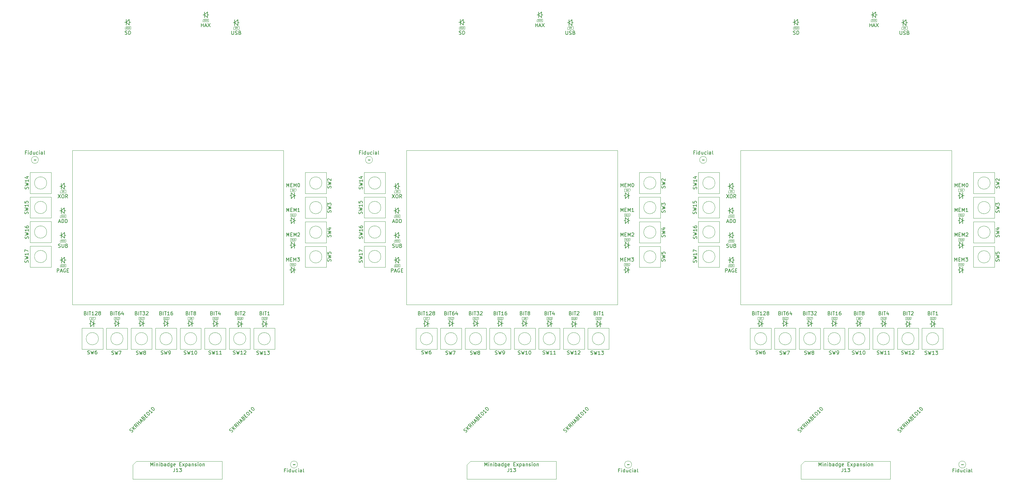
<source format=gbr>
%MOIN*%
%OFA0B0*%
%FSLAX46Y46*%
%IPPOS*%
%LPD*%
%ADD10C,0.005905511811023622*%
%ADD11C,0.0039370078740157488*%
%ADD12C,0.0047244094488188976*%
%ADD13C,0.0015748031496062994*%
%ADD14C,0.0023622047244094488*%
%ADD25C,0.005905511811023622*%
%ADD26C,0.0039370078740157488*%
%ADD27C,0.0047244094488188976*%
%ADD28C,0.0015748031496062994*%
%ADD29C,0.0023622047244094488*%
%ADD30C,0.005905511811023622*%
%ADD31C,0.0039370078740157488*%
%ADD32C,0.0047244094488188976*%
%ADD33C,0.0015748031496062994*%
%ADD34C,0.0023622047244094488*%
G01*
D10*
X0001242913Y0002262992D02*
X0001242913Y0002198425D01*
X0001242913Y0002198425D02*
X0001278346Y0002231889D01*
X0001278346Y0002232283D02*
X0001242913Y0002262992D01*
X0001242519Y0002232283D02*
X0001228346Y0002232283D01*
X0001277952Y0002232283D02*
X0001294094Y0002232283D01*
X0001277952Y0002263385D02*
X0001277952Y0002198818D01*
X0001554330Y0002264960D02*
X0001554330Y0002200393D01*
X0001518897Y0002233858D02*
X0001504724Y0002233858D01*
X0001519291Y0002200000D02*
X0001554724Y0002233464D01*
X0001554724Y0002233858D02*
X0001519291Y0002264566D01*
X0001519291Y0002264566D02*
X0001519291Y0002200000D01*
X0001554330Y0002233858D02*
X0001570472Y0002233858D01*
X0001831102Y0002233858D02*
X0001847244Y0002233858D01*
X0001831496Y0002233858D02*
X0001796062Y0002264566D01*
X0001796062Y0002264566D02*
X0001796062Y0002200000D01*
X0001796062Y0002200000D02*
X0001831496Y0002233464D01*
X0001831102Y0002264960D02*
X0001831102Y0002200393D01*
X0001795669Y0002233858D02*
X0001781496Y0002233858D01*
X0002069291Y0002264566D02*
X0002069291Y0002200000D01*
X0002068897Y0002233858D02*
X0002054724Y0002233858D01*
X0002069291Y0002200000D02*
X0002104724Y0002233464D01*
X0002104330Y0002264960D02*
X0002104330Y0002200393D01*
X0002104330Y0002233858D02*
X0002120472Y0002233858D01*
X0002104724Y0002233858D02*
X0002069291Y0002264566D01*
X0002378740Y0002233464D02*
X0002394881Y0002233464D01*
X0002343700Y0002199606D02*
X0002379133Y0002233070D01*
X0002379133Y0002233464D02*
X0002343700Y0002264173D01*
X0002343307Y0002233464D02*
X0002329133Y0002233464D01*
X0002378740Y0002264566D02*
X0002378740Y0002200000D01*
X0002343700Y0002264173D02*
X0002343700Y0002199606D01*
X0002657873Y0002232283D02*
X0002674015Y0002232283D01*
X0002622834Y0002198425D02*
X0002658267Y0002231889D01*
X0002658267Y0002232283D02*
X0002622834Y0002262992D01*
X0002622440Y0002232283D02*
X0002608267Y0002232283D01*
X0002657873Y0002263385D02*
X0002657873Y0002198818D01*
X0002622834Y0002262992D02*
X0002622834Y0002198425D01*
X0002931889Y0002227559D02*
X0002896456Y0002258267D01*
X0002896062Y0002227559D02*
X0002881889Y0002227559D01*
X0002931496Y0002227559D02*
X0002947637Y0002227559D01*
X0002931496Y0002258661D02*
X0002931496Y0002194094D01*
X0002896456Y0002258267D02*
X0002896456Y0002193700D01*
X0002896456Y0002193700D02*
X0002931889Y0002227165D01*
X0003172440Y0002229133D02*
X0003158267Y0002229133D01*
X0003207874Y0002229133D02*
X0003224015Y0002229133D01*
X0003207874Y0002260236D02*
X0003207874Y0002195669D01*
X0003208267Y0002229133D02*
X0003172834Y0002259842D01*
X0003172834Y0002195275D02*
X0003208267Y0002228740D01*
X0003172834Y0002259842D02*
X0003172834Y0002195275D01*
X0003488188Y0002800787D02*
X0003523622Y0002834251D01*
X0003523228Y0002834645D02*
X0003539370Y0002834645D01*
X0003523228Y0002865747D02*
X0003523228Y0002801181D01*
X0003488188Y0002865354D02*
X0003488188Y0002800787D01*
X0003523622Y0002834645D02*
X0003488188Y0002865354D01*
X0003487795Y0002834645D02*
X0003473622Y0002834645D01*
X0003489370Y0003078346D02*
X0003524803Y0003111811D01*
X0003524409Y0003143307D02*
X0003524409Y0003078740D01*
X0003488976Y0003112204D02*
X0003474803Y0003112204D01*
X0003489370Y0003142913D02*
X0003489370Y0003078346D01*
X0003524409Y0003112204D02*
X0003540551Y0003112204D01*
X0003524803Y0003112204D02*
X0003489370Y0003142913D01*
X0003488582Y0003355511D02*
X0003524015Y0003388976D01*
X0003523622Y0003389370D02*
X0003539763Y0003389370D01*
X0003523622Y0003420472D02*
X0003523622Y0003355905D01*
X0003488188Y0003389370D02*
X0003474015Y0003389370D01*
X0003524015Y0003389370D02*
X0003488582Y0003420078D01*
X0003488582Y0003420078D02*
X0003488582Y0003355511D01*
X0003488976Y0003699212D02*
X0003488976Y0003634645D01*
X0003488976Y0003634645D02*
X0003524409Y0003668110D01*
X0003524409Y0003668503D02*
X0003488976Y0003699212D01*
X0003524015Y0003668503D02*
X0003540157Y0003668503D01*
X0003524015Y0003699606D02*
X0003524015Y0003635039D01*
X0003488582Y0003668503D02*
X0003474409Y0003668503D01*
X0002857086Y0005575196D02*
X0002857086Y0005639763D01*
X0002857086Y0005606299D02*
X0002840944Y0005606299D01*
X0002856692Y0005606299D02*
X0002892125Y0005575590D01*
X0002892125Y0005575590D02*
X0002892125Y0005640157D01*
X0002892125Y0005640157D02*
X0002856692Y0005606692D01*
X0002892519Y0005606299D02*
X0002906692Y0005606299D01*
X0002517322Y0005663779D02*
X0002517322Y0005728346D01*
X0002552362Y0005728740D02*
X0002516929Y0005695275D01*
X0002516929Y0005694881D02*
X0002552362Y0005664173D01*
X0002517322Y0005694881D02*
X0002501181Y0005694881D01*
X0002552755Y0005694881D02*
X0002566929Y0005694881D01*
X0002552362Y0005664173D02*
X0002552362Y0005728740D01*
X0001641338Y0005580708D02*
X0001641338Y0005645275D01*
X0001676771Y0005611811D02*
X0001690944Y0005611811D01*
X0001676377Y0005645669D02*
X0001640944Y0005612204D01*
X0001640944Y0005611811D02*
X0001676377Y0005581102D01*
X0001676377Y0005581102D02*
X0001676377Y0005645669D01*
X0001641338Y0005611811D02*
X0001625196Y0005611811D01*
X0000953543Y0002943307D02*
X0000967716Y0002943307D01*
X0000918110Y0002912204D02*
X0000918110Y0002976771D01*
X0000917716Y0002943307D02*
X0000953149Y0002912598D01*
X0000953149Y0002977165D02*
X0000917716Y0002943700D01*
X0000918110Y0002943307D02*
X0000901968Y0002943307D01*
X0000953149Y0002912598D02*
X0000953149Y0002977165D01*
X0000951574Y0003220866D02*
X0000965748Y0003220866D01*
X0000915747Y0003220866D02*
X0000951181Y0003190157D01*
X0000916141Y0003220866D02*
X0000900000Y0003220866D01*
X0000916141Y0003189763D02*
X0000916141Y0003254330D01*
X0000951181Y0003254724D02*
X0000915747Y0003221259D01*
X0000951181Y0003190157D02*
X0000951181Y0003254724D01*
X0000914566Y0003466535D02*
X0000914566Y0003531102D01*
X0000950000Y0003497637D02*
X0000964173Y0003497637D01*
X0000949606Y0003531496D02*
X0000914173Y0003498031D01*
X0000914173Y0003497637D02*
X0000949606Y0003466929D01*
X0000949606Y0003466929D02*
X0000949606Y0003531496D01*
X0000914566Y0003497637D02*
X0000898425Y0003497637D01*
X0000914566Y0003772440D02*
X0000898425Y0003772440D01*
X0000914566Y0003741338D02*
X0000914566Y0003805905D01*
X0000949606Y0003741732D02*
X0000949606Y0003806299D01*
X0000950000Y0003772440D02*
X0000964173Y0003772440D01*
X0000949606Y0003806299D02*
X0000914173Y0003772834D01*
X0000914173Y0003772440D02*
X0000949606Y0003741732D01*
D11*
X0000658661Y0004068503D02*
G75*
G03*
X0000658661Y0004068503I-0000039370D01*
G01*
X0003559448Y0000651574D02*
G75*
G03*
X0003559448Y0000651574I-0000039370D01*
G01*
D12*
X0001038598Y0004175842D02*
X0001038598Y0002443559D01*
X0003400803Y0002443559D02*
X0003400803Y0004175842D01*
X0001038598Y0002443559D02*
X0003400803Y0002443559D01*
X0001038598Y0004175842D02*
X0003400803Y0004175842D01*
D11*
X0000965196Y0003421619D02*
X0000965196Y0003453115D01*
X0000902204Y0003421619D02*
X0000965196Y0003421619D01*
X0000902204Y0003441304D02*
X0000902204Y0003421619D01*
X0000914015Y0003453115D02*
X0000902204Y0003441304D01*
X0000965196Y0003453115D02*
X0000914015Y0003453115D01*
X0000965196Y0003144286D02*
X0000965196Y0003175782D01*
X0000902204Y0003144286D02*
X0000965196Y0003144286D01*
X0000902204Y0003163971D02*
X0000902204Y0003144286D01*
X0000914015Y0003175782D02*
X0000902204Y0003163971D01*
X0000965196Y0003175782D02*
X0000914015Y0003175782D01*
X0003478204Y0003187448D02*
X0003478204Y0003155952D01*
X0003541196Y0003187448D02*
X0003478204Y0003187448D01*
X0003541196Y0003167763D02*
X0003541196Y0003187448D01*
X0003529385Y0003155952D02*
X0003541196Y0003167763D01*
X0003478204Y0003155952D02*
X0003529385Y0003155952D01*
X0001782347Y0002305448D02*
X0001782347Y0002273952D01*
X0001845339Y0002305448D02*
X0001782347Y0002305448D01*
X0001845339Y0002285763D02*
X0001845339Y0002305448D01*
X0001833528Y0002273952D02*
X0001845339Y0002285763D01*
X0001782347Y0002273952D02*
X0001833528Y0002273952D01*
X0001691732Y0005534251D02*
X0001691732Y0005565748D01*
X0001628740Y0005534251D02*
X0001691732Y0005534251D01*
X0001628740Y0005553937D02*
X0001628740Y0005534251D01*
X0001640551Y0005565748D02*
X0001628740Y0005553937D01*
X0001691732Y0005565748D02*
X0001640551Y0005565748D01*
X0000964196Y0002866952D02*
X0000964196Y0002898448D01*
X0000901204Y0002866952D02*
X0000964196Y0002866952D01*
X0000901204Y0002886637D02*
X0000901204Y0002866952D01*
X0000913015Y0002898448D02*
X0000901204Y0002886637D01*
X0000964196Y0002898448D02*
X0000913015Y0002898448D01*
X0002903936Y0005531889D02*
X0002903936Y0005563385D01*
X0002840944Y0005531889D02*
X0002903936Y0005531889D01*
X0002840944Y0005551574D02*
X0002840944Y0005531889D01*
X0002852755Y0005563385D02*
X0002840944Y0005551574D01*
X0002903936Y0005563385D02*
X0002852755Y0005563385D01*
X0000965196Y0003698952D02*
X0000965196Y0003730448D01*
X0000902204Y0003698952D02*
X0000965196Y0003698952D01*
X0000902204Y0003718637D02*
X0000902204Y0003698952D01*
X0000914015Y0003730448D02*
X0000902204Y0003718637D01*
X0000965196Y0003730448D02*
X0000914015Y0003730448D01*
X0001506776Y0002305448D02*
X0001506776Y0002273952D01*
X0001569768Y0002305448D02*
X0001506776Y0002305448D01*
X0001569768Y0002285763D02*
X0001569768Y0002305448D01*
X0001557957Y0002273952D02*
X0001569768Y0002285763D01*
X0001506776Y0002273952D02*
X0001557957Y0002273952D01*
X0002884633Y0002305448D02*
X0002884633Y0002273952D01*
X0002947625Y0002305448D02*
X0002884633Y0002305448D01*
X0002947625Y0002285763D02*
X0002947625Y0002305448D01*
X0002935814Y0002273952D02*
X0002947625Y0002285763D01*
X0002884633Y0002273952D02*
X0002935814Y0002273952D01*
X0002333490Y0002305448D02*
X0002333490Y0002273952D01*
X0002396482Y0002305448D02*
X0002333490Y0002305448D01*
X0002396482Y0002285763D02*
X0002396482Y0002305448D01*
X0002384671Y0002273952D02*
X0002396482Y0002285763D01*
X0002333490Y0002273952D02*
X0002384671Y0002273952D01*
X0001231204Y0002305448D02*
X0001231204Y0002273952D01*
X0001294196Y0002305448D02*
X0001231204Y0002305448D01*
X0001294196Y0002285763D02*
X0001294196Y0002305448D01*
X0001282385Y0002273952D02*
X0001294196Y0002285763D01*
X0001231204Y0002273952D02*
X0001282385Y0002273952D01*
X0003478204Y0003465448D02*
X0003478204Y0003433952D01*
X0003541196Y0003465448D02*
X0003478204Y0003465448D01*
X0003541196Y0003445763D02*
X0003541196Y0003465448D01*
X0003529385Y0003433952D02*
X0003541196Y0003445763D01*
X0003478204Y0003433952D02*
X0003529385Y0003433952D01*
X0002609061Y0002305448D02*
X0002609061Y0002273952D01*
X0002672053Y0002305448D02*
X0002609061Y0002305448D01*
X0002672053Y0002285763D02*
X0002672053Y0002305448D01*
X0002660242Y0002273952D02*
X0002672053Y0002285763D01*
X0002609061Y0002273952D02*
X0002660242Y0002273952D01*
X0003478204Y0003743448D02*
X0003478204Y0003711952D01*
X0003541196Y0003743448D02*
X0003478204Y0003743448D01*
X0003541196Y0003723763D02*
X0003541196Y0003743448D01*
X0003529385Y0003711952D02*
X0003541196Y0003723763D01*
X0003478204Y0003711952D02*
X0003529385Y0003711952D01*
X0002562196Y0005617952D02*
X0002562196Y0005649448D01*
X0002499204Y0005617952D02*
X0002562196Y0005617952D01*
X0002499204Y0005637637D02*
X0002499204Y0005617952D01*
X0002511015Y0005649448D02*
X0002499204Y0005637637D01*
X0002562196Y0005649448D02*
X0002511015Y0005649448D01*
X0000752390Y0003259301D02*
G75*
G03*
X0000752390Y0003259301I-0000068925D01*
G01*
X0000801574Y0003377411D02*
X0000565354Y0003377411D01*
X0000801574Y0003141191D02*
X0000801574Y0003377411D01*
X0000565354Y0003141191D02*
X0000801574Y0003141191D01*
X0000565354Y0003377411D02*
X0000565354Y0003141191D01*
X0002156340Y0002062700D02*
G75*
G03*
X0002156340Y0002062700I-0000068925D01*
G01*
X0001969304Y0002180811D02*
X0001969304Y0001944590D01*
X0002205525Y0002180811D02*
X0001969304Y0002180811D01*
X0002205525Y0001944590D02*
X0002205525Y0002180811D01*
X0001969304Y0001944590D02*
X0002205525Y0001944590D01*
X0003832458Y0003808669D02*
G75*
G03*
X0003832458Y0003808669I-0000068925D01*
G01*
X0003881642Y0003926779D02*
X0003645422Y0003926779D01*
X0003881642Y0003690559D02*
X0003881642Y0003926779D01*
X0003645422Y0003690559D02*
X0003881642Y0003690559D01*
X0003645422Y0003926779D02*
X0003645422Y0003690559D01*
X0003832458Y0003532793D02*
G75*
G03*
X0003832458Y0003532793I-0000068925D01*
G01*
X0003881642Y0003650903D02*
X0003645422Y0003650903D01*
X0003881642Y0003414683D02*
X0003881642Y0003650903D01*
X0003645422Y0003414683D02*
X0003881642Y0003414683D01*
X0003645422Y0003650903D02*
X0003645422Y0003414683D01*
X0003256226Y0002062700D02*
G75*
G03*
X0003256226Y0002062700I-0000068925D01*
G01*
X0003069190Y0002180811D02*
X0003069190Y0001944590D01*
X0003305411Y0002180811D02*
X0003069190Y0002180811D01*
X0003305411Y0001944590D02*
X0003305411Y0002180811D01*
X0003069190Y0001944590D02*
X0003305411Y0001944590D01*
X0002981255Y0002062700D02*
G75*
G03*
X0002981255Y0002062700I-0000068925D01*
G01*
X0002794219Y0002180811D02*
X0002794219Y0001944590D01*
X0003030439Y0002180811D02*
X0002794219Y0002180811D01*
X0003030439Y0001944590D02*
X0003030439Y0002180811D01*
X0002794219Y0001944590D02*
X0003030439Y0001944590D01*
X0002706283Y0002062700D02*
G75*
G03*
X0002706283Y0002062700I-0000068925D01*
G01*
X0002519247Y0002180811D02*
X0002519247Y0001944590D01*
X0002755468Y0002180811D02*
X0002519247Y0002180811D01*
X0002755468Y0001944590D02*
X0002755468Y0002180811D01*
X0002519247Y0001944590D02*
X0002755468Y0001944590D01*
X0000752390Y0002984251D02*
G75*
G03*
X0000752390Y0002984251I-0000068925D01*
G01*
X0000801574Y0003102362D02*
X0000565354Y0003102362D01*
X0000801574Y0002866141D02*
X0000801574Y0003102362D01*
X0000565354Y0002866141D02*
X0000801574Y0002866141D01*
X0000565354Y0003102362D02*
X0000565354Y0002866141D01*
X0001606397Y0002062700D02*
G75*
G03*
X0001606397Y0002062700I-0000068925D01*
G01*
X0001419361Y0002180811D02*
X0001419361Y0001944590D01*
X0001655582Y0002180811D02*
X0001419361Y0002180811D01*
X0001655582Y0001944590D02*
X0001655582Y0002180811D01*
X0001419361Y0001944590D02*
X0001655582Y0001944590D01*
X0003832458Y0003256917D02*
G75*
G03*
X0003832458Y0003256917I-0000068925D01*
G01*
X0003881642Y0003375027D02*
X0003645422Y0003375027D01*
X0003881642Y0003138807D02*
X0003881642Y0003375027D01*
X0003645422Y0003138807D02*
X0003881642Y0003138807D01*
X0003645422Y0003375027D02*
X0003645422Y0003138807D01*
X0003832458Y0002981041D02*
G75*
G03*
X0003832458Y0002981041I-0000068925D01*
G01*
X0003881642Y0003099151D02*
X0003645422Y0003099151D01*
X0003881642Y0002862931D02*
X0003881642Y0003099151D01*
X0003645422Y0002862931D02*
X0003881642Y0002862931D01*
X0003645422Y0003099151D02*
X0003645422Y0002862931D01*
X0000752390Y0003534351D02*
G75*
G03*
X0000752390Y0003534351I-0000068925D01*
G01*
X0000801574Y0003652461D02*
X0000565354Y0003652461D01*
X0000801574Y0003416240D02*
X0000801574Y0003652461D01*
X0000565354Y0003416240D02*
X0000801574Y0003416240D01*
X0000565354Y0003652461D02*
X0000565354Y0003416240D01*
X0002431312Y0002062700D02*
G75*
G03*
X0002431312Y0002062700I-0000068925D01*
G01*
X0002244276Y0002180811D02*
X0002244276Y0001944590D01*
X0002480496Y0002180811D02*
X0002244276Y0002180811D01*
X0002480496Y0001944590D02*
X0002480496Y0002180811D01*
X0002244276Y0001944590D02*
X0002480496Y0001944590D01*
X0001331426Y0002062700D02*
G75*
G03*
X0001331426Y0002062700I-0000068925D01*
G01*
X0001144390Y0002180811D02*
X0001144390Y0001944590D01*
X0001380611Y0002180811D02*
X0001144390Y0002180811D01*
X0001380611Y0001944590D02*
X0001380611Y0002180811D01*
X0001144390Y0001944590D02*
X0001380611Y0001944590D01*
X0000752390Y0003809400D02*
G75*
G03*
X0000752390Y0003809400I-0000068925D01*
G01*
X0000801574Y0003927511D02*
X0000565354Y0003927511D01*
X0000801574Y0003691290D02*
X0000801574Y0003927511D01*
X0000565354Y0003691290D02*
X0000801574Y0003691290D01*
X0000565354Y0003927511D02*
X0000565354Y0003691290D01*
X0001881369Y0002062700D02*
G75*
G03*
X0001881369Y0002062700I-0000068925D01*
G01*
X0001694333Y0002180811D02*
X0001694333Y0001944590D01*
X0001930553Y0002180811D02*
X0001694333Y0002180811D01*
X0001930553Y0001944590D02*
X0001930553Y0002180811D01*
X0001694333Y0001944590D02*
X0001930553Y0001944590D01*
X0002057918Y0002305448D02*
X0002057918Y0002273952D01*
X0002120911Y0002305448D02*
X0002057918Y0002305448D01*
X0002120911Y0002285763D02*
X0002120911Y0002305448D01*
X0002109100Y0002273952D02*
X0002120911Y0002285763D01*
X0002057918Y0002273952D02*
X0002109100Y0002273952D01*
X0003476204Y0002909448D02*
X0003476204Y0002877952D01*
X0003539196Y0002909448D02*
X0003476204Y0002909448D01*
X0003539196Y0002889763D02*
X0003539196Y0002909448D01*
X0003527385Y0002877952D02*
X0003539196Y0002889763D01*
X0003476204Y0002877952D02*
X0003527385Y0002877952D01*
X0003160204Y0002305448D02*
X0003160204Y0002273952D01*
X0003223196Y0002305448D02*
X0003160204Y0002305448D01*
X0003223196Y0002285763D02*
X0003223196Y0002305448D01*
X0003211385Y0002273952D02*
X0003223196Y0002285763D01*
X0003160204Y0002273952D02*
X0003211385Y0002273952D01*
X0002715700Y0000487700D02*
X0001715700Y0000487700D01*
X0002715700Y0000687700D02*
X0002715700Y0000487700D01*
X0001755070Y0000687700D02*
X0002715700Y0000687700D01*
X0001715700Y0000648330D02*
X0001755070Y0000687700D01*
X0001715700Y0000487700D02*
X0001715700Y0000648330D01*
D10*
X0000525946Y0004151237D02*
X0000512823Y0004151237D01*
X0000512823Y0004130614D02*
X0000512823Y0004169985D01*
X0000531571Y0004169985D01*
X0000546569Y0004130614D02*
X0000546569Y0004156861D01*
X0000546569Y0004169985D02*
X0000544694Y0004168110D01*
X0000546569Y0004166235D01*
X0000548443Y0004168110D01*
X0000546569Y0004169985D01*
X0000546569Y0004166235D01*
X0000582189Y0004130614D02*
X0000582189Y0004169985D01*
X0000582189Y0004132489D02*
X0000578440Y0004130614D01*
X0000570941Y0004130614D01*
X0000567191Y0004132489D01*
X0000565316Y0004134364D01*
X0000563442Y0004138114D01*
X0000563442Y0004149362D01*
X0000565316Y0004153112D01*
X0000567191Y0004154986D01*
X0000570941Y0004156861D01*
X0000578440Y0004156861D01*
X0000582189Y0004154986D01*
X0000617810Y0004156861D02*
X0000617810Y0004130614D01*
X0000600937Y0004156861D02*
X0000600937Y0004136239D01*
X0000602812Y0004132489D01*
X0000606561Y0004130614D01*
X0000612185Y0004130614D01*
X0000615935Y0004132489D01*
X0000617810Y0004134364D01*
X0000653430Y0004132489D02*
X0000649681Y0004130614D01*
X0000642182Y0004130614D01*
X0000638432Y0004132489D01*
X0000636557Y0004134364D01*
X0000634683Y0004138114D01*
X0000634683Y0004149362D01*
X0000636557Y0004153112D01*
X0000638432Y0004154986D01*
X0000642182Y0004156861D01*
X0000649681Y0004156861D01*
X0000653430Y0004154986D01*
X0000670303Y0004130614D02*
X0000670303Y0004156861D01*
X0000670303Y0004169985D02*
X0000668428Y0004168110D01*
X0000670303Y0004166235D01*
X0000672178Y0004168110D01*
X0000670303Y0004169985D01*
X0000670303Y0004166235D01*
X0000705924Y0004130614D02*
X0000705924Y0004151237D01*
X0000704049Y0004154986D01*
X0000700299Y0004156861D01*
X0000692800Y0004156861D01*
X0000689051Y0004154986D01*
X0000705924Y0004132489D02*
X0000702174Y0004130614D01*
X0000692800Y0004130614D01*
X0000689051Y0004132489D01*
X0000687176Y0004136239D01*
X0000687176Y0004139988D01*
X0000689051Y0004143738D01*
X0000692800Y0004145613D01*
X0000702174Y0004145613D01*
X0000705924Y0004147487D01*
X0000730296Y0004130614D02*
X0000726546Y0004132489D01*
X0000724671Y0004136239D01*
X0000724671Y0004169985D01*
D13*
X0000610854Y0004069066D02*
X0000608230Y0004069066D01*
X0000608230Y0004064941D02*
X0000608230Y0004072815D01*
X0000611979Y0004072815D01*
X0000614979Y0004064941D02*
X0000614979Y0004072815D01*
X0000618728Y0004064941D02*
X0000618728Y0004072815D01*
X0000620603Y0004072815D01*
X0000621728Y0004072440D01*
X0000622478Y0004071691D01*
X0000622853Y0004070941D01*
X0000623228Y0004069441D01*
X0000623228Y0004068316D01*
X0000622853Y0004066816D01*
X0000622478Y0004066066D01*
X0000621728Y0004065316D01*
X0000620603Y0004064941D01*
X0000618728Y0004064941D01*
X0000625852Y0004072815D02*
X0000630727Y0004072815D01*
X0000628102Y0004069816D01*
X0000629227Y0004069816D01*
X0000629977Y0004069441D01*
X0000630352Y0004069066D01*
X0000630727Y0004068316D01*
X0000630727Y0004066441D01*
X0000630352Y0004065691D01*
X0000629977Y0004065316D01*
X0000629227Y0004064941D01*
X0000626977Y0004064941D01*
X0000626227Y0004065316D01*
X0000625852Y0004065691D01*
D10*
X0003426340Y0000586886D02*
X0003413217Y0000586886D01*
X0003413217Y0000566264D02*
X0003413217Y0000605634D01*
X0003431964Y0000605634D01*
X0003446962Y0000566264D02*
X0003446962Y0000592511D01*
X0003446962Y0000605634D02*
X0003445088Y0000603759D01*
X0003446962Y0000601885D01*
X0003448837Y0000603759D01*
X0003446962Y0000605634D01*
X0003446962Y0000601885D01*
X0003482583Y0000566264D02*
X0003482583Y0000605634D01*
X0003482583Y0000568139D02*
X0003478833Y0000566264D01*
X0003471334Y0000566264D01*
X0003467585Y0000568139D01*
X0003465710Y0000570014D01*
X0003463835Y0000573763D01*
X0003463835Y0000585012D01*
X0003465710Y0000588761D01*
X0003467585Y0000590636D01*
X0003471334Y0000592511D01*
X0003478833Y0000592511D01*
X0003482583Y0000590636D01*
X0003518203Y0000592511D02*
X0003518203Y0000566264D01*
X0003501331Y0000592511D02*
X0003501331Y0000571888D01*
X0003503205Y0000568139D01*
X0003506955Y0000566264D01*
X0003512579Y0000566264D01*
X0003516329Y0000568139D01*
X0003518203Y0000570014D01*
X0003553824Y0000568139D02*
X0003550074Y0000566264D01*
X0003542575Y0000566264D01*
X0003538826Y0000568139D01*
X0003536951Y0000570014D01*
X0003535076Y0000573763D01*
X0003535076Y0000585012D01*
X0003536951Y0000588761D01*
X0003538826Y0000590636D01*
X0003542575Y0000592511D01*
X0003550074Y0000592511D01*
X0003553824Y0000590636D01*
X0003570697Y0000566264D02*
X0003570697Y0000592511D01*
X0003570697Y0000605634D02*
X0003568822Y0000603759D01*
X0003570697Y0000601885D01*
X0003572572Y0000603759D01*
X0003570697Y0000605634D01*
X0003570697Y0000601885D01*
X0003606317Y0000566264D02*
X0003606317Y0000586886D01*
X0003604443Y0000590636D01*
X0003600693Y0000592511D01*
X0003593194Y0000592511D01*
X0003589445Y0000590636D01*
X0003606317Y0000568139D02*
X0003602568Y0000566264D01*
X0003593194Y0000566264D01*
X0003589445Y0000568139D01*
X0003587570Y0000571888D01*
X0003587570Y0000575638D01*
X0003589445Y0000579387D01*
X0003593194Y0000581262D01*
X0003602568Y0000581262D01*
X0003606317Y0000583137D01*
X0003630689Y0000566264D02*
X0003626940Y0000568139D01*
X0003625065Y0000571888D01*
X0003625065Y0000605634D01*
D13*
X0003511642Y0000652137D02*
X0003509017Y0000652137D01*
X0003509017Y0000648012D02*
X0003509017Y0000655886D01*
X0003512767Y0000655886D01*
X0003515766Y0000648012D02*
X0003515766Y0000655886D01*
X0003519516Y0000648012D02*
X0003519516Y0000655886D01*
X0003521391Y0000655886D01*
X0003522515Y0000655511D01*
X0003523265Y0000654761D01*
X0003523640Y0000654012D01*
X0003524015Y0000652512D01*
X0003524015Y0000651387D01*
X0003523640Y0000649887D01*
X0003523265Y0000649137D01*
X0003522515Y0000648387D01*
X0003521391Y0000648012D01*
X0003519516Y0000648012D01*
X0003530764Y0000653262D02*
X0003530764Y0000648012D01*
X0003528890Y0000656261D02*
X0003527015Y0000650637D01*
X0003531889Y0000650637D01*
D10*
X0000884956Y0003374506D02*
X0000903704Y0003374506D01*
X0000881207Y0003363258D02*
X0000894330Y0003402628D01*
X0000907454Y0003363258D01*
X0000920577Y0003363258D02*
X0000920577Y0003402628D01*
X0000929951Y0003402628D01*
X0000935575Y0003400753D01*
X0000939325Y0003397003D01*
X0000941199Y0003393254D01*
X0000943074Y0003385755D01*
X0000943074Y0003380130D01*
X0000941199Y0003372631D01*
X0000939325Y0003368882D01*
X0000935575Y0003365132D01*
X0000929951Y0003363258D01*
X0000920577Y0003363258D01*
X0000959947Y0003363258D02*
X0000959947Y0003402628D01*
X0000969321Y0003402628D01*
X0000974945Y0003400753D01*
X0000978695Y0003397003D01*
X0000980569Y0003393254D01*
X0000982444Y0003385755D01*
X0000982444Y0003380130D01*
X0000980569Y0003372631D01*
X0000978695Y0003368882D01*
X0000974945Y0003365132D01*
X0000969321Y0003363258D01*
X0000959947Y0003363258D01*
D14*
X0000914578Y0003430243D02*
X0000914578Y0003445991D01*
X0000918327Y0003445991D01*
X0000920577Y0003445241D01*
X0000922077Y0003443741D01*
X0000922827Y0003442241D01*
X0000923577Y0003439242D01*
X0000923577Y0003436992D01*
X0000922827Y0003433992D01*
X0000922077Y0003432493D01*
X0000920577Y0003430993D01*
X0000918327Y0003430243D01*
X0000914578Y0003430243D01*
X0000938575Y0003430243D02*
X0000929576Y0003430243D01*
X0000934075Y0003430243D02*
X0000934075Y0003445991D01*
X0000932575Y0003443741D01*
X0000931076Y0003442241D01*
X0000929576Y0003441491D01*
X0000948323Y0003445991D02*
X0000949823Y0003445991D01*
X0000951323Y0003445241D01*
X0000952073Y0003444491D01*
X0000952823Y0003442991D01*
X0000953573Y0003439992D01*
X0000953573Y0003436242D01*
X0000952823Y0003433243D01*
X0000952073Y0003431743D01*
X0000951323Y0003430993D01*
X0000949823Y0003430243D01*
X0000948323Y0003430243D01*
X0000946824Y0003430993D01*
X0000946074Y0003431743D01*
X0000945324Y0003433243D01*
X0000944574Y0003436242D01*
X0000944574Y0003439992D01*
X0000945324Y0003442991D01*
X0000946074Y0003444491D01*
X0000946824Y0003445241D01*
X0000948323Y0003445991D01*
D10*
X0000882144Y0003087799D02*
X0000887769Y0003085924D01*
X0000897142Y0003085924D01*
X0000900892Y0003087799D01*
X0000902767Y0003089674D01*
X0000904641Y0003093423D01*
X0000904641Y0003097173D01*
X0000902767Y0003100922D01*
X0000900892Y0003102797D01*
X0000897142Y0003104672D01*
X0000889643Y0003106547D01*
X0000885894Y0003108421D01*
X0000884019Y0003110296D01*
X0000882144Y0003114046D01*
X0000882144Y0003117795D01*
X0000884019Y0003121545D01*
X0000885894Y0003123420D01*
X0000889643Y0003125294D01*
X0000899017Y0003125294D01*
X0000904641Y0003123420D01*
X0000921514Y0003125294D02*
X0000921514Y0003093423D01*
X0000923389Y0003089674D01*
X0000925264Y0003087799D01*
X0000929013Y0003085924D01*
X0000936512Y0003085924D01*
X0000940262Y0003087799D01*
X0000942137Y0003089674D01*
X0000944011Y0003093423D01*
X0000944011Y0003125294D01*
X0000975882Y0003106547D02*
X0000981507Y0003104672D01*
X0000983382Y0003102797D01*
X0000985256Y0003099048D01*
X0000985256Y0003093423D01*
X0000983382Y0003089674D01*
X0000981507Y0003087799D01*
X0000977757Y0003085924D01*
X0000962759Y0003085924D01*
X0000962759Y0003125294D01*
X0000975882Y0003125294D01*
X0000979632Y0003123420D01*
X0000981507Y0003121545D01*
X0000983382Y0003117795D01*
X0000983382Y0003114046D01*
X0000981507Y0003110296D01*
X0000979632Y0003108421D01*
X0000975882Y0003106547D01*
X0000962759Y0003106547D01*
D14*
X0000914578Y0003152910D02*
X0000914578Y0003168658D01*
X0000918327Y0003168658D01*
X0000920577Y0003167908D01*
X0000922077Y0003166408D01*
X0000922827Y0003164908D01*
X0000923577Y0003161908D01*
X0000923577Y0003159659D01*
X0000922827Y0003156659D01*
X0000922077Y0003155159D01*
X0000920577Y0003153660D01*
X0000918327Y0003152910D01*
X0000914578Y0003152910D01*
X0000938575Y0003152910D02*
X0000929576Y0003152910D01*
X0000934075Y0003152910D02*
X0000934075Y0003168658D01*
X0000932575Y0003166408D01*
X0000931076Y0003164908D01*
X0000929576Y0003164158D01*
X0000952823Y0003168658D02*
X0000945324Y0003168658D01*
X0000944574Y0003161159D01*
X0000945324Y0003161908D01*
X0000946824Y0003162658D01*
X0000950573Y0003162658D01*
X0000952073Y0003161908D01*
X0000952823Y0003161159D01*
X0000953573Y0003159659D01*
X0000953573Y0003155909D01*
X0000952823Y0003154409D01*
X0000952073Y0003153660D01*
X0000950573Y0003152910D01*
X0000946824Y0003152910D01*
X0000945324Y0003153660D01*
X0000944574Y0003154409D01*
D10*
X0003437522Y0003210189D02*
X0003437522Y0003249559D01*
X0003450645Y0003221438D01*
X0003463769Y0003249559D01*
X0003463769Y0003210189D01*
X0003482516Y0003230812D02*
X0003495640Y0003230812D01*
X0003501264Y0003210189D02*
X0003482516Y0003210189D01*
X0003482516Y0003249559D01*
X0003501264Y0003249559D01*
X0003518137Y0003210189D02*
X0003518137Y0003249559D01*
X0003531260Y0003221438D01*
X0003544383Y0003249559D01*
X0003544383Y0003210189D01*
X0003561256Y0003245810D02*
X0003563131Y0003247685D01*
X0003566881Y0003249559D01*
X0003576254Y0003249559D01*
X0003580004Y0003247685D01*
X0003581879Y0003245810D01*
X0003583754Y0003242060D01*
X0003583754Y0003238311D01*
X0003581879Y0003232686D01*
X0003559382Y0003210189D01*
X0003583754Y0003210189D01*
D14*
X0003490578Y0003164576D02*
X0003490578Y0003180324D01*
X0003494327Y0003180324D01*
X0003496577Y0003179574D01*
X0003498077Y0003178075D01*
X0003498827Y0003176575D01*
X0003499577Y0003173575D01*
X0003499577Y0003171325D01*
X0003498827Y0003168326D01*
X0003498077Y0003166826D01*
X0003496577Y0003165326D01*
X0003494327Y0003164576D01*
X0003490578Y0003164576D01*
X0003514575Y0003164576D02*
X0003505576Y0003164576D01*
X0003510075Y0003164576D02*
X0003510075Y0003180324D01*
X0003508575Y0003178075D01*
X0003507076Y0003176575D01*
X0003505576Y0003175825D01*
X0003528073Y0003180324D02*
X0003525073Y0003180324D01*
X0003523574Y0003179574D01*
X0003522824Y0003178824D01*
X0003521324Y0003176575D01*
X0003520574Y0003173575D01*
X0003520574Y0003167576D01*
X0003521324Y0003166076D01*
X0003522074Y0003165326D01*
X0003523574Y0003164576D01*
X0003526573Y0003164576D01*
X0003528073Y0003165326D01*
X0003528823Y0003166076D01*
X0003529573Y0003167576D01*
X0003529573Y0003171325D01*
X0003528823Y0003172825D01*
X0003528073Y0003173575D01*
X0003526573Y0003174325D01*
X0003523574Y0003174325D01*
X0003522074Y0003173575D01*
X0003521324Y0003172825D01*
X0003520574Y0003171325D01*
D10*
X0001754788Y0002348812D02*
X0001760412Y0002346937D01*
X0001762287Y0002345062D01*
X0001764162Y0002341313D01*
X0001764162Y0002335688D01*
X0001762287Y0002331939D01*
X0001760412Y0002330064D01*
X0001756663Y0002328189D01*
X0001741665Y0002328189D01*
X0001741665Y0002367559D01*
X0001754788Y0002367559D01*
X0001758538Y0002365685D01*
X0001760412Y0002363810D01*
X0001762287Y0002360060D01*
X0001762287Y0002356311D01*
X0001760412Y0002352561D01*
X0001758538Y0002350686D01*
X0001754788Y0002348812D01*
X0001741665Y0002348812D01*
X0001781035Y0002328189D02*
X0001781035Y0002367559D01*
X0001794158Y0002367559D02*
X0001816655Y0002367559D01*
X0001805407Y0002328189D02*
X0001805407Y0002367559D01*
X0001826029Y0002367559D02*
X0001850401Y0002367559D01*
X0001837278Y0002352561D01*
X0001842902Y0002352561D01*
X0001846652Y0002350686D01*
X0001848526Y0002348812D01*
X0001850401Y0002345062D01*
X0001850401Y0002335688D01*
X0001848526Y0002331939D01*
X0001846652Y0002330064D01*
X0001842902Y0002328189D01*
X0001831653Y0002328189D01*
X0001827904Y0002330064D01*
X0001826029Y0002331939D01*
X0001865399Y0002363810D02*
X0001867274Y0002365685D01*
X0001871023Y0002367559D01*
X0001880397Y0002367559D01*
X0001884147Y0002365685D01*
X0001886022Y0002363810D01*
X0001887896Y0002360060D01*
X0001887896Y0002356311D01*
X0001886022Y0002350686D01*
X0001863524Y0002328189D01*
X0001887896Y0002328189D01*
D14*
X0001794720Y0002282576D02*
X0001794720Y0002298324D01*
X0001798470Y0002298324D01*
X0001800720Y0002297574D01*
X0001802220Y0002296075D01*
X0001802969Y0002294575D01*
X0001803719Y0002291575D01*
X0001803719Y0002289325D01*
X0001802969Y0002286326D01*
X0001802220Y0002284826D01*
X0001800720Y0002283326D01*
X0001798470Y0002282576D01*
X0001794720Y0002282576D01*
X0001818717Y0002282576D02*
X0001809719Y0002282576D01*
X0001814218Y0002282576D02*
X0001814218Y0002298324D01*
X0001812718Y0002296075D01*
X0001811218Y0002294575D01*
X0001809719Y0002293825D01*
X0001823967Y0002298324D02*
X0001834466Y0002298324D01*
X0001827716Y0002282576D01*
D10*
X0001629302Y0005477765D02*
X0001634926Y0005475890D01*
X0001644300Y0005475890D01*
X0001648050Y0005477765D01*
X0001649925Y0005479640D01*
X0001651799Y0005483389D01*
X0001651799Y0005487139D01*
X0001649925Y0005490888D01*
X0001648050Y0005492763D01*
X0001644300Y0005494638D01*
X0001636801Y0005496512D01*
X0001633052Y0005498387D01*
X0001631177Y0005500262D01*
X0001629302Y0005504012D01*
X0001629302Y0005507761D01*
X0001631177Y0005511511D01*
X0001633052Y0005513385D01*
X0001636801Y0005515260D01*
X0001646175Y0005515260D01*
X0001651799Y0005513385D01*
X0001668672Y0005475890D02*
X0001668672Y0005515260D01*
X0001678046Y0005515260D01*
X0001683670Y0005513385D01*
X0001687420Y0005509636D01*
X0001689295Y0005505886D01*
X0001691169Y0005498387D01*
X0001691169Y0005492763D01*
X0001689295Y0005485264D01*
X0001687420Y0005481514D01*
X0001683670Y0005477765D01*
X0001678046Y0005475890D01*
X0001668672Y0005475890D01*
D14*
X0001641113Y0005542875D02*
X0001641113Y0005558623D01*
X0001644863Y0005558623D01*
X0001647112Y0005557874D01*
X0001648612Y0005556374D01*
X0001649362Y0005554874D01*
X0001650112Y0005551874D01*
X0001650112Y0005549625D01*
X0001649362Y0005546625D01*
X0001648612Y0005545125D01*
X0001647112Y0005543625D01*
X0001644863Y0005542875D01*
X0001641113Y0005542875D01*
X0001665110Y0005542875D02*
X0001656111Y0005542875D01*
X0001660611Y0005542875D02*
X0001660611Y0005558623D01*
X0001659111Y0005556374D01*
X0001657611Y0005554874D01*
X0001656111Y0005554124D01*
X0001672609Y0005542875D02*
X0001675609Y0005542875D01*
X0001677109Y0005543625D01*
X0001677859Y0005544375D01*
X0001679358Y0005546625D01*
X0001680108Y0005549625D01*
X0001680108Y0005555624D01*
X0001679358Y0005557124D01*
X0001678608Y0005557874D01*
X0001677109Y0005558623D01*
X0001674109Y0005558623D01*
X0001672609Y0005557874D01*
X0001671859Y0005557124D01*
X0001671109Y0005555624D01*
X0001671109Y0005551874D01*
X0001671859Y0005550374D01*
X0001672609Y0005549625D01*
X0001674109Y0005548875D01*
X0001677109Y0005548875D01*
X0001678608Y0005549625D01*
X0001679358Y0005550374D01*
X0001680108Y0005551874D01*
D10*
X0000868021Y0002808591D02*
X0000868021Y0002847961D01*
X0000883019Y0002847961D01*
X0000886769Y0002846086D01*
X0000888643Y0002844211D01*
X0000890518Y0002840462D01*
X0000890518Y0002834838D01*
X0000888643Y0002831088D01*
X0000886769Y0002829213D01*
X0000883019Y0002827338D01*
X0000868021Y0002827338D01*
X0000905516Y0002819839D02*
X0000924264Y0002819839D01*
X0000901767Y0002808591D02*
X0000914890Y0002847961D01*
X0000928013Y0002808591D01*
X0000961759Y0002846086D02*
X0000958010Y0002847961D01*
X0000952385Y0002847961D01*
X0000946761Y0002846086D01*
X0000943011Y0002842337D01*
X0000941137Y0002838587D01*
X0000939262Y0002831088D01*
X0000939262Y0002825464D01*
X0000941137Y0002817965D01*
X0000943011Y0002814215D01*
X0000946761Y0002810466D01*
X0000952385Y0002808591D01*
X0000956135Y0002808591D01*
X0000961759Y0002810466D01*
X0000963634Y0002812340D01*
X0000963634Y0002825464D01*
X0000956135Y0002825464D01*
X0000980507Y0002829213D02*
X0000993630Y0002829213D01*
X0000999254Y0002808591D02*
X0000980507Y0002808591D01*
X0000980507Y0002847961D01*
X0000999254Y0002847961D01*
D14*
X0000913578Y0002875576D02*
X0000913578Y0002891324D01*
X0000917327Y0002891324D01*
X0000919577Y0002890574D01*
X0000921077Y0002889075D01*
X0000921827Y0002887575D01*
X0000922577Y0002884575D01*
X0000922577Y0002882325D01*
X0000921827Y0002879326D01*
X0000921077Y0002877826D01*
X0000919577Y0002876326D01*
X0000917327Y0002875576D01*
X0000913578Y0002875576D01*
X0000928576Y0002889824D02*
X0000929326Y0002890574D01*
X0000930825Y0002891324D01*
X0000934575Y0002891324D01*
X0000936075Y0002890574D01*
X0000936825Y0002889824D01*
X0000937575Y0002888325D01*
X0000937575Y0002886825D01*
X0000936825Y0002884575D01*
X0000927826Y0002875576D01*
X0000937575Y0002875576D01*
X0000947323Y0002891324D02*
X0000948823Y0002891324D01*
X0000950323Y0002890574D01*
X0000951073Y0002889824D01*
X0000951823Y0002888325D01*
X0000952573Y0002885325D01*
X0000952573Y0002881575D01*
X0000951823Y0002878576D01*
X0000951073Y0002877076D01*
X0000950323Y0002876326D01*
X0000948823Y0002875576D01*
X0000947323Y0002875576D01*
X0000945824Y0002876326D01*
X0000945074Y0002877076D01*
X0000944324Y0002878576D01*
X0000943574Y0002881575D01*
X0000943574Y0002885325D01*
X0000944324Y0002888325D01*
X0000945074Y0002889824D01*
X0000945824Y0002890574D01*
X0000947323Y0002891324D01*
D10*
X0002822759Y0005512898D02*
X0002822759Y0005481027D01*
X0002824634Y0005477277D01*
X0002826509Y0005475403D01*
X0002830258Y0005473528D01*
X0002837757Y0005473528D01*
X0002841507Y0005475403D01*
X0002843382Y0005477277D01*
X0002845256Y0005481027D01*
X0002845256Y0005512898D01*
X0002862129Y0005475403D02*
X0002867754Y0005473528D01*
X0002877127Y0005473528D01*
X0002880877Y0005475403D01*
X0002882752Y0005477277D01*
X0002884626Y0005481027D01*
X0002884626Y0005484776D01*
X0002882752Y0005488526D01*
X0002880877Y0005490401D01*
X0002877127Y0005492275D01*
X0002869628Y0005494150D01*
X0002865879Y0005496025D01*
X0002864004Y0005497900D01*
X0002862129Y0005501649D01*
X0002862129Y0005505399D01*
X0002864004Y0005509148D01*
X0002865879Y0005511023D01*
X0002869628Y0005512898D01*
X0002879002Y0005512898D01*
X0002884626Y0005511023D01*
X0002914623Y0005494150D02*
X0002920247Y0005492275D01*
X0002922122Y0005490401D01*
X0002923996Y0005486651D01*
X0002923996Y0005481027D01*
X0002922122Y0005477277D01*
X0002920247Y0005475403D01*
X0002916497Y0005473528D01*
X0002901499Y0005473528D01*
X0002901499Y0005512898D01*
X0002914623Y0005512898D01*
X0002918372Y0005511023D01*
X0002920247Y0005509148D01*
X0002922122Y0005505399D01*
X0002922122Y0005501649D01*
X0002920247Y0005497900D01*
X0002918372Y0005496025D01*
X0002914623Y0005494150D01*
X0002901499Y0005494150D01*
D14*
X0002860817Y0005540513D02*
X0002860817Y0005556261D01*
X0002864566Y0005556261D01*
X0002866816Y0005555511D01*
X0002868316Y0005554012D01*
X0002869066Y0005552512D01*
X0002869816Y0005549512D01*
X0002869816Y0005547262D01*
X0002869066Y0005544263D01*
X0002868316Y0005542763D01*
X0002866816Y0005541263D01*
X0002864566Y0005540513D01*
X0002860817Y0005540513D01*
X0002877315Y0005540513D02*
X0002880314Y0005540513D01*
X0002881814Y0005541263D01*
X0002882564Y0005542013D01*
X0002884064Y0005544263D01*
X0002884814Y0005547262D01*
X0002884814Y0005553262D01*
X0002884064Y0005554761D01*
X0002883314Y0005555511D01*
X0002881814Y0005556261D01*
X0002878815Y0005556261D01*
X0002877315Y0005555511D01*
X0002876565Y0005554761D01*
X0002875815Y0005553262D01*
X0002875815Y0005549512D01*
X0002876565Y0005548012D01*
X0002877315Y0005547262D01*
X0002878815Y0005546512D01*
X0002881814Y0005546512D01*
X0002883314Y0005547262D01*
X0002884064Y0005548012D01*
X0002884814Y0005549512D01*
D10*
X0000880269Y0003679961D02*
X0000906516Y0003640591D01*
X0000906516Y0003679961D02*
X0000880269Y0003640591D01*
X0000929013Y0003679961D02*
X0000936512Y0003679961D01*
X0000940262Y0003678086D01*
X0000944011Y0003674337D01*
X0000945886Y0003666838D01*
X0000945886Y0003653714D01*
X0000944011Y0003646215D01*
X0000940262Y0003642466D01*
X0000936512Y0003640591D01*
X0000929013Y0003640591D01*
X0000925264Y0003642466D01*
X0000921514Y0003646215D01*
X0000919640Y0003653714D01*
X0000919640Y0003666838D01*
X0000921514Y0003674337D01*
X0000925264Y0003678086D01*
X0000929013Y0003679961D01*
X0000985256Y0003640591D02*
X0000972133Y0003659338D01*
X0000962759Y0003640591D02*
X0000962759Y0003679961D01*
X0000977757Y0003679961D01*
X0000981507Y0003678086D01*
X0000983382Y0003676211D01*
X0000985256Y0003672462D01*
X0000985256Y0003666838D01*
X0000983382Y0003663088D01*
X0000981507Y0003661213D01*
X0000977757Y0003659338D01*
X0000962759Y0003659338D01*
D14*
X0000922077Y0003707576D02*
X0000922077Y0003723324D01*
X0000925826Y0003723324D01*
X0000928076Y0003722574D01*
X0000929576Y0003721075D01*
X0000930326Y0003719575D01*
X0000931076Y0003716575D01*
X0000931076Y0003714325D01*
X0000930326Y0003711326D01*
X0000929576Y0003709826D01*
X0000928076Y0003708326D01*
X0000925826Y0003707576D01*
X0000922077Y0003707576D01*
X0000945324Y0003723324D02*
X0000937825Y0003723324D01*
X0000937075Y0003715825D01*
X0000937825Y0003716575D01*
X0000939325Y0003717325D01*
X0000943074Y0003717325D01*
X0000944574Y0003716575D01*
X0000945324Y0003715825D01*
X0000946074Y0003714325D01*
X0000946074Y0003710576D01*
X0000945324Y0003709076D01*
X0000944574Y0003708326D01*
X0000943074Y0003707576D01*
X0000939325Y0003707576D01*
X0000937825Y0003708326D01*
X0000937075Y0003709076D01*
D10*
X0001479217Y0002348812D02*
X0001484841Y0002346937D01*
X0001486716Y0002345062D01*
X0001488590Y0002341313D01*
X0001488590Y0002335688D01*
X0001486716Y0002331939D01*
X0001484841Y0002330064D01*
X0001481091Y0002328189D01*
X0001466093Y0002328189D01*
X0001466093Y0002367559D01*
X0001479217Y0002367559D01*
X0001482966Y0002365685D01*
X0001484841Y0002363810D01*
X0001486716Y0002360060D01*
X0001486716Y0002356311D01*
X0001484841Y0002352561D01*
X0001482966Y0002350686D01*
X0001479217Y0002348812D01*
X0001466093Y0002348812D01*
X0001505463Y0002328189D02*
X0001505463Y0002367559D01*
X0001518587Y0002367559D02*
X0001541084Y0002367559D01*
X0001529835Y0002328189D02*
X0001529835Y0002367559D01*
X0001571080Y0002367559D02*
X0001563581Y0002367559D01*
X0001559832Y0002365685D01*
X0001557957Y0002363810D01*
X0001554207Y0002358185D01*
X0001552332Y0002350686D01*
X0001552332Y0002335688D01*
X0001554207Y0002331939D01*
X0001556082Y0002330064D01*
X0001559832Y0002328189D01*
X0001567331Y0002328189D01*
X0001571080Y0002330064D01*
X0001572955Y0002331939D01*
X0001574830Y0002335688D01*
X0001574830Y0002345062D01*
X0001572955Y0002348812D01*
X0001571080Y0002350686D01*
X0001567331Y0002352561D01*
X0001559832Y0002352561D01*
X0001556082Y0002350686D01*
X0001554207Y0002348812D01*
X0001552332Y0002345062D01*
X0001608575Y0002354436D02*
X0001608575Y0002328189D01*
X0001599202Y0002369434D02*
X0001589828Y0002341313D01*
X0001614200Y0002341313D01*
D14*
X0001519149Y0002282576D02*
X0001519149Y0002298324D01*
X0001522899Y0002298324D01*
X0001525148Y0002297574D01*
X0001526648Y0002296075D01*
X0001527398Y0002294575D01*
X0001528148Y0002291575D01*
X0001528148Y0002289325D01*
X0001527398Y0002286326D01*
X0001526648Y0002284826D01*
X0001525148Y0002283326D01*
X0001522899Y0002282576D01*
X0001519149Y0002282576D01*
X0001543146Y0002282576D02*
X0001534147Y0002282576D01*
X0001538647Y0002282576D02*
X0001538647Y0002298324D01*
X0001537147Y0002296075D01*
X0001535647Y0002294575D01*
X0001534147Y0002293825D01*
X0001549145Y0002296824D02*
X0001549895Y0002297574D01*
X0001551395Y0002298324D01*
X0001555145Y0002298324D01*
X0001556644Y0002297574D01*
X0001557394Y0002296824D01*
X0001558144Y0002295325D01*
X0001558144Y0002293825D01*
X0001557394Y0002291575D01*
X0001548395Y0002282576D01*
X0001558144Y0002282576D01*
D10*
X0002875821Y0002348812D02*
X0002881446Y0002346937D01*
X0002883320Y0002345062D01*
X0002885195Y0002341313D01*
X0002885195Y0002335688D01*
X0002883320Y0002331939D01*
X0002881446Y0002330064D01*
X0002877696Y0002328189D01*
X0002862698Y0002328189D01*
X0002862698Y0002367559D01*
X0002875821Y0002367559D01*
X0002879571Y0002365685D01*
X0002881446Y0002363810D01*
X0002883320Y0002360060D01*
X0002883320Y0002356311D01*
X0002881446Y0002352561D01*
X0002879571Y0002350686D01*
X0002875821Y0002348812D01*
X0002862698Y0002348812D01*
X0002902068Y0002328189D02*
X0002902068Y0002367559D01*
X0002915191Y0002367559D02*
X0002937689Y0002367559D01*
X0002926440Y0002328189D02*
X0002926440Y0002367559D01*
X0002948937Y0002363810D02*
X0002950812Y0002365685D01*
X0002954561Y0002367559D01*
X0002963935Y0002367559D01*
X0002967685Y0002365685D01*
X0002969560Y0002363810D01*
X0002971434Y0002360060D01*
X0002971434Y0002356311D01*
X0002969560Y0002350686D01*
X0002947062Y0002328189D01*
X0002971434Y0002328189D01*
D14*
X0002897006Y0002282576D02*
X0002897006Y0002298324D01*
X0002900756Y0002298324D01*
X0002903005Y0002297574D01*
X0002904505Y0002296075D01*
X0002905255Y0002294575D01*
X0002906005Y0002291575D01*
X0002906005Y0002289325D01*
X0002905255Y0002286326D01*
X0002904505Y0002284826D01*
X0002903005Y0002283326D01*
X0002900756Y0002282576D01*
X0002897006Y0002282576D01*
X0002921003Y0002282576D02*
X0002912004Y0002282576D01*
X0002916504Y0002282576D02*
X0002916504Y0002298324D01*
X0002915004Y0002296075D01*
X0002913504Y0002294575D01*
X0002912004Y0002293825D01*
X0002930002Y0002291575D02*
X0002928502Y0002292325D01*
X0002927752Y0002293075D01*
X0002927002Y0002294575D01*
X0002927002Y0002295325D01*
X0002927752Y0002296824D01*
X0002928502Y0002297574D01*
X0002930002Y0002298324D01*
X0002933002Y0002298324D01*
X0002934501Y0002297574D01*
X0002935251Y0002296824D01*
X0002936001Y0002295325D01*
X0002936001Y0002294575D01*
X0002935251Y0002293075D01*
X0002934501Y0002292325D01*
X0002933002Y0002291575D01*
X0002930002Y0002291575D01*
X0002928502Y0002290825D01*
X0002927752Y0002290075D01*
X0002927002Y0002288575D01*
X0002927002Y0002285576D01*
X0002927752Y0002284076D01*
X0002928502Y0002283326D01*
X0002930002Y0002282576D01*
X0002933002Y0002282576D01*
X0002934501Y0002283326D01*
X0002935251Y0002284076D01*
X0002936001Y0002285576D01*
X0002936001Y0002288575D01*
X0002935251Y0002290075D01*
X0002934501Y0002290825D01*
X0002933002Y0002291575D01*
D10*
X0002324678Y0002348812D02*
X0002330303Y0002346937D01*
X0002332178Y0002345062D01*
X0002334052Y0002341313D01*
X0002334052Y0002335688D01*
X0002332178Y0002331939D01*
X0002330303Y0002330064D01*
X0002326553Y0002328189D01*
X0002311555Y0002328189D01*
X0002311555Y0002367559D01*
X0002324678Y0002367559D01*
X0002328428Y0002365685D01*
X0002330303Y0002363810D01*
X0002332178Y0002360060D01*
X0002332178Y0002356311D01*
X0002330303Y0002352561D01*
X0002328428Y0002350686D01*
X0002324678Y0002348812D01*
X0002311555Y0002348812D01*
X0002350925Y0002328189D02*
X0002350925Y0002367559D01*
X0002364049Y0002367559D02*
X0002386546Y0002367559D01*
X0002375297Y0002328189D02*
X0002375297Y0002367559D01*
X0002405293Y0002350686D02*
X0002401544Y0002352561D01*
X0002399669Y0002354436D01*
X0002397794Y0002358185D01*
X0002397794Y0002360060D01*
X0002399669Y0002363810D01*
X0002401544Y0002365685D01*
X0002405293Y0002367559D01*
X0002412792Y0002367559D01*
X0002416542Y0002365685D01*
X0002418417Y0002363810D01*
X0002420292Y0002360060D01*
X0002420292Y0002358185D01*
X0002418417Y0002354436D01*
X0002416542Y0002352561D01*
X0002412792Y0002350686D01*
X0002405293Y0002350686D01*
X0002401544Y0002348812D01*
X0002399669Y0002346937D01*
X0002397794Y0002343187D01*
X0002397794Y0002335688D01*
X0002399669Y0002331939D01*
X0002401544Y0002330064D01*
X0002405293Y0002328189D01*
X0002412792Y0002328189D01*
X0002416542Y0002330064D01*
X0002418417Y0002331939D01*
X0002420292Y0002335688D01*
X0002420292Y0002343187D01*
X0002418417Y0002346937D01*
X0002416542Y0002348812D01*
X0002412792Y0002350686D01*
D14*
X0002353362Y0002282576D02*
X0002353362Y0002298324D01*
X0002357112Y0002298324D01*
X0002359362Y0002297574D01*
X0002360861Y0002296075D01*
X0002361611Y0002294575D01*
X0002362361Y0002291575D01*
X0002362361Y0002289325D01*
X0002361611Y0002286326D01*
X0002360861Y0002284826D01*
X0002359362Y0002283326D01*
X0002357112Y0002282576D01*
X0002353362Y0002282576D01*
X0002371360Y0002291575D02*
X0002369860Y0002292325D01*
X0002369110Y0002293075D01*
X0002368361Y0002294575D01*
X0002368361Y0002295325D01*
X0002369110Y0002296824D01*
X0002369860Y0002297574D01*
X0002371360Y0002298324D01*
X0002374360Y0002298324D01*
X0002375860Y0002297574D01*
X0002376610Y0002296824D01*
X0002377359Y0002295325D01*
X0002377359Y0002294575D01*
X0002376610Y0002293075D01*
X0002375860Y0002292325D01*
X0002374360Y0002291575D01*
X0002371360Y0002291575D01*
X0002369860Y0002290825D01*
X0002369110Y0002290075D01*
X0002368361Y0002288575D01*
X0002368361Y0002285576D01*
X0002369110Y0002284076D01*
X0002369860Y0002283326D01*
X0002371360Y0002282576D01*
X0002374360Y0002282576D01*
X0002375860Y0002283326D01*
X0002376610Y0002284076D01*
X0002377359Y0002285576D01*
X0002377359Y0002288575D01*
X0002376610Y0002290075D01*
X0002375860Y0002290825D01*
X0002374360Y0002291575D01*
D10*
X0001184897Y0002348812D02*
X0001190522Y0002346937D01*
X0001192397Y0002345062D01*
X0001194271Y0002341313D01*
X0001194271Y0002335688D01*
X0001192397Y0002331939D01*
X0001190522Y0002330064D01*
X0001186772Y0002328189D01*
X0001171774Y0002328189D01*
X0001171774Y0002367559D01*
X0001184897Y0002367559D01*
X0001188647Y0002365685D01*
X0001190522Y0002363810D01*
X0001192397Y0002360060D01*
X0001192397Y0002356311D01*
X0001190522Y0002352561D01*
X0001188647Y0002350686D01*
X0001184897Y0002348812D01*
X0001171774Y0002348812D01*
X0001211144Y0002328189D02*
X0001211144Y0002367559D01*
X0001224268Y0002367559D02*
X0001246765Y0002367559D01*
X0001235516Y0002328189D02*
X0001235516Y0002367559D01*
X0001280511Y0002328189D02*
X0001258013Y0002328189D01*
X0001269262Y0002328189D02*
X0001269262Y0002367559D01*
X0001265512Y0002361935D01*
X0001261763Y0002358185D01*
X0001258013Y0002356311D01*
X0001295509Y0002363810D02*
X0001297383Y0002365685D01*
X0001301133Y0002367559D01*
X0001310507Y0002367559D01*
X0001314256Y0002365685D01*
X0001316131Y0002363810D01*
X0001318006Y0002360060D01*
X0001318006Y0002356311D01*
X0001316131Y0002350686D01*
X0001293634Y0002328189D01*
X0001318006Y0002328189D01*
X0001340503Y0002350686D02*
X0001336754Y0002352561D01*
X0001334879Y0002354436D01*
X0001333004Y0002358185D01*
X0001333004Y0002360060D01*
X0001334879Y0002363810D01*
X0001336754Y0002365685D01*
X0001340503Y0002367559D01*
X0001348002Y0002367559D01*
X0001351752Y0002365685D01*
X0001353626Y0002363810D01*
X0001355501Y0002360060D01*
X0001355501Y0002358185D01*
X0001353626Y0002354436D01*
X0001351752Y0002352561D01*
X0001348002Y0002350686D01*
X0001340503Y0002350686D01*
X0001336754Y0002348812D01*
X0001334879Y0002346937D01*
X0001333004Y0002343187D01*
X0001333004Y0002335688D01*
X0001334879Y0002331939D01*
X0001336754Y0002330064D01*
X0001340503Y0002328189D01*
X0001348002Y0002328189D01*
X0001351752Y0002330064D01*
X0001353626Y0002331939D01*
X0001355501Y0002335688D01*
X0001355501Y0002343187D01*
X0001353626Y0002346937D01*
X0001351752Y0002348812D01*
X0001348002Y0002350686D01*
D14*
X0001251077Y0002282576D02*
X0001251077Y0002298324D01*
X0001254826Y0002298324D01*
X0001257076Y0002297574D01*
X0001258576Y0002296075D01*
X0001259326Y0002294575D01*
X0001260076Y0002291575D01*
X0001260076Y0002289325D01*
X0001259326Y0002286326D01*
X0001258576Y0002284826D01*
X0001257076Y0002283326D01*
X0001254826Y0002282576D01*
X0001251077Y0002282576D01*
X0001265325Y0002298324D02*
X0001275824Y0002298324D01*
X0001269074Y0002282576D01*
D10*
X0003437522Y0003488189D02*
X0003437522Y0003527559D01*
X0003450645Y0003499438D01*
X0003463769Y0003527559D01*
X0003463769Y0003488189D01*
X0003482516Y0003508812D02*
X0003495640Y0003508812D01*
X0003501264Y0003488189D02*
X0003482516Y0003488189D01*
X0003482516Y0003527559D01*
X0003501264Y0003527559D01*
X0003518137Y0003488189D02*
X0003518137Y0003527559D01*
X0003531260Y0003499438D01*
X0003544383Y0003527559D01*
X0003544383Y0003488189D01*
X0003583754Y0003488189D02*
X0003561256Y0003488189D01*
X0003572505Y0003488189D02*
X0003572505Y0003527559D01*
X0003568755Y0003521935D01*
X0003565006Y0003518185D01*
X0003561256Y0003516311D01*
D14*
X0003490578Y0003442576D02*
X0003490578Y0003458324D01*
X0003494327Y0003458324D01*
X0003496577Y0003457574D01*
X0003498077Y0003456075D01*
X0003498827Y0003454575D01*
X0003499577Y0003451575D01*
X0003499577Y0003449325D01*
X0003498827Y0003446326D01*
X0003498077Y0003444826D01*
X0003496577Y0003443326D01*
X0003494327Y0003442576D01*
X0003490578Y0003442576D01*
X0003514575Y0003442576D02*
X0003505576Y0003442576D01*
X0003510075Y0003442576D02*
X0003510075Y0003458324D01*
X0003508575Y0003456075D01*
X0003507076Y0003454575D01*
X0003505576Y0003453825D01*
X0003529573Y0003442576D02*
X0003520574Y0003442576D01*
X0003525073Y0003442576D02*
X0003525073Y0003458324D01*
X0003523574Y0003456075D01*
X0003522074Y0003454575D01*
X0003520574Y0003453825D01*
D10*
X0002600250Y0002348812D02*
X0002605874Y0002346937D01*
X0002607749Y0002345062D01*
X0002609624Y0002341313D01*
X0002609624Y0002335688D01*
X0002607749Y0002331939D01*
X0002605874Y0002330064D01*
X0002602125Y0002328189D01*
X0002587127Y0002328189D01*
X0002587127Y0002367559D01*
X0002600250Y0002367559D01*
X0002603999Y0002365685D01*
X0002605874Y0002363810D01*
X0002607749Y0002360060D01*
X0002607749Y0002356311D01*
X0002605874Y0002352561D01*
X0002603999Y0002350686D01*
X0002600250Y0002348812D01*
X0002587127Y0002348812D01*
X0002626497Y0002328189D02*
X0002626497Y0002367559D01*
X0002639620Y0002367559D02*
X0002662117Y0002367559D01*
X0002650869Y0002328189D02*
X0002650869Y0002367559D01*
X0002692113Y0002354436D02*
X0002692113Y0002328189D01*
X0002682740Y0002369434D02*
X0002673366Y0002341313D01*
X0002697738Y0002341313D01*
D14*
X0002621435Y0002282576D02*
X0002621435Y0002298324D01*
X0002625184Y0002298324D01*
X0002627434Y0002297574D01*
X0002628934Y0002296075D01*
X0002629684Y0002294575D01*
X0002630434Y0002291575D01*
X0002630434Y0002289325D01*
X0002629684Y0002286326D01*
X0002628934Y0002284826D01*
X0002627434Y0002283326D01*
X0002625184Y0002282576D01*
X0002621435Y0002282576D01*
X0002645432Y0002282576D02*
X0002636433Y0002282576D01*
X0002640932Y0002282576D02*
X0002640932Y0002298324D01*
X0002639432Y0002296075D01*
X0002637933Y0002294575D01*
X0002636433Y0002293825D01*
X0002650681Y0002298324D02*
X0002660430Y0002298324D01*
X0002655181Y0002292325D01*
X0002657430Y0002292325D01*
X0002658930Y0002291575D01*
X0002659680Y0002290825D01*
X0002660430Y0002289325D01*
X0002660430Y0002285576D01*
X0002659680Y0002284076D01*
X0002658930Y0002283326D01*
X0002657430Y0002282576D01*
X0002652931Y0002282576D01*
X0002651431Y0002283326D01*
X0002650681Y0002284076D01*
D10*
X0003437522Y0003766189D02*
X0003437522Y0003805559D01*
X0003450645Y0003777438D01*
X0003463769Y0003805559D01*
X0003463769Y0003766189D01*
X0003482516Y0003786812D02*
X0003495640Y0003786812D01*
X0003501264Y0003766189D02*
X0003482516Y0003766189D01*
X0003482516Y0003805559D01*
X0003501264Y0003805559D01*
X0003518137Y0003766189D02*
X0003518137Y0003805559D01*
X0003531260Y0003777438D01*
X0003544383Y0003805559D01*
X0003544383Y0003766189D01*
X0003570630Y0003805559D02*
X0003574380Y0003805559D01*
X0003578129Y0003803685D01*
X0003580004Y0003801810D01*
X0003581879Y0003798060D01*
X0003583754Y0003790561D01*
X0003583754Y0003781187D01*
X0003581879Y0003773688D01*
X0003580004Y0003769939D01*
X0003578129Y0003768064D01*
X0003574380Y0003766189D01*
X0003570630Y0003766189D01*
X0003566881Y0003768064D01*
X0003565006Y0003769939D01*
X0003563131Y0003773688D01*
X0003561256Y0003781187D01*
X0003561256Y0003790561D01*
X0003563131Y0003798060D01*
X0003565006Y0003801810D01*
X0003566881Y0003803685D01*
X0003570630Y0003805559D01*
D14*
X0003498077Y0003720576D02*
X0003498077Y0003736324D01*
X0003501826Y0003736324D01*
X0003504076Y0003735574D01*
X0003505576Y0003734075D01*
X0003506326Y0003732575D01*
X0003507076Y0003729575D01*
X0003507076Y0003727325D01*
X0003506326Y0003724326D01*
X0003505576Y0003722826D01*
X0003504076Y0003721326D01*
X0003501826Y0003720576D01*
X0003498077Y0003720576D01*
X0003520574Y0003736324D02*
X0003517574Y0003736324D01*
X0003516074Y0003735574D01*
X0003515325Y0003734824D01*
X0003513825Y0003732575D01*
X0003513075Y0003729575D01*
X0003513075Y0003723576D01*
X0003513825Y0003722076D01*
X0003514575Y0003721326D01*
X0003516074Y0003720576D01*
X0003519074Y0003720576D01*
X0003520574Y0003721326D01*
X0003521324Y0003722076D01*
X0003522074Y0003723576D01*
X0003522074Y0003727325D01*
X0003521324Y0003728825D01*
X0003520574Y0003729575D01*
X0003519074Y0003730325D01*
X0003516074Y0003730325D01*
X0003514575Y0003729575D01*
X0003513825Y0003728825D01*
X0003513075Y0003727325D01*
D10*
X0002483831Y0005559591D02*
X0002483831Y0005598961D01*
X0002483831Y0005580213D02*
X0002506328Y0005580213D01*
X0002506328Y0005559591D02*
X0002506328Y0005598961D01*
X0002523201Y0005570839D02*
X0002541949Y0005570839D01*
X0002519452Y0005559591D02*
X0002532575Y0005598961D01*
X0002545698Y0005559591D01*
X0002555072Y0005598961D02*
X0002581319Y0005559591D01*
X0002581319Y0005598961D02*
X0002555072Y0005559591D01*
D14*
X0002511578Y0005626576D02*
X0002511578Y0005642324D01*
X0002515327Y0005642324D01*
X0002517577Y0005641574D01*
X0002519077Y0005640075D01*
X0002519827Y0005638575D01*
X0002520577Y0005635575D01*
X0002520577Y0005633325D01*
X0002519827Y0005630326D01*
X0002519077Y0005628826D01*
X0002517577Y0005627326D01*
X0002515327Y0005626576D01*
X0002511578Y0005626576D01*
X0002535575Y0005626576D02*
X0002526576Y0005626576D01*
X0002531075Y0005626576D02*
X0002531075Y0005642324D01*
X0002529575Y0005640075D01*
X0002528076Y0005638575D01*
X0002526576Y0005637825D01*
X0002549073Y0005637075D02*
X0002549073Y0005626576D01*
X0002545323Y0005643074D02*
X0002541574Y0005631826D01*
X0002551323Y0005631826D01*
D10*
X0000546644Y0003185845D02*
X0000548518Y0003191469D01*
X0000548518Y0003200843D01*
X0000546644Y0003204593D01*
X0000544769Y0003206467D01*
X0000541019Y0003208342D01*
X0000537270Y0003208342D01*
X0000533520Y0003206467D01*
X0000531646Y0003204593D01*
X0000529771Y0003200843D01*
X0000527896Y0003193344D01*
X0000526021Y0003189595D01*
X0000524146Y0003187720D01*
X0000520397Y0003185845D01*
X0000516647Y0003185845D01*
X0000512898Y0003187720D01*
X0000511023Y0003189595D01*
X0000509148Y0003193344D01*
X0000509148Y0003202718D01*
X0000511023Y0003208342D01*
X0000509148Y0003221466D02*
X0000548518Y0003230839D01*
X0000520397Y0003238338D01*
X0000548518Y0003245838D01*
X0000509148Y0003255211D01*
X0000548518Y0003290832D02*
X0000548518Y0003268335D01*
X0000548518Y0003279583D02*
X0000509148Y0003279583D01*
X0000514773Y0003275834D01*
X0000518522Y0003272084D01*
X0000520397Y0003268335D01*
X0000509148Y0003324578D02*
X0000509148Y0003317079D01*
X0000511023Y0003313329D01*
X0000512898Y0003311454D01*
X0000518522Y0003307705D01*
X0000526021Y0003305830D01*
X0000541019Y0003305830D01*
X0000544769Y0003307705D01*
X0000546644Y0003309580D01*
X0000548518Y0003313329D01*
X0000548518Y0003320828D01*
X0000546644Y0003324578D01*
X0000544769Y0003326452D01*
X0000541019Y0003328327D01*
X0000531646Y0003328327D01*
X0000527896Y0003326452D01*
X0000526021Y0003324578D01*
X0000524146Y0003320828D01*
X0000524146Y0003313329D01*
X0000526021Y0003309580D01*
X0000527896Y0003307705D01*
X0000531646Y0003305830D01*
X0002821475Y0001013191D02*
X0002826777Y0001015842D01*
X0002833406Y0001022471D01*
X0002834731Y0001026448D01*
X0002834731Y0001029099D01*
X0002833406Y0001033076D01*
X0002830754Y0001035727D01*
X0002826777Y0001037053D01*
X0002824126Y0001037053D01*
X0002820149Y0001035727D01*
X0002813521Y0001031750D01*
X0002809544Y0001030425D01*
X0002806892Y0001030425D01*
X0002802915Y0001031750D01*
X0002800264Y0001034402D01*
X0002798939Y0001038379D01*
X0002798939Y0001041030D01*
X0002800264Y0001045007D01*
X0002806892Y0001051635D01*
X0002812195Y0001054287D01*
X0002850639Y0001039704D02*
X0002822800Y0001067543D01*
X0002866547Y0001055612D02*
X0002838708Y0001059589D01*
X0002838708Y0001083451D02*
X0002838708Y0001051635D01*
X0002894386Y0001083451D02*
X0002871850Y0001087428D01*
X0002878478Y0001067543D02*
X0002850639Y0001095382D01*
X0002861245Y0001105987D01*
X0002865222Y0001107313D01*
X0002867873Y0001107313D01*
X0002871850Y0001105987D01*
X0002875827Y0001102010D01*
X0002877152Y0001098033D01*
X0002877152Y0001095382D01*
X0002875827Y0001091405D01*
X0002865222Y0001080800D01*
X0002906317Y0001095382D02*
X0002878478Y0001123221D01*
X0002891735Y0001109964D02*
X0002907643Y0001125872D01*
X0002922225Y0001111290D02*
X0002894386Y0001139129D01*
X0002926202Y0001131175D02*
X0002939458Y0001144431D01*
X0002931505Y0001120570D02*
X0002912945Y0001157688D01*
X0002950064Y0001139129D01*
X0002954041Y0001172270D02*
X0002959343Y0001174922D01*
X0002961995Y0001174922D01*
X0002965972Y0001173596D01*
X0002969949Y0001169619D01*
X0002971274Y0001165642D01*
X0002971274Y0001162991D01*
X0002969949Y0001159014D01*
X0002959343Y0001148408D01*
X0002931505Y0001176247D01*
X0002940784Y0001185527D01*
X0002944761Y0001186852D01*
X0002947412Y0001186852D01*
X0002951389Y0001185527D01*
X0002954041Y0001182875D01*
X0002955366Y0001178899D01*
X0002955366Y0001176247D01*
X0002954041Y0001172270D01*
X0002944761Y0001162991D01*
X0002972600Y0001190829D02*
X0002981880Y0001200109D01*
X0003000439Y0001189504D02*
X0002987182Y0001176247D01*
X0002959343Y0001204086D01*
X0002972600Y0001217343D01*
X0002989834Y0001234576D02*
X0002992485Y0001237228D01*
X0002996462Y0001238553D01*
X0002999113Y0001238553D01*
X0003003090Y0001237228D01*
X0003009718Y0001233251D01*
X0003016347Y0001226622D01*
X0003020324Y0001219994D01*
X0003021649Y0001216017D01*
X0003021649Y0001213366D01*
X0003020324Y0001209389D01*
X0003017672Y0001206737D01*
X0003013695Y0001205412D01*
X0003011044Y0001205412D01*
X0003007067Y0001206737D01*
X0003000439Y0001210714D01*
X0002993810Y0001217343D01*
X0002989834Y0001223971D01*
X0002988508Y0001227948D01*
X0002988508Y0001230599D01*
X0002989834Y0001234576D01*
X0003053465Y0001242530D02*
X0003037557Y0001226622D01*
X0003045511Y0001234576D02*
X0003017672Y0001262415D01*
X0003018998Y0001255787D01*
X0003018998Y0001250484D01*
X0003017672Y0001246507D01*
X0003042860Y0001287603D02*
X0003045511Y0001290254D01*
X0003049488Y0001291580D01*
X0003052140Y0001291580D01*
X0003056117Y0001290254D01*
X0003062745Y0001286277D01*
X0003069373Y0001279649D01*
X0003073350Y0001273020D01*
X0003074676Y0001269043D01*
X0003074676Y0001266392D01*
X0003073350Y0001262415D01*
X0003070699Y0001259764D01*
X0003066722Y0001258438D01*
X0003064070Y0001258438D01*
X0003060093Y0001259764D01*
X0003053465Y0001263741D01*
X0003046837Y0001270369D01*
X0003042860Y0001276997D01*
X0003041534Y0001280974D01*
X0003041534Y0001283626D01*
X0003042860Y0001287603D01*
X0002032152Y0001889182D02*
X0002037776Y0001887307D01*
X0002047150Y0001887307D01*
X0002050899Y0001889182D01*
X0002052774Y0001891057D01*
X0002054649Y0001894806D01*
X0002054649Y0001898556D01*
X0002052774Y0001902305D01*
X0002050899Y0001904180D01*
X0002047150Y0001906055D01*
X0002039651Y0001907930D01*
X0002035901Y0001909805D01*
X0002034026Y0001911679D01*
X0002032152Y0001915429D01*
X0002032152Y0001919178D01*
X0002034026Y0001922928D01*
X0002035901Y0001924803D01*
X0002039651Y0001926677D01*
X0002049025Y0001926677D01*
X0002054649Y0001924803D01*
X0002067772Y0001926677D02*
X0002077146Y0001887307D01*
X0002084645Y0001915429D01*
X0002092144Y0001887307D01*
X0002101518Y0001926677D01*
X0002118391Y0001887307D02*
X0002125890Y0001887307D01*
X0002129640Y0001889182D01*
X0002131514Y0001891057D01*
X0002135264Y0001896681D01*
X0002137139Y0001904180D01*
X0002137139Y0001919178D01*
X0002135264Y0001922928D01*
X0002133389Y0001924803D01*
X0002129640Y0001926677D01*
X0002122140Y0001926677D01*
X0002118391Y0001924803D01*
X0002116516Y0001922928D01*
X0002114641Y0001919178D01*
X0002114641Y0001909805D01*
X0002116516Y0001906055D01*
X0002118391Y0001904180D01*
X0002122140Y0001902305D01*
X0002129640Y0001902305D01*
X0002133389Y0001904180D01*
X0002135264Y0001906055D01*
X0002137139Y0001909805D01*
X0003933258Y0003752624D02*
X0003935133Y0003758248D01*
X0003935133Y0003767622D01*
X0003933258Y0003771372D01*
X0003931383Y0003773247D01*
X0003927634Y0003775121D01*
X0003923884Y0003775121D01*
X0003920134Y0003773247D01*
X0003918260Y0003771372D01*
X0003916385Y0003767622D01*
X0003914510Y0003760123D01*
X0003912635Y0003756374D01*
X0003910761Y0003754499D01*
X0003907011Y0003752624D01*
X0003903262Y0003752624D01*
X0003899512Y0003754499D01*
X0003897637Y0003756374D01*
X0003895762Y0003760123D01*
X0003895762Y0003769497D01*
X0003897637Y0003775121D01*
X0003895762Y0003788245D02*
X0003935133Y0003797619D01*
X0003907011Y0003805118D01*
X0003935133Y0003812617D01*
X0003895762Y0003821991D01*
X0003899512Y0003835114D02*
X0003897637Y0003836989D01*
X0003895762Y0003840738D01*
X0003895762Y0003850112D01*
X0003897637Y0003853862D01*
X0003899512Y0003855736D01*
X0003903262Y0003857611D01*
X0003907011Y0003857611D01*
X0003912635Y0003855736D01*
X0003935133Y0003833239D01*
X0003935133Y0003857611D01*
X0003933258Y0003478215D02*
X0003935133Y0003483839D01*
X0003935133Y0003493213D01*
X0003933258Y0003496962D01*
X0003931383Y0003498837D01*
X0003927634Y0003500712D01*
X0003923884Y0003500712D01*
X0003920134Y0003498837D01*
X0003918260Y0003496962D01*
X0003916385Y0003493213D01*
X0003914510Y0003485714D01*
X0003912635Y0003481964D01*
X0003910761Y0003480090D01*
X0003907011Y0003478215D01*
X0003903262Y0003478215D01*
X0003899512Y0003480090D01*
X0003897637Y0003481964D01*
X0003895762Y0003485714D01*
X0003895762Y0003495088D01*
X0003897637Y0003500712D01*
X0003895762Y0003513835D02*
X0003935133Y0003523209D01*
X0003907011Y0003530708D01*
X0003935133Y0003538207D01*
X0003895762Y0003547581D01*
X0003895762Y0003558830D02*
X0003895762Y0003583202D01*
X0003910761Y0003570078D01*
X0003910761Y0003575703D01*
X0003912635Y0003579452D01*
X0003914510Y0003581327D01*
X0003918260Y0003583202D01*
X0003927634Y0003583202D01*
X0003931383Y0003581327D01*
X0003933258Y0003579452D01*
X0003935133Y0003575703D01*
X0003935133Y0003564454D01*
X0003933258Y0003560704D01*
X0003931383Y0003558830D01*
X0001703475Y0001013191D02*
X0001708777Y0001015842D01*
X0001715406Y0001022471D01*
X0001716731Y0001026448D01*
X0001716731Y0001029099D01*
X0001715406Y0001033076D01*
X0001712754Y0001035727D01*
X0001708777Y0001037053D01*
X0001706126Y0001037053D01*
X0001702149Y0001035727D01*
X0001695521Y0001031750D01*
X0001691544Y0001030425D01*
X0001688892Y0001030425D01*
X0001684916Y0001031750D01*
X0001682264Y0001034402D01*
X0001680939Y0001038379D01*
X0001680939Y0001041030D01*
X0001682264Y0001045007D01*
X0001688892Y0001051635D01*
X0001694195Y0001054287D01*
X0001732639Y0001039704D02*
X0001704800Y0001067543D01*
X0001748547Y0001055612D02*
X0001720708Y0001059589D01*
X0001720708Y0001083451D02*
X0001720708Y0001051635D01*
X0001776386Y0001083451D02*
X0001753850Y0001087428D01*
X0001760478Y0001067543D02*
X0001732639Y0001095382D01*
X0001743245Y0001105987D01*
X0001747222Y0001107313D01*
X0001749873Y0001107313D01*
X0001753850Y0001105987D01*
X0001757827Y0001102010D01*
X0001759152Y0001098033D01*
X0001759152Y0001095382D01*
X0001757827Y0001091405D01*
X0001747222Y0001080800D01*
X0001788317Y0001095382D02*
X0001760478Y0001123221D01*
X0001773735Y0001109964D02*
X0001789643Y0001125872D01*
X0001804225Y0001111290D02*
X0001776386Y0001139129D01*
X0001808202Y0001131175D02*
X0001821458Y0001144431D01*
X0001813505Y0001120570D02*
X0001794945Y0001157688D01*
X0001832064Y0001139129D01*
X0001836041Y0001172270D02*
X0001841343Y0001174922D01*
X0001843995Y0001174922D01*
X0001847972Y0001173596D01*
X0001851949Y0001169619D01*
X0001853274Y0001165642D01*
X0001853274Y0001162991D01*
X0001851949Y0001159014D01*
X0001841343Y0001148408D01*
X0001813505Y0001176247D01*
X0001822784Y0001185527D01*
X0001826761Y0001186852D01*
X0001829412Y0001186852D01*
X0001833389Y0001185527D01*
X0001836041Y0001182875D01*
X0001837366Y0001178899D01*
X0001837366Y0001176247D01*
X0001836041Y0001172270D01*
X0001826761Y0001162991D01*
X0001854600Y0001190829D02*
X0001863880Y0001200109D01*
X0001882439Y0001189504D02*
X0001869182Y0001176247D01*
X0001841343Y0001204086D01*
X0001854600Y0001217343D01*
X0001871834Y0001234576D02*
X0001874485Y0001237228D01*
X0001878462Y0001238553D01*
X0001881113Y0001238553D01*
X0001885090Y0001237228D01*
X0001891718Y0001233251D01*
X0001898347Y0001226622D01*
X0001902324Y0001219994D01*
X0001903649Y0001216017D01*
X0001903649Y0001213366D01*
X0001902324Y0001209389D01*
X0001899672Y0001206737D01*
X0001895695Y0001205412D01*
X0001893044Y0001205412D01*
X0001889067Y0001206737D01*
X0001882439Y0001210714D01*
X0001875810Y0001217343D01*
X0001871834Y0001223971D01*
X0001870508Y0001227948D01*
X0001870508Y0001230599D01*
X0001871834Y0001234576D01*
X0001935465Y0001242530D02*
X0001919557Y0001226622D01*
X0001927511Y0001234576D02*
X0001899672Y0001262415D01*
X0001900998Y0001255787D01*
X0001900998Y0001250484D01*
X0001899672Y0001246507D01*
X0001924860Y0001287603D02*
X0001927511Y0001290254D01*
X0001931488Y0001291580D01*
X0001934140Y0001291580D01*
X0001938117Y0001290254D01*
X0001944745Y0001286277D01*
X0001951373Y0001279649D01*
X0001955350Y0001273020D01*
X0001956676Y0001269043D01*
X0001956676Y0001266392D01*
X0001955350Y0001262415D01*
X0001952699Y0001259764D01*
X0001948722Y0001258438D01*
X0001946070Y0001258438D01*
X0001942093Y0001259764D01*
X0001935465Y0001263741D01*
X0001928837Y0001270369D01*
X0001924860Y0001276997D01*
X0001923534Y0001280974D01*
X0001923534Y0001283626D01*
X0001924860Y0001287603D01*
X0003102774Y0001887607D02*
X0003108398Y0001885733D01*
X0003117772Y0001885733D01*
X0003121522Y0001887607D01*
X0003123397Y0001889482D01*
X0003125271Y0001893232D01*
X0003125271Y0001896981D01*
X0003123397Y0001900731D01*
X0003121522Y0001902605D01*
X0003117772Y0001904480D01*
X0003110273Y0001906355D01*
X0003106524Y0001908230D01*
X0003104649Y0001910105D01*
X0003102774Y0001913854D01*
X0003102774Y0001917604D01*
X0003104649Y0001921353D01*
X0003106524Y0001923228D01*
X0003110273Y0001925103D01*
X0003119647Y0001925103D01*
X0003125271Y0001923228D01*
X0003138395Y0001925103D02*
X0003147769Y0001885733D01*
X0003155268Y0001913854D01*
X0003162767Y0001885733D01*
X0003172140Y0001925103D01*
X0003207761Y0001885733D02*
X0003185264Y0001885733D01*
X0003196512Y0001885733D02*
X0003196512Y0001925103D01*
X0003192763Y0001919478D01*
X0003189013Y0001915729D01*
X0003185264Y0001913854D01*
X0003220884Y0001925103D02*
X0003245256Y0001925103D01*
X0003232133Y0001910105D01*
X0003237757Y0001910105D01*
X0003241507Y0001908230D01*
X0003243382Y0001906355D01*
X0003245256Y0001902605D01*
X0003245256Y0001893232D01*
X0003243382Y0001889482D01*
X0003241507Y0001887607D01*
X0003237757Y0001885733D01*
X0003226509Y0001885733D01*
X0003222759Y0001887607D01*
X0003220884Y0001889482D01*
X0002840176Y0001890363D02*
X0002845800Y0001888488D01*
X0002855174Y0001888488D01*
X0002858923Y0001890363D01*
X0002860798Y0001892238D01*
X0002862673Y0001895988D01*
X0002862673Y0001899737D01*
X0002860798Y0001903487D01*
X0002858923Y0001905361D01*
X0002855174Y0001907236D01*
X0002847675Y0001909111D01*
X0002843925Y0001910986D01*
X0002842050Y0001912860D01*
X0002840176Y0001916610D01*
X0002840176Y0001920359D01*
X0002842050Y0001924109D01*
X0002843925Y0001925984D01*
X0002847675Y0001927859D01*
X0002857049Y0001927859D01*
X0002862673Y0001925984D01*
X0002875796Y0001927859D02*
X0002885170Y0001888488D01*
X0002892669Y0001916610D01*
X0002900168Y0001888488D01*
X0002909542Y0001927859D01*
X0002945163Y0001888488D02*
X0002922665Y0001888488D01*
X0002933914Y0001888488D02*
X0002933914Y0001927859D01*
X0002930164Y0001922234D01*
X0002926415Y0001918485D01*
X0002922665Y0001916610D01*
X0002960161Y0001924109D02*
X0002962035Y0001925984D01*
X0002965785Y0001927859D01*
X0002975159Y0001927859D01*
X0002978908Y0001925984D01*
X0002980783Y0001924109D01*
X0002982658Y0001920359D01*
X0002982658Y0001916610D01*
X0002980783Y0001910986D01*
X0002958286Y0001888488D01*
X0002982658Y0001888488D01*
X0002566554Y0001890363D02*
X0002572178Y0001888488D01*
X0002581552Y0001888488D01*
X0002585301Y0001890363D01*
X0002587176Y0001892238D01*
X0002589051Y0001895988D01*
X0002589051Y0001899737D01*
X0002587176Y0001903487D01*
X0002585301Y0001905361D01*
X0002581552Y0001907236D01*
X0002574053Y0001909111D01*
X0002570303Y0001910986D01*
X0002568428Y0001912860D01*
X0002566554Y0001916610D01*
X0002566554Y0001920359D01*
X0002568428Y0001924109D01*
X0002570303Y0001925984D01*
X0002574053Y0001927859D01*
X0002583427Y0001927859D01*
X0002589051Y0001925984D01*
X0002602174Y0001927859D02*
X0002611548Y0001888488D01*
X0002619047Y0001916610D01*
X0002626546Y0001888488D01*
X0002635920Y0001927859D01*
X0002671541Y0001888488D02*
X0002649043Y0001888488D01*
X0002660292Y0001888488D02*
X0002660292Y0001927859D01*
X0002656542Y0001922234D01*
X0002652793Y0001918485D01*
X0002649043Y0001916610D01*
X0002709036Y0001888488D02*
X0002686539Y0001888488D01*
X0002697787Y0001888488D02*
X0002697787Y0001927859D01*
X0002694038Y0001922234D01*
X0002690288Y0001918485D01*
X0002686539Y0001916610D01*
X0000544675Y0002918129D02*
X0000546550Y0002923753D01*
X0000546550Y0002933127D01*
X0000544675Y0002936876D01*
X0000542800Y0002938751D01*
X0000539051Y0002940626D01*
X0000535301Y0002940626D01*
X0000531552Y0002938751D01*
X0000529677Y0002936876D01*
X0000527802Y0002933127D01*
X0000525927Y0002925628D01*
X0000524053Y0002921878D01*
X0000522178Y0002920003D01*
X0000518428Y0002918129D01*
X0000514679Y0002918129D01*
X0000510929Y0002920003D01*
X0000509055Y0002921878D01*
X0000507180Y0002925628D01*
X0000507180Y0002935001D01*
X0000509055Y0002940626D01*
X0000507180Y0002953749D02*
X0000546550Y0002963123D01*
X0000518428Y0002970622D01*
X0000546550Y0002978121D01*
X0000507180Y0002987495D01*
X0000546550Y0003023115D02*
X0000546550Y0003000618D01*
X0000546550Y0003011867D02*
X0000507180Y0003011867D01*
X0000512804Y0003008117D01*
X0000516554Y0003004368D01*
X0000518428Y0003000618D01*
X0000507180Y0003036239D02*
X0000507180Y0003062485D01*
X0000546550Y0003045613D01*
X0001479396Y0001888001D02*
X0001485020Y0001886126D01*
X0001494394Y0001886126D01*
X0001498143Y0001888001D01*
X0001500018Y0001889876D01*
X0001501893Y0001893625D01*
X0001501893Y0001897375D01*
X0001500018Y0001901124D01*
X0001498143Y0001902999D01*
X0001494394Y0001904874D01*
X0001486895Y0001906749D01*
X0001483145Y0001908623D01*
X0001481271Y0001910498D01*
X0001479396Y0001914248D01*
X0001479396Y0001917997D01*
X0001481271Y0001921747D01*
X0001483145Y0001923622D01*
X0001486895Y0001925496D01*
X0001496269Y0001925496D01*
X0001501893Y0001923622D01*
X0001515016Y0001925496D02*
X0001524390Y0001886126D01*
X0001531889Y0001914248D01*
X0001539388Y0001886126D01*
X0001548762Y0001925496D01*
X0001560011Y0001925496D02*
X0001586257Y0001925496D01*
X0001569385Y0001886126D01*
X0003932470Y0003203412D02*
X0003934345Y0003209036D01*
X0003934345Y0003218410D01*
X0003932470Y0003222159D01*
X0003930596Y0003224034D01*
X0003926846Y0003225909D01*
X0003923097Y0003225909D01*
X0003919347Y0003224034D01*
X0003917472Y0003222159D01*
X0003915598Y0003218410D01*
X0003913723Y0003210911D01*
X0003911848Y0003207161D01*
X0003909973Y0003205286D01*
X0003906224Y0003203412D01*
X0003902474Y0003203412D01*
X0003898725Y0003205286D01*
X0003896850Y0003207161D01*
X0003894975Y0003210911D01*
X0003894975Y0003220285D01*
X0003896850Y0003225909D01*
X0003894975Y0003239032D02*
X0003934345Y0003248406D01*
X0003906224Y0003255905D01*
X0003934345Y0003263404D01*
X0003894975Y0003272778D01*
X0003908098Y0003304649D02*
X0003934345Y0003304649D01*
X0003893100Y0003295275D02*
X0003921222Y0003285901D01*
X0003921222Y0003310273D01*
X0003932470Y0002930577D02*
X0003934345Y0002936201D01*
X0003934345Y0002945575D01*
X0003932470Y0002949325D01*
X0003930596Y0002951199D01*
X0003926846Y0002953074D01*
X0003923097Y0002953074D01*
X0003919347Y0002951199D01*
X0003917472Y0002949325D01*
X0003915598Y0002945575D01*
X0003913723Y0002938076D01*
X0003911848Y0002934326D01*
X0003909973Y0002932452D01*
X0003906224Y0002930577D01*
X0003902474Y0002930577D01*
X0003898725Y0002932452D01*
X0003896850Y0002934326D01*
X0003894975Y0002938076D01*
X0003894975Y0002947450D01*
X0003896850Y0002953074D01*
X0003894975Y0002966197D02*
X0003934345Y0002975571D01*
X0003906224Y0002983070D01*
X0003934345Y0002990569D01*
X0003894975Y0002999943D01*
X0003894975Y0003033689D02*
X0003894975Y0003014941D01*
X0003913723Y0003013067D01*
X0003911848Y0003014941D01*
X0003909973Y0003018691D01*
X0003909973Y0003028065D01*
X0003911848Y0003031814D01*
X0003913723Y0003033689D01*
X0003917472Y0003035564D01*
X0003926846Y0003035564D01*
X0003930596Y0003033689D01*
X0003932470Y0003031814D01*
X0003934345Y0003028065D01*
X0003934345Y0003018691D01*
X0003932470Y0003014941D01*
X0003930596Y0003013067D01*
X0000542313Y0003463010D02*
X0000544188Y0003468635D01*
X0000544188Y0003478009D01*
X0000542313Y0003481758D01*
X0000540438Y0003483633D01*
X0000536689Y0003485508D01*
X0000532939Y0003485508D01*
X0000529190Y0003483633D01*
X0000527315Y0003481758D01*
X0000525440Y0003478009D01*
X0000523565Y0003470509D01*
X0000521691Y0003466760D01*
X0000519816Y0003464885D01*
X0000516066Y0003463010D01*
X0000512317Y0003463010D01*
X0000508567Y0003464885D01*
X0000506692Y0003466760D01*
X0000504818Y0003470509D01*
X0000504818Y0003479883D01*
X0000506692Y0003485508D01*
X0000504818Y0003498631D02*
X0000544188Y0003508005D01*
X0000516066Y0003515504D01*
X0000544188Y0003523003D01*
X0000504818Y0003532377D01*
X0000544188Y0003567997D02*
X0000544188Y0003545500D01*
X0000544188Y0003556749D02*
X0000504818Y0003556749D01*
X0000510442Y0003552999D01*
X0000514191Y0003549250D01*
X0000516066Y0003545500D01*
X0000504818Y0003603618D02*
X0000504818Y0003584870D01*
X0000523565Y0003582995D01*
X0000521691Y0003584870D01*
X0000519816Y0003588620D01*
X0000519816Y0003597994D01*
X0000521691Y0003601743D01*
X0000523565Y0003603618D01*
X0000527315Y0003605493D01*
X0000536689Y0003605493D01*
X0000540438Y0003603618D01*
X0000542313Y0003601743D01*
X0000544188Y0003597994D01*
X0000544188Y0003588620D01*
X0000542313Y0003584870D01*
X0000540438Y0003582995D01*
X0002288995Y0001889182D02*
X0002294619Y0001887307D01*
X0002303993Y0001887307D01*
X0002307742Y0001889182D01*
X0002309617Y0001891057D01*
X0002311492Y0001894806D01*
X0002311492Y0001898556D01*
X0002309617Y0001902305D01*
X0002307742Y0001904180D01*
X0002303993Y0001906055D01*
X0002296494Y0001907930D01*
X0002292744Y0001909805D01*
X0002290869Y0001911679D01*
X0002288995Y0001915429D01*
X0002288995Y0001919178D01*
X0002290869Y0001922928D01*
X0002292744Y0001924803D01*
X0002296494Y0001926677D01*
X0002305867Y0001926677D01*
X0002311492Y0001924803D01*
X0002324615Y0001926677D02*
X0002333989Y0001887307D01*
X0002341488Y0001915429D01*
X0002348987Y0001887307D01*
X0002358361Y0001926677D01*
X0002393981Y0001887307D02*
X0002371484Y0001887307D01*
X0002382733Y0001887307D02*
X0002382733Y0001926677D01*
X0002378983Y0001921053D01*
X0002375234Y0001917304D01*
X0002371484Y0001915429D01*
X0002418353Y0001926677D02*
X0002422103Y0001926677D01*
X0002425852Y0001924803D01*
X0002427727Y0001922928D01*
X0002429602Y0001919178D01*
X0002431477Y0001911679D01*
X0002431477Y0001902305D01*
X0002429602Y0001894806D01*
X0002427727Y0001891057D01*
X0002425852Y0001889182D01*
X0002422103Y0001887307D01*
X0002418353Y0001887307D01*
X0002414604Y0001889182D01*
X0002412729Y0001891057D01*
X0002410854Y0001894806D01*
X0002408980Y0001902305D01*
X0002408980Y0001911679D01*
X0002410854Y0001919178D01*
X0002412729Y0001922928D01*
X0002414604Y0001924803D01*
X0002418353Y0001926677D01*
X0001209711Y0001891938D02*
X0001215335Y0001890063D01*
X0001224709Y0001890063D01*
X0001228458Y0001891938D01*
X0001230333Y0001893813D01*
X0001232208Y0001897562D01*
X0001232208Y0001901312D01*
X0001230333Y0001905061D01*
X0001228458Y0001906936D01*
X0001224709Y0001908811D01*
X0001217210Y0001910686D01*
X0001213460Y0001912560D01*
X0001211586Y0001914435D01*
X0001209711Y0001918185D01*
X0001209711Y0001921934D01*
X0001211586Y0001925684D01*
X0001213460Y0001927559D01*
X0001217210Y0001929433D01*
X0001226584Y0001929433D01*
X0001232208Y0001927559D01*
X0001245331Y0001929433D02*
X0001254705Y0001890063D01*
X0001262204Y0001918185D01*
X0001269703Y0001890063D01*
X0001279077Y0001929433D01*
X0001310948Y0001929433D02*
X0001303449Y0001929433D01*
X0001299700Y0001927559D01*
X0001297825Y0001925684D01*
X0001294075Y0001920059D01*
X0001292200Y0001912560D01*
X0001292200Y0001897562D01*
X0001294075Y0001893813D01*
X0001295950Y0001891938D01*
X0001299700Y0001890063D01*
X0001307199Y0001890063D01*
X0001310948Y0001891938D01*
X0001312823Y0001893813D01*
X0001314698Y0001897562D01*
X0001314698Y0001906936D01*
X0001312823Y0001910686D01*
X0001310948Y0001912560D01*
X0001307199Y0001914435D01*
X0001299700Y0001914435D01*
X0001295950Y0001912560D01*
X0001294075Y0001910686D01*
X0001292200Y0001906936D01*
X0000545856Y0003741357D02*
X0000547731Y0003746981D01*
X0000547731Y0003756355D01*
X0000545856Y0003760105D01*
X0000543981Y0003761979D01*
X0000540232Y0003763854D01*
X0000536482Y0003763854D01*
X0000532733Y0003761979D01*
X0000530858Y0003760105D01*
X0000528983Y0003756355D01*
X0000527109Y0003748856D01*
X0000525234Y0003745106D01*
X0000523359Y0003743232D01*
X0000519610Y0003741357D01*
X0000515860Y0003741357D01*
X0000512110Y0003743232D01*
X0000510236Y0003745106D01*
X0000508361Y0003748856D01*
X0000508361Y0003758230D01*
X0000510236Y0003763854D01*
X0000508361Y0003776977D02*
X0000547731Y0003786351D01*
X0000519610Y0003793850D01*
X0000547731Y0003801349D01*
X0000508361Y0003810723D01*
X0000547731Y0003846344D02*
X0000547731Y0003823847D01*
X0000547731Y0003835095D02*
X0000508361Y0003835095D01*
X0000513985Y0003831346D01*
X0000517735Y0003827596D01*
X0000519610Y0003823847D01*
X0000521484Y0003880090D02*
X0000547731Y0003880090D01*
X0000506486Y0003870716D02*
X0000534608Y0003861342D01*
X0000534608Y0003885714D01*
X0001754199Y0001888001D02*
X0001759823Y0001886126D01*
X0001769197Y0001886126D01*
X0001772947Y0001888001D01*
X0001774821Y0001889876D01*
X0001776696Y0001893625D01*
X0001776696Y0001897375D01*
X0001774821Y0001901124D01*
X0001772947Y0001902999D01*
X0001769197Y0001904874D01*
X0001761698Y0001906749D01*
X0001757948Y0001908623D01*
X0001756074Y0001910498D01*
X0001754199Y0001914248D01*
X0001754199Y0001917997D01*
X0001756074Y0001921747D01*
X0001757948Y0001923622D01*
X0001761698Y0001925496D01*
X0001771072Y0001925496D01*
X0001776696Y0001923622D01*
X0001789820Y0001925496D02*
X0001799193Y0001886126D01*
X0001806692Y0001914248D01*
X0001814191Y0001886126D01*
X0001823565Y0001925496D01*
X0001844188Y0001908623D02*
X0001840438Y0001910498D01*
X0001838563Y0001912373D01*
X0001836689Y0001916122D01*
X0001836689Y0001917997D01*
X0001838563Y0001921747D01*
X0001840438Y0001923622D01*
X0001844188Y0001925496D01*
X0001851687Y0001925496D01*
X0001855436Y0001923622D01*
X0001857311Y0001921747D01*
X0001859186Y0001917997D01*
X0001859186Y0001916122D01*
X0001857311Y0001912373D01*
X0001855436Y0001910498D01*
X0001851687Y0001908623D01*
X0001844188Y0001908623D01*
X0001840438Y0001906749D01*
X0001838563Y0001904874D01*
X0001836689Y0001901124D01*
X0001836689Y0001893625D01*
X0001838563Y0001889876D01*
X0001840438Y0001888001D01*
X0001844188Y0001886126D01*
X0001851687Y0001886126D01*
X0001855436Y0001888001D01*
X0001857311Y0001889876D01*
X0001859186Y0001893625D01*
X0001859186Y0001901124D01*
X0001857311Y0001904874D01*
X0001855436Y0001906749D01*
X0001851687Y0001908623D01*
X0002030359Y0002348812D02*
X0002035984Y0002346937D01*
X0002037858Y0002345062D01*
X0002039733Y0002341313D01*
X0002039733Y0002335688D01*
X0002037858Y0002331939D01*
X0002035984Y0002330064D01*
X0002032234Y0002328189D01*
X0002017236Y0002328189D01*
X0002017236Y0002367559D01*
X0002030359Y0002367559D01*
X0002034109Y0002365685D01*
X0002035984Y0002363810D01*
X0002037858Y0002360060D01*
X0002037858Y0002356311D01*
X0002035984Y0002352561D01*
X0002034109Y0002350686D01*
X0002030359Y0002348812D01*
X0002017236Y0002348812D01*
X0002056606Y0002328189D02*
X0002056606Y0002367559D01*
X0002069730Y0002367559D02*
X0002092227Y0002367559D01*
X0002080978Y0002328189D02*
X0002080978Y0002367559D01*
X0002125972Y0002328189D02*
X0002103475Y0002328189D01*
X0002114724Y0002328189D02*
X0002114724Y0002367559D01*
X0002110974Y0002361935D01*
X0002107225Y0002358185D01*
X0002103475Y0002356311D01*
X0002159718Y0002367559D02*
X0002152219Y0002367559D01*
X0002148470Y0002365685D01*
X0002146595Y0002363810D01*
X0002142845Y0002358185D01*
X0002140971Y0002350686D01*
X0002140971Y0002335688D01*
X0002142845Y0002331939D01*
X0002144720Y0002330064D01*
X0002148470Y0002328189D01*
X0002155969Y0002328189D01*
X0002159718Y0002330064D01*
X0002161593Y0002331939D01*
X0002163468Y0002335688D01*
X0002163468Y0002345062D01*
X0002161593Y0002348812D01*
X0002159718Y0002350686D01*
X0002155969Y0002352561D01*
X0002148470Y0002352561D01*
X0002144720Y0002350686D01*
X0002142845Y0002348812D01*
X0002140971Y0002345062D01*
D14*
X0002070292Y0002282576D02*
X0002070292Y0002298324D01*
X0002074041Y0002298324D01*
X0002076291Y0002297574D01*
X0002077791Y0002296075D01*
X0002078541Y0002294575D01*
X0002079291Y0002291575D01*
X0002079291Y0002289325D01*
X0002078541Y0002286326D01*
X0002077791Y0002284826D01*
X0002076291Y0002283326D01*
X0002074041Y0002282576D01*
X0002070292Y0002282576D01*
X0002085290Y0002296824D02*
X0002086040Y0002297574D01*
X0002087540Y0002298324D01*
X0002091289Y0002298324D01*
X0002092789Y0002297574D01*
X0002093539Y0002296824D01*
X0002094289Y0002295325D01*
X0002094289Y0002293825D01*
X0002093539Y0002291575D01*
X0002084540Y0002282576D01*
X0002094289Y0002282576D01*
X0002100288Y0002296824D02*
X0002101038Y0002297574D01*
X0002102538Y0002298324D01*
X0002106287Y0002298324D01*
X0002107787Y0002297574D01*
X0002108537Y0002296824D01*
X0002109287Y0002295325D01*
X0002109287Y0002293825D01*
X0002108537Y0002291575D01*
X0002099538Y0002282576D01*
X0002109287Y0002282576D01*
D10*
X0003435522Y0002932189D02*
X0003435522Y0002971559D01*
X0003448645Y0002943438D01*
X0003461769Y0002971559D01*
X0003461769Y0002932189D01*
X0003480516Y0002952812D02*
X0003493640Y0002952812D01*
X0003499264Y0002932189D02*
X0003480516Y0002932189D01*
X0003480516Y0002971559D01*
X0003499264Y0002971559D01*
X0003516137Y0002932189D02*
X0003516137Y0002971559D01*
X0003529260Y0002943438D01*
X0003542383Y0002971559D01*
X0003542383Y0002932189D01*
X0003557382Y0002971559D02*
X0003581754Y0002971559D01*
X0003568630Y0002956561D01*
X0003574254Y0002956561D01*
X0003578004Y0002954686D01*
X0003579879Y0002952812D01*
X0003581754Y0002949062D01*
X0003581754Y0002939688D01*
X0003579879Y0002935939D01*
X0003578004Y0002934064D01*
X0003574254Y0002932189D01*
X0003563006Y0002932189D01*
X0003559256Y0002934064D01*
X0003557382Y0002935939D01*
D14*
X0003488578Y0002886576D02*
X0003488578Y0002902324D01*
X0003492327Y0002902324D01*
X0003494577Y0002901574D01*
X0003496077Y0002900074D01*
X0003496827Y0002898575D01*
X0003497577Y0002895575D01*
X0003497577Y0002893325D01*
X0003496827Y0002890326D01*
X0003496077Y0002888826D01*
X0003494577Y0002887326D01*
X0003492327Y0002886576D01*
X0003488578Y0002886576D01*
X0003503576Y0002900824D02*
X0003504326Y0002901574D01*
X0003505825Y0002902324D01*
X0003509575Y0002902324D01*
X0003511075Y0002901574D01*
X0003511825Y0002900824D01*
X0003512575Y0002899325D01*
X0003512575Y0002897825D01*
X0003511825Y0002895575D01*
X0003502826Y0002886576D01*
X0003512575Y0002886576D01*
X0003527573Y0002886576D02*
X0003518574Y0002886576D01*
X0003523073Y0002886576D02*
X0003523073Y0002902324D01*
X0003521574Y0002900074D01*
X0003520074Y0002898575D01*
X0003518574Y0002897825D01*
D10*
X0003151393Y0002348812D02*
X0003157017Y0002346937D01*
X0003158892Y0002345062D01*
X0003160767Y0002341313D01*
X0003160767Y0002335688D01*
X0003158892Y0002331939D01*
X0003157017Y0002330064D01*
X0003153268Y0002328189D01*
X0003138269Y0002328189D01*
X0003138269Y0002367559D01*
X0003151393Y0002367559D01*
X0003155142Y0002365685D01*
X0003157017Y0002363810D01*
X0003158892Y0002360060D01*
X0003158892Y0002356311D01*
X0003157017Y0002352561D01*
X0003155142Y0002350686D01*
X0003151393Y0002348812D01*
X0003138269Y0002348812D01*
X0003177640Y0002328189D02*
X0003177640Y0002367559D01*
X0003190763Y0002367559D02*
X0003213260Y0002367559D01*
X0003202011Y0002328189D02*
X0003202011Y0002367559D01*
X0003247006Y0002328189D02*
X0003224509Y0002328189D01*
X0003235757Y0002328189D02*
X0003235757Y0002367559D01*
X0003232008Y0002361935D01*
X0003228258Y0002358185D01*
X0003224509Y0002356311D01*
D14*
X0003172578Y0002282576D02*
X0003172578Y0002298324D01*
X0003176327Y0002298324D01*
X0003178577Y0002297574D01*
X0003180077Y0002296075D01*
X0003180827Y0002294575D01*
X0003181577Y0002291575D01*
X0003181577Y0002289325D01*
X0003180827Y0002286326D01*
X0003180077Y0002284826D01*
X0003178577Y0002283326D01*
X0003176327Y0002282576D01*
X0003172578Y0002282576D01*
X0003187576Y0002296824D02*
X0003188326Y0002297574D01*
X0003189825Y0002298324D01*
X0003193575Y0002298324D01*
X0003195075Y0002297574D01*
X0003195825Y0002296824D01*
X0003196575Y0002295325D01*
X0003196575Y0002293825D01*
X0003195825Y0002291575D01*
X0003186826Y0002282576D01*
X0003196575Y0002282576D01*
X0003201824Y0002298324D02*
X0003211573Y0002298324D01*
X0003206323Y0002292325D01*
X0003208573Y0002292325D01*
X0003210073Y0002291575D01*
X0003210823Y0002290825D01*
X0003211573Y0002289325D01*
X0003211573Y0002285576D01*
X0003210823Y0002284076D01*
X0003210073Y0002283326D01*
X0003208573Y0002282576D01*
X0003204074Y0002282576D01*
X0003202574Y0002283326D01*
X0003201824Y0002284076D01*
D10*
X0001914848Y0000634551D02*
X0001914848Y0000673922D01*
X0001927971Y0000645800D01*
X0001941094Y0000673922D01*
X0001941094Y0000634551D01*
X0001959842Y0000634551D02*
X0001959842Y0000660798D01*
X0001959842Y0000673922D02*
X0001957967Y0000672047D01*
X0001959842Y0000670172D01*
X0001961717Y0000672047D01*
X0001959842Y0000673922D01*
X0001959842Y0000670172D01*
X0001978590Y0000660798D02*
X0001978590Y0000634551D01*
X0001978590Y0000657049D02*
X0001980464Y0000658923D01*
X0001984214Y0000660798D01*
X0001989838Y0000660798D01*
X0001993588Y0000658923D01*
X0001995463Y0000655174D01*
X0001995463Y0000634551D01*
X0002014210Y0000634551D02*
X0002014210Y0000660798D01*
X0002014210Y0000673922D02*
X0002012335Y0000672047D01*
X0002014210Y0000670172D01*
X0002016085Y0000672047D01*
X0002014210Y0000673922D01*
X0002014210Y0000670172D01*
X0002032958Y0000634551D02*
X0002032958Y0000673922D01*
X0002032958Y0000658923D02*
X0002036707Y0000660798D01*
X0002044206Y0000660798D01*
X0002047956Y0000658923D01*
X0002049831Y0000657049D01*
X0002051706Y0000653299D01*
X0002051706Y0000642050D01*
X0002049831Y0000638301D01*
X0002047956Y0000636426D01*
X0002044206Y0000634551D01*
X0002036707Y0000634551D01*
X0002032958Y0000636426D01*
X0002085451Y0000634551D02*
X0002085451Y0000655174D01*
X0002083577Y0000658923D01*
X0002079827Y0000660798D01*
X0002072328Y0000660798D01*
X0002068578Y0000658923D01*
X0002085451Y0000636426D02*
X0002081702Y0000634551D01*
X0002072328Y0000634551D01*
X0002068578Y0000636426D01*
X0002066704Y0000640176D01*
X0002066704Y0000643925D01*
X0002068578Y0000647675D01*
X0002072328Y0000649550D01*
X0002081702Y0000649550D01*
X0002085451Y0000651424D01*
X0002121072Y0000634551D02*
X0002121072Y0000673922D01*
X0002121072Y0000636426D02*
X0002117322Y0000634551D01*
X0002109823Y0000634551D01*
X0002106074Y0000636426D01*
X0002104199Y0000638301D01*
X0002102324Y0000642050D01*
X0002102324Y0000653299D01*
X0002104199Y0000657049D01*
X0002106074Y0000658923D01*
X0002109823Y0000660798D01*
X0002117322Y0000660798D01*
X0002121072Y0000658923D01*
X0002156692Y0000660798D02*
X0002156692Y0000628927D01*
X0002154818Y0000625178D01*
X0002152943Y0000623303D01*
X0002149193Y0000621428D01*
X0002143569Y0000621428D01*
X0002139820Y0000623303D01*
X0002156692Y0000636426D02*
X0002152943Y0000634551D01*
X0002145444Y0000634551D01*
X0002141694Y0000636426D01*
X0002139820Y0000638301D01*
X0002137945Y0000642050D01*
X0002137945Y0000653299D01*
X0002139820Y0000657049D01*
X0002141694Y0000658923D01*
X0002145444Y0000660798D01*
X0002152943Y0000660798D01*
X0002156692Y0000658923D01*
X0002190438Y0000636426D02*
X0002186689Y0000634551D01*
X0002179190Y0000634551D01*
X0002175440Y0000636426D01*
X0002173565Y0000640176D01*
X0002173565Y0000655174D01*
X0002175440Y0000658923D01*
X0002179190Y0000660798D01*
X0002186689Y0000660798D01*
X0002190438Y0000658923D01*
X0002192313Y0000655174D01*
X0002192313Y0000651424D01*
X0002173565Y0000647675D01*
X0002239182Y0000655174D02*
X0002252305Y0000655174D01*
X0002257930Y0000634551D02*
X0002239182Y0000634551D01*
X0002239182Y0000673922D01*
X0002257930Y0000673922D01*
X0002271053Y0000634551D02*
X0002291676Y0000660798D01*
X0002271053Y0000660798D02*
X0002291676Y0000634551D01*
X0002306674Y0000660798D02*
X0002306674Y0000621428D01*
X0002306674Y0000658923D02*
X0002310423Y0000660798D01*
X0002317922Y0000660798D01*
X0002321672Y0000658923D01*
X0002323547Y0000657049D01*
X0002325421Y0000653299D01*
X0002325421Y0000642050D01*
X0002323547Y0000638301D01*
X0002321672Y0000636426D01*
X0002317922Y0000634551D01*
X0002310423Y0000634551D01*
X0002306674Y0000636426D01*
X0002359167Y0000634551D02*
X0002359167Y0000655174D01*
X0002357292Y0000658923D01*
X0002353543Y0000660798D01*
X0002346044Y0000660798D01*
X0002342294Y0000658923D01*
X0002359167Y0000636426D02*
X0002355418Y0000634551D01*
X0002346044Y0000634551D01*
X0002342294Y0000636426D01*
X0002340419Y0000640176D01*
X0002340419Y0000643925D01*
X0002342294Y0000647675D01*
X0002346044Y0000649550D01*
X0002355418Y0000649550D01*
X0002359167Y0000651424D01*
X0002377915Y0000660798D02*
X0002377915Y0000634551D01*
X0002377915Y0000657049D02*
X0002379790Y0000658923D01*
X0002383539Y0000660798D01*
X0002389163Y0000660798D01*
X0002392913Y0000658923D01*
X0002394788Y0000655174D01*
X0002394788Y0000634551D01*
X0002411661Y0000636426D02*
X0002415410Y0000634551D01*
X0002422909Y0000634551D01*
X0002426659Y0000636426D01*
X0002428533Y0000640176D01*
X0002428533Y0000642050D01*
X0002426659Y0000645800D01*
X0002422909Y0000647675D01*
X0002417285Y0000647675D01*
X0002413535Y0000649550D01*
X0002411661Y0000653299D01*
X0002411661Y0000655174D01*
X0002413535Y0000658923D01*
X0002417285Y0000660798D01*
X0002422909Y0000660798D01*
X0002426659Y0000658923D01*
X0002445406Y0000634551D02*
X0002445406Y0000660798D01*
X0002445406Y0000673922D02*
X0002443532Y0000672047D01*
X0002445406Y0000670172D01*
X0002447281Y0000672047D01*
X0002445406Y0000673922D01*
X0002445406Y0000670172D01*
X0002469778Y0000634551D02*
X0002466029Y0000636426D01*
X0002464154Y0000638301D01*
X0002462279Y0000642050D01*
X0002462279Y0000653299D01*
X0002464154Y0000657049D01*
X0002466029Y0000658923D01*
X0002469778Y0000660798D01*
X0002475403Y0000660798D01*
X0002479152Y0000658923D01*
X0002481027Y0000657049D01*
X0002482902Y0000653299D01*
X0002482902Y0000642050D01*
X0002481027Y0000638301D01*
X0002479152Y0000636426D01*
X0002475403Y0000634551D01*
X0002469778Y0000634551D01*
X0002499775Y0000660798D02*
X0002499775Y0000634551D01*
X0002499775Y0000657049D02*
X0002501649Y0000658923D01*
X0002505399Y0000660798D01*
X0002511023Y0000660798D01*
X0002514773Y0000658923D01*
X0002516647Y0000655174D01*
X0002516647Y0000634551D01*
X0002183829Y0000609260D02*
X0002183829Y0000581139D01*
X0002181955Y0000575514D01*
X0002178205Y0000571765D01*
X0002172581Y0000569890D01*
X0002168831Y0000569890D01*
X0002223199Y0000569890D02*
X0002200702Y0000569890D01*
X0002211951Y0000569890D02*
X0002211951Y0000609260D01*
X0002208201Y0000603636D01*
X0002204452Y0000599886D01*
X0002200702Y0000598012D01*
X0002236323Y0000609260D02*
X0002260695Y0000609260D01*
X0002247571Y0000594262D01*
X0002253196Y0000594262D01*
X0002256945Y0000592387D01*
X0002258820Y0000590512D01*
X0002260695Y0000586763D01*
X0002260695Y0000577389D01*
X0002258820Y0000573640D01*
X0002256945Y0000571765D01*
X0002253196Y0000569890D01*
X0002241947Y0000569890D01*
X0002238197Y0000571765D01*
X0002236323Y0000573640D01*
G04 next file*
G04 #@! TF.GenerationSoftware,KiCad,Pcbnew,(5.1.9)-1*
G04 #@! TF.CreationDate,2021-01-16T23:54:46-07:00*
G04 #@! TF.ProjectId,purplewizard,70757270-6c65-4776-997a-6172642e6b69,0.1*
G04 #@! TF.SameCoordinates,PX613b810PYa454c00*
G04 #@! TF.FileFunction,Other,Fab,Top*
G04 Gerber Fmt 4.6, Leading zero omitted, Abs format (unit mm)*
G04 Created by KiCad (PCBNEW (5.1.9)-1) date 2021-01-16 23:54:46*
G01*
G04 APERTURE LIST*
G04 APERTURE END LIST*
D25*
X0004983070Y0002262992D02*
X0004983070Y0002198425D01*
X0004983070Y0002198425D02*
X0005018503Y0002231889D01*
X0005018503Y0002232283D02*
X0004983070Y0002262992D01*
X0004982677Y0002232283D02*
X0004968503Y0002232283D01*
X0005018110Y0002232283D02*
X0005034251Y0002232283D01*
X0005018110Y0002263385D02*
X0005018110Y0002198818D01*
X0005294488Y0002264960D02*
X0005294488Y0002200393D01*
X0005259055Y0002233858D02*
X0005244881Y0002233858D01*
X0005259448Y0002200000D02*
X0005294881Y0002233464D01*
X0005294881Y0002233858D02*
X0005259448Y0002264566D01*
X0005259448Y0002264566D02*
X0005259448Y0002200000D01*
X0005294488Y0002233858D02*
X0005310629Y0002233858D01*
X0005571259Y0002233858D02*
X0005587401Y0002233858D01*
X0005571653Y0002233858D02*
X0005536220Y0002264566D01*
X0005536220Y0002264566D02*
X0005536220Y0002200000D01*
X0005536220Y0002200000D02*
X0005571653Y0002233464D01*
X0005571259Y0002264960D02*
X0005571259Y0002200393D01*
X0005535826Y0002233858D02*
X0005521653Y0002233858D01*
X0005809448Y0002264566D02*
X0005809448Y0002200000D01*
X0005809055Y0002233858D02*
X0005794881Y0002233858D01*
X0005809448Y0002200000D02*
X0005844881Y0002233464D01*
X0005844488Y0002264960D02*
X0005844488Y0002200393D01*
X0005844488Y0002233858D02*
X0005860629Y0002233858D01*
X0005844881Y0002233858D02*
X0005809448Y0002264566D01*
X0006118897Y0002233464D02*
X0006135039Y0002233464D01*
X0006083858Y0002199606D02*
X0006119291Y0002233070D01*
X0006119291Y0002233464D02*
X0006083858Y0002264173D01*
X0006083464Y0002233464D02*
X0006069291Y0002233464D01*
X0006118897Y0002264566D02*
X0006118897Y0002200000D01*
X0006083858Y0002264173D02*
X0006083858Y0002199606D01*
X0006398031Y0002232283D02*
X0006414173Y0002232283D01*
X0006362992Y0002198425D02*
X0006398425Y0002231889D01*
X0006398425Y0002232283D02*
X0006362992Y0002262992D01*
X0006362598Y0002232283D02*
X0006348425Y0002232283D01*
X0006398031Y0002263385D02*
X0006398031Y0002198818D01*
X0006362992Y0002262992D02*
X0006362992Y0002198425D01*
X0006672047Y0002227559D02*
X0006636614Y0002258267D01*
X0006636220Y0002227559D02*
X0006622047Y0002227559D01*
X0006671653Y0002227559D02*
X0006687795Y0002227559D01*
X0006671653Y0002258661D02*
X0006671653Y0002194094D01*
X0006636614Y0002258267D02*
X0006636614Y0002193700D01*
X0006636614Y0002193700D02*
X0006672047Y0002227165D01*
X0006912598Y0002229133D02*
X0006898425Y0002229133D01*
X0006948031Y0002229133D02*
X0006964173Y0002229133D01*
X0006948031Y0002260236D02*
X0006948031Y0002195669D01*
X0006948425Y0002229133D02*
X0006912992Y0002259842D01*
X0006912992Y0002195275D02*
X0006948425Y0002228740D01*
X0006912992Y0002259842D02*
X0006912992Y0002195275D01*
X0007228346Y0002800787D02*
X0007263779Y0002834251D01*
X0007263385Y0002834645D02*
X0007279527Y0002834645D01*
X0007263385Y0002865747D02*
X0007263385Y0002801181D01*
X0007228346Y0002865354D02*
X0007228346Y0002800787D01*
X0007263779Y0002834645D02*
X0007228346Y0002865354D01*
X0007227952Y0002834645D02*
X0007213779Y0002834645D01*
X0007229527Y0003078346D02*
X0007264960Y0003111811D01*
X0007264566Y0003143307D02*
X0007264566Y0003078740D01*
X0007229133Y0003112204D02*
X0007214960Y0003112204D01*
X0007229527Y0003142913D02*
X0007229527Y0003078346D01*
X0007264566Y0003112204D02*
X0007280708Y0003112204D01*
X0007264960Y0003112204D02*
X0007229527Y0003142913D01*
X0007228740Y0003355511D02*
X0007264173Y0003388976D01*
X0007263779Y0003389370D02*
X0007279921Y0003389370D01*
X0007263779Y0003420472D02*
X0007263779Y0003355905D01*
X0007228346Y0003389370D02*
X0007214173Y0003389370D01*
X0007264173Y0003389370D02*
X0007228740Y0003420078D01*
X0007228740Y0003420078D02*
X0007228740Y0003355511D01*
X0007229133Y0003699212D02*
X0007229133Y0003634645D01*
X0007229133Y0003634645D02*
X0007264566Y0003668110D01*
X0007264566Y0003668503D02*
X0007229133Y0003699212D01*
X0007264173Y0003668503D02*
X0007280314Y0003668503D01*
X0007264173Y0003699606D02*
X0007264173Y0003635039D01*
X0007228740Y0003668503D02*
X0007214566Y0003668503D01*
X0006597244Y0005575196D02*
X0006597244Y0005639763D01*
X0006597244Y0005606299D02*
X0006581102Y0005606299D01*
X0006596850Y0005606299D02*
X0006632283Y0005575590D01*
X0006632283Y0005575590D02*
X0006632283Y0005640157D01*
X0006632283Y0005640157D02*
X0006596850Y0005606692D01*
X0006632677Y0005606299D02*
X0006646850Y0005606299D01*
X0006257480Y0005663779D02*
X0006257480Y0005728346D01*
X0006292519Y0005728740D02*
X0006257086Y0005695275D01*
X0006257086Y0005694881D02*
X0006292519Y0005664173D01*
X0006257480Y0005694881D02*
X0006241338Y0005694881D01*
X0006292913Y0005694881D02*
X0006307086Y0005694881D01*
X0006292519Y0005664173D02*
X0006292519Y0005728740D01*
X0005381496Y0005580708D02*
X0005381496Y0005645275D01*
X0005416929Y0005611811D02*
X0005431102Y0005611811D01*
X0005416535Y0005645669D02*
X0005381102Y0005612204D01*
X0005381102Y0005611811D02*
X0005416535Y0005581102D01*
X0005416535Y0005581102D02*
X0005416535Y0005645669D01*
X0005381496Y0005611811D02*
X0005365354Y0005611811D01*
X0004693700Y0002943307D02*
X0004707874Y0002943307D01*
X0004658267Y0002912204D02*
X0004658267Y0002976771D01*
X0004657874Y0002943307D02*
X0004693307Y0002912598D01*
X0004693307Y0002977165D02*
X0004657874Y0002943700D01*
X0004658267Y0002943307D02*
X0004642125Y0002943307D01*
X0004693307Y0002912598D02*
X0004693307Y0002977165D01*
X0004691732Y0003220866D02*
X0004705905Y0003220866D01*
X0004655905Y0003220866D02*
X0004691338Y0003190157D01*
X0004656299Y0003220866D02*
X0004640157Y0003220866D01*
X0004656299Y0003189763D02*
X0004656299Y0003254330D01*
X0004691338Y0003254724D02*
X0004655905Y0003221259D01*
X0004691338Y0003190157D02*
X0004691338Y0003254724D01*
X0004654724Y0003466535D02*
X0004654724Y0003531102D01*
X0004690157Y0003497637D02*
X0004704330Y0003497637D01*
X0004689763Y0003531496D02*
X0004654330Y0003498031D01*
X0004654330Y0003497637D02*
X0004689763Y0003466929D01*
X0004689763Y0003466929D02*
X0004689763Y0003531496D01*
X0004654724Y0003497637D02*
X0004638582Y0003497637D01*
X0004654724Y0003772440D02*
X0004638582Y0003772440D01*
X0004654724Y0003741338D02*
X0004654724Y0003805905D01*
X0004689763Y0003741732D02*
X0004689763Y0003806299D01*
X0004690157Y0003772440D02*
X0004704330Y0003772440D01*
X0004689763Y0003806299D02*
X0004654330Y0003772834D01*
X0004654330Y0003772440D02*
X0004689763Y0003741732D01*
D26*
X0004398818Y0004068503D02*
G75*
G03*
X0004398818Y0004068503I-0000039370D01*
G01*
X0007299606Y0000651574D02*
G75*
G03*
X0007299606Y0000651574I-0000039370D01*
G01*
D27*
X0004778755Y0004175842D02*
X0004778755Y0002443559D01*
X0007140960Y0002443559D02*
X0007140960Y0004175842D01*
X0004778755Y0002443559D02*
X0007140960Y0002443559D01*
X0004778755Y0004175842D02*
X0007140960Y0004175842D01*
D26*
X0004705354Y0003421619D02*
X0004705354Y0003453115D01*
X0004642362Y0003421619D02*
X0004705354Y0003421619D01*
X0004642362Y0003441304D02*
X0004642362Y0003421619D01*
X0004654173Y0003453115D02*
X0004642362Y0003441304D01*
X0004705354Y0003453115D02*
X0004654173Y0003453115D01*
X0004705354Y0003144286D02*
X0004705354Y0003175782D01*
X0004642362Y0003144286D02*
X0004705354Y0003144286D01*
X0004642362Y0003163971D02*
X0004642362Y0003144286D01*
X0004654173Y0003175782D02*
X0004642362Y0003163971D01*
X0004705354Y0003175782D02*
X0004654173Y0003175782D01*
X0007218362Y0003187448D02*
X0007218362Y0003155952D01*
X0007281354Y0003187448D02*
X0007218362Y0003187448D01*
X0007281354Y0003167763D02*
X0007281354Y0003187448D01*
X0007269543Y0003155952D02*
X0007281354Y0003167763D01*
X0007218362Y0003155952D02*
X0007269543Y0003155952D01*
X0005522505Y0002305448D02*
X0005522505Y0002273952D01*
X0005585497Y0002305448D02*
X0005522505Y0002305448D01*
X0005585497Y0002285763D02*
X0005585497Y0002305448D01*
X0005573686Y0002273952D02*
X0005585497Y0002285763D01*
X0005522505Y0002273952D02*
X0005573686Y0002273952D01*
X0005431889Y0005534251D02*
X0005431889Y0005565748D01*
X0005368897Y0005534251D02*
X0005431889Y0005534251D01*
X0005368897Y0005553937D02*
X0005368897Y0005534251D01*
X0005380708Y0005565748D02*
X0005368897Y0005553937D01*
X0005431889Y0005565748D02*
X0005380708Y0005565748D01*
X0004704354Y0002866952D02*
X0004704354Y0002898448D01*
X0004641362Y0002866952D02*
X0004704354Y0002866952D01*
X0004641362Y0002886637D02*
X0004641362Y0002866952D01*
X0004653173Y0002898448D02*
X0004641362Y0002886637D01*
X0004704354Y0002898448D02*
X0004653173Y0002898448D01*
X0006644094Y0005531889D02*
X0006644094Y0005563385D01*
X0006581102Y0005531889D02*
X0006644094Y0005531889D01*
X0006581102Y0005551574D02*
X0006581102Y0005531889D01*
X0006592913Y0005563385D02*
X0006581102Y0005551574D01*
X0006644094Y0005563385D02*
X0006592913Y0005563385D01*
X0004705354Y0003698952D02*
X0004705354Y0003730448D01*
X0004642362Y0003698952D02*
X0004705354Y0003698952D01*
X0004642362Y0003718637D02*
X0004642362Y0003698952D01*
X0004654173Y0003730448D02*
X0004642362Y0003718637D01*
X0004705354Y0003730448D02*
X0004654173Y0003730448D01*
X0005246933Y0002305448D02*
X0005246933Y0002273952D01*
X0005309925Y0002305448D02*
X0005246933Y0002305448D01*
X0005309925Y0002285763D02*
X0005309925Y0002305448D01*
X0005298114Y0002273952D02*
X0005309925Y0002285763D01*
X0005246933Y0002273952D02*
X0005298114Y0002273952D01*
X0006624790Y0002305448D02*
X0006624790Y0002273952D01*
X0006687782Y0002305448D02*
X0006624790Y0002305448D01*
X0006687782Y0002285763D02*
X0006687782Y0002305448D01*
X0006675971Y0002273952D02*
X0006687782Y0002285763D01*
X0006624790Y0002273952D02*
X0006675971Y0002273952D01*
X0006073647Y0002305448D02*
X0006073647Y0002273952D01*
X0006136640Y0002305448D02*
X0006073647Y0002305448D01*
X0006136640Y0002285763D02*
X0006136640Y0002305448D01*
X0006124828Y0002273952D02*
X0006136640Y0002285763D01*
X0006073647Y0002273952D02*
X0006124828Y0002273952D01*
X0004971362Y0002305448D02*
X0004971362Y0002273952D01*
X0005034354Y0002305448D02*
X0004971362Y0002305448D01*
X0005034354Y0002285763D02*
X0005034354Y0002305448D01*
X0005022543Y0002273952D02*
X0005034354Y0002285763D01*
X0004971362Y0002273952D02*
X0005022543Y0002273952D01*
X0007218362Y0003465448D02*
X0007218362Y0003433952D01*
X0007281354Y0003465448D02*
X0007218362Y0003465448D01*
X0007281354Y0003445763D02*
X0007281354Y0003465448D01*
X0007269543Y0003433952D02*
X0007281354Y0003445763D01*
X0007218362Y0003433952D02*
X0007269543Y0003433952D01*
X0006349219Y0002305448D02*
X0006349219Y0002273952D01*
X0006412211Y0002305448D02*
X0006349219Y0002305448D01*
X0006412211Y0002285763D02*
X0006412211Y0002305448D01*
X0006400400Y0002273952D02*
X0006412211Y0002285763D01*
X0006349219Y0002273952D02*
X0006400400Y0002273952D01*
X0007218362Y0003743448D02*
X0007218362Y0003711952D01*
X0007281354Y0003743448D02*
X0007218362Y0003743448D01*
X0007281354Y0003723763D02*
X0007281354Y0003743448D01*
X0007269543Y0003711952D02*
X0007281354Y0003723763D01*
X0007218362Y0003711952D02*
X0007269543Y0003711952D01*
X0006302354Y0005617952D02*
X0006302354Y0005649448D01*
X0006239362Y0005617952D02*
X0006302354Y0005617952D01*
X0006239362Y0005637637D02*
X0006239362Y0005617952D01*
X0006251173Y0005649448D02*
X0006239362Y0005637637D01*
X0006302354Y0005649448D02*
X0006251173Y0005649448D01*
X0004492547Y0003259301D02*
G75*
G03*
X0004492547Y0003259301I-0000068925D01*
G01*
X0004541732Y0003377411D02*
X0004305511Y0003377411D01*
X0004541732Y0003141191D02*
X0004541732Y0003377411D01*
X0004305511Y0003141191D02*
X0004541732Y0003141191D01*
X0004305511Y0003377411D02*
X0004305511Y0003141191D01*
X0005896498Y0002062700D02*
G75*
G03*
X0005896498Y0002062700I-0000068925D01*
G01*
X0005709462Y0002180811D02*
X0005709462Y0001944590D01*
X0005945682Y0002180811D02*
X0005709462Y0002180811D01*
X0005945682Y0001944590D02*
X0005945682Y0002180811D01*
X0005709462Y0001944590D02*
X0005945682Y0001944590D01*
X0007572615Y0003808669D02*
G75*
G03*
X0007572615Y0003808669I-0000068925D01*
G01*
X0007621800Y0003926779D02*
X0007385579Y0003926779D01*
X0007621800Y0003690559D02*
X0007621800Y0003926779D01*
X0007385579Y0003690559D02*
X0007621800Y0003690559D01*
X0007385579Y0003926779D02*
X0007385579Y0003690559D01*
X0007572615Y0003532793D02*
G75*
G03*
X0007572615Y0003532793I-0000068925D01*
G01*
X0007621800Y0003650903D02*
X0007385579Y0003650903D01*
X0007621800Y0003414683D02*
X0007621800Y0003650903D01*
X0007385579Y0003414683D02*
X0007621800Y0003414683D01*
X0007385579Y0003650903D02*
X0007385579Y0003414683D01*
X0006996383Y0002062700D02*
G75*
G03*
X0006996383Y0002062700I-0000068925D01*
G01*
X0006809348Y0002180811D02*
X0006809348Y0001944590D01*
X0007045568Y0002180811D02*
X0006809348Y0002180811D01*
X0007045568Y0001944590D02*
X0007045568Y0002180811D01*
X0006809348Y0001944590D02*
X0007045568Y0001944590D01*
X0006721412Y0002062700D02*
G75*
G03*
X0006721412Y0002062700I-0000068925D01*
G01*
X0006534376Y0002180811D02*
X0006534376Y0001944590D01*
X0006770597Y0002180811D02*
X0006534376Y0002180811D01*
X0006770597Y0001944590D02*
X0006770597Y0002180811D01*
X0006534376Y0001944590D02*
X0006770597Y0001944590D01*
X0006446441Y0002062700D02*
G75*
G03*
X0006446441Y0002062700I-0000068925D01*
G01*
X0006259405Y0002180811D02*
X0006259405Y0001944590D01*
X0006495625Y0002180811D02*
X0006259405Y0002180811D01*
X0006495625Y0001944590D02*
X0006495625Y0002180811D01*
X0006259405Y0001944590D02*
X0006495625Y0001944590D01*
X0004492547Y0002984251D02*
G75*
G03*
X0004492547Y0002984251I-0000068925D01*
G01*
X0004541732Y0003102362D02*
X0004305511Y0003102362D01*
X0004541732Y0002866141D02*
X0004541732Y0003102362D01*
X0004305511Y0002866141D02*
X0004541732Y0002866141D01*
X0004305511Y0003102362D02*
X0004305511Y0002866141D01*
X0005346555Y0002062700D02*
G75*
G03*
X0005346555Y0002062700I-0000068925D01*
G01*
X0005159519Y0002180811D02*
X0005159519Y0001944590D01*
X0005395739Y0002180811D02*
X0005159519Y0002180811D01*
X0005395739Y0001944590D02*
X0005395739Y0002180811D01*
X0005159519Y0001944590D02*
X0005395739Y0001944590D01*
X0007572615Y0003256917D02*
G75*
G03*
X0007572615Y0003256917I-0000068925D01*
G01*
X0007621800Y0003375027D02*
X0007385579Y0003375027D01*
X0007621800Y0003138807D02*
X0007621800Y0003375027D01*
X0007385579Y0003138807D02*
X0007621800Y0003138807D01*
X0007385579Y0003375027D02*
X0007385579Y0003138807D01*
X0007572615Y0002981041D02*
G75*
G03*
X0007572615Y0002981041I-0000068925D01*
G01*
X0007621800Y0003099151D02*
X0007385579Y0003099151D01*
X0007621800Y0002862931D02*
X0007621800Y0003099151D01*
X0007385579Y0002862931D02*
X0007621800Y0002862931D01*
X0007385579Y0003099151D02*
X0007385579Y0002862931D01*
X0004492547Y0003534351D02*
G75*
G03*
X0004492547Y0003534351I-0000068925D01*
G01*
X0004541732Y0003652461D02*
X0004305511Y0003652461D01*
X0004541732Y0003416240D02*
X0004541732Y0003652461D01*
X0004305511Y0003416240D02*
X0004541732Y0003416240D01*
X0004305511Y0003652461D02*
X0004305511Y0003416240D01*
X0006171469Y0002062700D02*
G75*
G03*
X0006171469Y0002062700I-0000068925D01*
G01*
X0005984433Y0002180811D02*
X0005984433Y0001944590D01*
X0006220654Y0002180811D02*
X0005984433Y0002180811D01*
X0006220654Y0001944590D02*
X0006220654Y0002180811D01*
X0005984433Y0001944590D02*
X0006220654Y0001944590D01*
X0005071583Y0002062700D02*
G75*
G03*
X0005071583Y0002062700I-0000068925D01*
G01*
X0004884548Y0002180811D02*
X0004884548Y0001944590D01*
X0005120768Y0002180811D02*
X0004884548Y0002180811D01*
X0005120768Y0001944590D02*
X0005120768Y0002180811D01*
X0004884548Y0001944590D02*
X0005120768Y0001944590D01*
X0004492547Y0003809400D02*
G75*
G03*
X0004492547Y0003809400I-0000068925D01*
G01*
X0004541732Y0003927511D02*
X0004305511Y0003927511D01*
X0004541732Y0003691290D02*
X0004541732Y0003927511D01*
X0004305511Y0003691290D02*
X0004541732Y0003691290D01*
X0004305511Y0003927511D02*
X0004305511Y0003691290D01*
X0005621526Y0002062700D02*
G75*
G03*
X0005621526Y0002062700I-0000068925D01*
G01*
X0005434490Y0002180811D02*
X0005434490Y0001944590D01*
X0005670711Y0002180811D02*
X0005434490Y0002180811D01*
X0005670711Y0001944590D02*
X0005670711Y0002180811D01*
X0005434490Y0001944590D02*
X0005670711Y0001944590D01*
X0005798076Y0002305448D02*
X0005798076Y0002273952D01*
X0005861068Y0002305448D02*
X0005798076Y0002305448D01*
X0005861068Y0002285763D02*
X0005861068Y0002305448D01*
X0005849257Y0002273952D02*
X0005861068Y0002285763D01*
X0005798076Y0002273952D02*
X0005849257Y0002273952D01*
X0007216362Y0002909448D02*
X0007216362Y0002877952D01*
X0007279354Y0002909448D02*
X0007216362Y0002909448D01*
X0007279354Y0002889763D02*
X0007279354Y0002909448D01*
X0007267543Y0002877952D02*
X0007279354Y0002889763D01*
X0007216362Y0002877952D02*
X0007267543Y0002877952D01*
X0006900362Y0002305448D02*
X0006900362Y0002273952D01*
X0006963354Y0002305448D02*
X0006900362Y0002305448D01*
X0006963354Y0002285763D02*
X0006963354Y0002305448D01*
X0006951543Y0002273952D02*
X0006963354Y0002285763D01*
X0006900362Y0002273952D02*
X0006951543Y0002273952D01*
X0006455858Y0000487700D02*
X0005455858Y0000487700D01*
X0006455858Y0000687700D02*
X0006455858Y0000487700D01*
X0005495228Y0000687700D02*
X0006455858Y0000687700D01*
X0005455858Y0000648330D02*
X0005495228Y0000687700D01*
X0005455858Y0000487700D02*
X0005455858Y0000648330D01*
D25*
X0004266104Y0004151237D02*
X0004252980Y0004151237D01*
X0004252980Y0004130614D02*
X0004252980Y0004169985D01*
X0004271728Y0004169985D01*
X0004286726Y0004130614D02*
X0004286726Y0004156861D01*
X0004286726Y0004169985D02*
X0004284851Y0004168110D01*
X0004286726Y0004166235D01*
X0004288601Y0004168110D01*
X0004286726Y0004169985D01*
X0004286726Y0004166235D01*
X0004322347Y0004130614D02*
X0004322347Y0004169985D01*
X0004322347Y0004132489D02*
X0004318597Y0004130614D01*
X0004311098Y0004130614D01*
X0004307349Y0004132489D01*
X0004305474Y0004134364D01*
X0004303599Y0004138114D01*
X0004303599Y0004149362D01*
X0004305474Y0004153112D01*
X0004307349Y0004154986D01*
X0004311098Y0004156861D01*
X0004318597Y0004156861D01*
X0004322347Y0004154986D01*
X0004357967Y0004156861D02*
X0004357967Y0004130614D01*
X0004341094Y0004156861D02*
X0004341094Y0004136239D01*
X0004342969Y0004132489D01*
X0004346719Y0004130614D01*
X0004352343Y0004130614D01*
X0004356092Y0004132489D01*
X0004357967Y0004134364D01*
X0004393588Y0004132489D02*
X0004389838Y0004130614D01*
X0004382339Y0004130614D01*
X0004378590Y0004132489D01*
X0004376715Y0004134364D01*
X0004374840Y0004138114D01*
X0004374840Y0004149362D01*
X0004376715Y0004153112D01*
X0004378590Y0004154986D01*
X0004382339Y0004156861D01*
X0004389838Y0004156861D01*
X0004393588Y0004154986D01*
X0004410461Y0004130614D02*
X0004410461Y0004156861D01*
X0004410461Y0004169985D02*
X0004408586Y0004168110D01*
X0004410461Y0004166235D01*
X0004412335Y0004168110D01*
X0004410461Y0004169985D01*
X0004410461Y0004166235D01*
X0004446081Y0004130614D02*
X0004446081Y0004151237D01*
X0004444206Y0004154986D01*
X0004440457Y0004156861D01*
X0004432958Y0004156861D01*
X0004429208Y0004154986D01*
X0004446081Y0004132489D02*
X0004442332Y0004130614D01*
X0004432958Y0004130614D01*
X0004429208Y0004132489D01*
X0004427334Y0004136239D01*
X0004427334Y0004139988D01*
X0004429208Y0004143738D01*
X0004432958Y0004145613D01*
X0004442332Y0004145613D01*
X0004446081Y0004147487D01*
X0004470453Y0004130614D02*
X0004466704Y0004132489D01*
X0004464829Y0004136239D01*
X0004464829Y0004169985D01*
D28*
X0004351012Y0004069066D02*
X0004348387Y0004069066D01*
X0004348387Y0004064941D02*
X0004348387Y0004072815D01*
X0004352137Y0004072815D01*
X0004355136Y0004064941D02*
X0004355136Y0004072815D01*
X0004358886Y0004064941D02*
X0004358886Y0004072815D01*
X0004360761Y0004072815D01*
X0004361885Y0004072440D01*
X0004362635Y0004071691D01*
X0004363010Y0004070941D01*
X0004363385Y0004069441D01*
X0004363385Y0004068316D01*
X0004363010Y0004066816D01*
X0004362635Y0004066066D01*
X0004361885Y0004065316D01*
X0004360761Y0004064941D01*
X0004358886Y0004064941D01*
X0004366010Y0004072815D02*
X0004370884Y0004072815D01*
X0004368260Y0004069816D01*
X0004369385Y0004069816D01*
X0004370134Y0004069441D01*
X0004370509Y0004069066D01*
X0004370884Y0004068316D01*
X0004370884Y0004066441D01*
X0004370509Y0004065691D01*
X0004370134Y0004065316D01*
X0004369385Y0004064941D01*
X0004367135Y0004064941D01*
X0004366385Y0004065316D01*
X0004366010Y0004065691D01*
D25*
X0007166497Y0000586886D02*
X0007153374Y0000586886D01*
X0007153374Y0000566264D02*
X0007153374Y0000605634D01*
X0007172122Y0000605634D01*
X0007187120Y0000566264D02*
X0007187120Y0000592511D01*
X0007187120Y0000605634D02*
X0007185245Y0000603759D01*
X0007187120Y0000601885D01*
X0007188995Y0000603759D01*
X0007187120Y0000605634D01*
X0007187120Y0000601885D01*
X0007222740Y0000566264D02*
X0007222740Y0000605634D01*
X0007222740Y0000568139D02*
X0007218991Y0000566264D01*
X0007211492Y0000566264D01*
X0007207742Y0000568139D01*
X0007205867Y0000570014D01*
X0007203993Y0000573763D01*
X0007203993Y0000585012D01*
X0007205867Y0000588761D01*
X0007207742Y0000590636D01*
X0007211492Y0000592511D01*
X0007218991Y0000592511D01*
X0007222740Y0000590636D01*
X0007258361Y0000592511D02*
X0007258361Y0000566264D01*
X0007241488Y0000592511D02*
X0007241488Y0000571888D01*
X0007243363Y0000568139D01*
X0007247112Y0000566264D01*
X0007252737Y0000566264D01*
X0007256486Y0000568139D01*
X0007258361Y0000570014D01*
X0007293981Y0000568139D02*
X0007290232Y0000566264D01*
X0007282733Y0000566264D01*
X0007278983Y0000568139D01*
X0007277109Y0000570014D01*
X0007275234Y0000573763D01*
X0007275234Y0000585012D01*
X0007277109Y0000588761D01*
X0007278983Y0000590636D01*
X0007282733Y0000592511D01*
X0007290232Y0000592511D01*
X0007293981Y0000590636D01*
X0007310854Y0000566264D02*
X0007310854Y0000592511D01*
X0007310854Y0000605634D02*
X0007308980Y0000603759D01*
X0007310854Y0000601885D01*
X0007312729Y0000603759D01*
X0007310854Y0000605634D01*
X0007310854Y0000601885D01*
X0007346475Y0000566264D02*
X0007346475Y0000586886D01*
X0007344600Y0000590636D01*
X0007340851Y0000592511D01*
X0007333352Y0000592511D01*
X0007329602Y0000590636D01*
X0007346475Y0000568139D02*
X0007342725Y0000566264D01*
X0007333352Y0000566264D01*
X0007329602Y0000568139D01*
X0007327727Y0000571888D01*
X0007327727Y0000575638D01*
X0007329602Y0000579387D01*
X0007333352Y0000581262D01*
X0007342725Y0000581262D01*
X0007346475Y0000583137D01*
X0007370847Y0000566264D02*
X0007367097Y0000568139D01*
X0007365223Y0000571888D01*
X0007365223Y0000605634D01*
D28*
X0007251799Y0000652137D02*
X0007249175Y0000652137D01*
X0007249175Y0000648012D02*
X0007249175Y0000655886D01*
X0007252924Y0000655886D01*
X0007255924Y0000648012D02*
X0007255924Y0000655886D01*
X0007259673Y0000648012D02*
X0007259673Y0000655886D01*
X0007261548Y0000655886D01*
X0007262673Y0000655511D01*
X0007263423Y0000654761D01*
X0007263798Y0000654012D01*
X0007264173Y0000652512D01*
X0007264173Y0000651387D01*
X0007263798Y0000649887D01*
X0007263423Y0000649137D01*
X0007262673Y0000648387D01*
X0007261548Y0000648012D01*
X0007259673Y0000648012D01*
X0007270922Y0000653262D02*
X0007270922Y0000648012D01*
X0007269047Y0000656261D02*
X0007267172Y0000650637D01*
X0007272047Y0000650637D01*
D25*
X0004625114Y0003374506D02*
X0004643862Y0003374506D01*
X0004621364Y0003363258D02*
X0004634488Y0003402628D01*
X0004647611Y0003363258D01*
X0004660734Y0003363258D02*
X0004660734Y0003402628D01*
X0004670108Y0003402628D01*
X0004675733Y0003400753D01*
X0004679482Y0003397003D01*
X0004681357Y0003393254D01*
X0004683232Y0003385755D01*
X0004683232Y0003380130D01*
X0004681357Y0003372631D01*
X0004679482Y0003368882D01*
X0004675733Y0003365132D01*
X0004670108Y0003363258D01*
X0004660734Y0003363258D01*
X0004700104Y0003363258D02*
X0004700104Y0003402628D01*
X0004709478Y0003402628D01*
X0004715103Y0003400753D01*
X0004718852Y0003397003D01*
X0004720727Y0003393254D01*
X0004722602Y0003385755D01*
X0004722602Y0003380130D01*
X0004720727Y0003372631D01*
X0004718852Y0003368882D01*
X0004715103Y0003365132D01*
X0004709478Y0003363258D01*
X0004700104Y0003363258D01*
D29*
X0004654735Y0003430243D02*
X0004654735Y0003445991D01*
X0004658485Y0003445991D01*
X0004660734Y0003445241D01*
X0004662234Y0003443741D01*
X0004662984Y0003442241D01*
X0004663734Y0003439242D01*
X0004663734Y0003436992D01*
X0004662984Y0003433992D01*
X0004662234Y0003432493D01*
X0004660734Y0003430993D01*
X0004658485Y0003430243D01*
X0004654735Y0003430243D01*
X0004678732Y0003430243D02*
X0004669733Y0003430243D01*
X0004674233Y0003430243D02*
X0004674233Y0003445991D01*
X0004672733Y0003443741D01*
X0004671233Y0003442241D01*
X0004669733Y0003441491D01*
X0004688481Y0003445991D02*
X0004689981Y0003445991D01*
X0004691481Y0003445241D01*
X0004692230Y0003444491D01*
X0004692980Y0003442991D01*
X0004693730Y0003439992D01*
X0004693730Y0003436242D01*
X0004692980Y0003433243D01*
X0004692230Y0003431743D01*
X0004691481Y0003430993D01*
X0004689981Y0003430243D01*
X0004688481Y0003430243D01*
X0004686981Y0003430993D01*
X0004686231Y0003431743D01*
X0004685481Y0003433243D01*
X0004684731Y0003436242D01*
X0004684731Y0003439992D01*
X0004685481Y0003442991D01*
X0004686231Y0003444491D01*
X0004686981Y0003445241D01*
X0004688481Y0003445991D01*
D25*
X0004622302Y0003087799D02*
X0004627926Y0003085924D01*
X0004637300Y0003085924D01*
X0004641049Y0003087799D01*
X0004642924Y0003089674D01*
X0004644799Y0003093423D01*
X0004644799Y0003097173D01*
X0004642924Y0003100922D01*
X0004641049Y0003102797D01*
X0004637300Y0003104672D01*
X0004629801Y0003106547D01*
X0004626051Y0003108421D01*
X0004624176Y0003110296D01*
X0004622302Y0003114046D01*
X0004622302Y0003117795D01*
X0004624176Y0003121545D01*
X0004626051Y0003123420D01*
X0004629801Y0003125294D01*
X0004639175Y0003125294D01*
X0004644799Y0003123420D01*
X0004661672Y0003125294D02*
X0004661672Y0003093423D01*
X0004663547Y0003089674D01*
X0004665421Y0003087799D01*
X0004669171Y0003085924D01*
X0004676670Y0003085924D01*
X0004680419Y0003087799D01*
X0004682294Y0003089674D01*
X0004684169Y0003093423D01*
X0004684169Y0003125294D01*
X0004716040Y0003106547D02*
X0004721664Y0003104672D01*
X0004723539Y0003102797D01*
X0004725414Y0003099048D01*
X0004725414Y0003093423D01*
X0004723539Y0003089674D01*
X0004721664Y0003087799D01*
X0004717915Y0003085924D01*
X0004702917Y0003085924D01*
X0004702917Y0003125294D01*
X0004716040Y0003125294D01*
X0004719790Y0003123420D01*
X0004721664Y0003121545D01*
X0004723539Y0003117795D01*
X0004723539Y0003114046D01*
X0004721664Y0003110296D01*
X0004719790Y0003108421D01*
X0004716040Y0003106547D01*
X0004702917Y0003106547D01*
D29*
X0004654735Y0003152910D02*
X0004654735Y0003168658D01*
X0004658485Y0003168658D01*
X0004660734Y0003167908D01*
X0004662234Y0003166408D01*
X0004662984Y0003164908D01*
X0004663734Y0003161908D01*
X0004663734Y0003159659D01*
X0004662984Y0003156659D01*
X0004662234Y0003155159D01*
X0004660734Y0003153660D01*
X0004658485Y0003152910D01*
X0004654735Y0003152910D01*
X0004678732Y0003152910D02*
X0004669733Y0003152910D01*
X0004674233Y0003152910D02*
X0004674233Y0003168658D01*
X0004672733Y0003166408D01*
X0004671233Y0003164908D01*
X0004669733Y0003164158D01*
X0004692980Y0003168658D02*
X0004685481Y0003168658D01*
X0004684731Y0003161159D01*
X0004685481Y0003161908D01*
X0004686981Y0003162658D01*
X0004690731Y0003162658D01*
X0004692230Y0003161908D01*
X0004692980Y0003161159D01*
X0004693730Y0003159659D01*
X0004693730Y0003155909D01*
X0004692980Y0003154409D01*
X0004692230Y0003153660D01*
X0004690731Y0003152910D01*
X0004686981Y0003152910D01*
X0004685481Y0003153660D01*
X0004684731Y0003154409D01*
D25*
X0007177679Y0003210189D02*
X0007177679Y0003249559D01*
X0007190803Y0003221438D01*
X0007203926Y0003249559D01*
X0007203926Y0003210189D01*
X0007222674Y0003230812D02*
X0007235797Y0003230812D01*
X0007241421Y0003210189D02*
X0007222674Y0003210189D01*
X0007222674Y0003249559D01*
X0007241421Y0003249559D01*
X0007258294Y0003210189D02*
X0007258294Y0003249559D01*
X0007271418Y0003221438D01*
X0007284541Y0003249559D01*
X0007284541Y0003210189D01*
X0007301414Y0003245810D02*
X0007303289Y0003247685D01*
X0007307038Y0003249559D01*
X0007316412Y0003249559D01*
X0007320161Y0003247685D01*
X0007322036Y0003245810D01*
X0007323911Y0003242060D01*
X0007323911Y0003238311D01*
X0007322036Y0003232686D01*
X0007299539Y0003210189D01*
X0007323911Y0003210189D01*
D29*
X0007230735Y0003164576D02*
X0007230735Y0003180324D01*
X0007234485Y0003180324D01*
X0007236734Y0003179574D01*
X0007238234Y0003178075D01*
X0007238984Y0003176575D01*
X0007239734Y0003173575D01*
X0007239734Y0003171325D01*
X0007238984Y0003168326D01*
X0007238234Y0003166826D01*
X0007236734Y0003165326D01*
X0007234485Y0003164576D01*
X0007230735Y0003164576D01*
X0007254732Y0003164576D02*
X0007245733Y0003164576D01*
X0007250233Y0003164576D02*
X0007250233Y0003180324D01*
X0007248733Y0003178075D01*
X0007247233Y0003176575D01*
X0007245733Y0003175825D01*
X0007268230Y0003180324D02*
X0007265231Y0003180324D01*
X0007263731Y0003179574D01*
X0007262981Y0003178824D01*
X0007261481Y0003176575D01*
X0007260731Y0003173575D01*
X0007260731Y0003167576D01*
X0007261481Y0003166076D01*
X0007262231Y0003165326D01*
X0007263731Y0003164576D01*
X0007266731Y0003164576D01*
X0007268230Y0003165326D01*
X0007268980Y0003166076D01*
X0007269730Y0003167576D01*
X0007269730Y0003171325D01*
X0007268980Y0003172825D01*
X0007268230Y0003173575D01*
X0007266731Y0003174325D01*
X0007263731Y0003174325D01*
X0007262231Y0003173575D01*
X0007261481Y0003172825D01*
X0007260731Y0003171325D01*
D25*
X0005494945Y0002348812D02*
X0005500570Y0002346937D01*
X0005502445Y0002345062D01*
X0005504319Y0002341313D01*
X0005504319Y0002335688D01*
X0005502445Y0002331939D01*
X0005500570Y0002330064D01*
X0005496820Y0002328189D01*
X0005481822Y0002328189D01*
X0005481822Y0002367559D01*
X0005494945Y0002367559D01*
X0005498695Y0002365685D01*
X0005500570Y0002363810D01*
X0005502445Y0002360060D01*
X0005502445Y0002356311D01*
X0005500570Y0002352561D01*
X0005498695Y0002350686D01*
X0005494945Y0002348812D01*
X0005481822Y0002348812D01*
X0005521192Y0002328189D02*
X0005521192Y0002367559D01*
X0005534316Y0002367559D02*
X0005556813Y0002367559D01*
X0005545564Y0002328189D02*
X0005545564Y0002367559D01*
X0005566187Y0002367559D02*
X0005590559Y0002367559D01*
X0005577435Y0002352561D01*
X0005583059Y0002352561D01*
X0005586809Y0002350686D01*
X0005588684Y0002348812D01*
X0005590559Y0002345062D01*
X0005590559Y0002335688D01*
X0005588684Y0002331939D01*
X0005586809Y0002330064D01*
X0005583059Y0002328189D01*
X0005571811Y0002328189D01*
X0005568061Y0002330064D01*
X0005566187Y0002331939D01*
X0005605557Y0002363810D02*
X0005607431Y0002365685D01*
X0005611181Y0002367559D01*
X0005620555Y0002367559D01*
X0005624304Y0002365685D01*
X0005626179Y0002363810D01*
X0005628054Y0002360060D01*
X0005628054Y0002356311D01*
X0005626179Y0002350686D01*
X0005603682Y0002328189D01*
X0005628054Y0002328189D01*
D29*
X0005534878Y0002282576D02*
X0005534878Y0002298324D01*
X0005538627Y0002298324D01*
X0005540877Y0002297574D01*
X0005542377Y0002296075D01*
X0005543127Y0002294575D01*
X0005543877Y0002291575D01*
X0005543877Y0002289325D01*
X0005543127Y0002286326D01*
X0005542377Y0002284826D01*
X0005540877Y0002283326D01*
X0005538627Y0002282576D01*
X0005534878Y0002282576D01*
X0005558875Y0002282576D02*
X0005549876Y0002282576D01*
X0005554376Y0002282576D02*
X0005554376Y0002298324D01*
X0005552876Y0002296075D01*
X0005551376Y0002294575D01*
X0005549876Y0002293825D01*
X0005564124Y0002298324D02*
X0005574623Y0002298324D01*
X0005567874Y0002282576D01*
D25*
X0005369460Y0005477765D02*
X0005375084Y0005475890D01*
X0005384458Y0005475890D01*
X0005388207Y0005477765D01*
X0005390082Y0005479640D01*
X0005391957Y0005483389D01*
X0005391957Y0005487139D01*
X0005390082Y0005490888D01*
X0005388207Y0005492763D01*
X0005384458Y0005494638D01*
X0005376959Y0005496512D01*
X0005373209Y0005498387D01*
X0005371334Y0005500262D01*
X0005369460Y0005504012D01*
X0005369460Y0005507761D01*
X0005371334Y0005511511D01*
X0005373209Y0005513385D01*
X0005376959Y0005515260D01*
X0005386332Y0005515260D01*
X0005391957Y0005513385D01*
X0005408830Y0005475890D02*
X0005408830Y0005515260D01*
X0005418203Y0005515260D01*
X0005423828Y0005513385D01*
X0005427577Y0005509636D01*
X0005429452Y0005505886D01*
X0005431327Y0005498387D01*
X0005431327Y0005492763D01*
X0005429452Y0005485264D01*
X0005427577Y0005481514D01*
X0005423828Y0005477765D01*
X0005418203Y0005475890D01*
X0005408830Y0005475890D01*
D29*
X0005381271Y0005542875D02*
X0005381271Y0005558623D01*
X0005385020Y0005558623D01*
X0005387270Y0005557874D01*
X0005388770Y0005556374D01*
X0005389520Y0005554874D01*
X0005390269Y0005551874D01*
X0005390269Y0005549625D01*
X0005389520Y0005546625D01*
X0005388770Y0005545125D01*
X0005387270Y0005543625D01*
X0005385020Y0005542875D01*
X0005381271Y0005542875D01*
X0005405268Y0005542875D02*
X0005396269Y0005542875D01*
X0005400768Y0005542875D02*
X0005400768Y0005558623D01*
X0005399268Y0005556374D01*
X0005397769Y0005554874D01*
X0005396269Y0005554124D01*
X0005412767Y0005542875D02*
X0005415766Y0005542875D01*
X0005417266Y0005543625D01*
X0005418016Y0005544375D01*
X0005419516Y0005546625D01*
X0005420266Y0005549625D01*
X0005420266Y0005555624D01*
X0005419516Y0005557124D01*
X0005418766Y0005557874D01*
X0005417266Y0005558623D01*
X0005414266Y0005558623D01*
X0005412767Y0005557874D01*
X0005412017Y0005557124D01*
X0005411267Y0005555624D01*
X0005411267Y0005551874D01*
X0005412017Y0005550374D01*
X0005412767Y0005549625D01*
X0005414266Y0005548875D01*
X0005417266Y0005548875D01*
X0005418766Y0005549625D01*
X0005419516Y0005550374D01*
X0005420266Y0005551874D01*
D25*
X0004608178Y0002808591D02*
X0004608178Y0002847961D01*
X0004623176Y0002847961D01*
X0004626926Y0002846086D01*
X0004628801Y0002844211D01*
X0004630676Y0002840462D01*
X0004630676Y0002834838D01*
X0004628801Y0002831088D01*
X0004626926Y0002829213D01*
X0004623176Y0002827338D01*
X0004608178Y0002827338D01*
X0004645674Y0002819839D02*
X0004664421Y0002819839D01*
X0004641924Y0002808591D02*
X0004655047Y0002847961D01*
X0004668171Y0002808591D01*
X0004701917Y0002846086D02*
X0004698167Y0002847961D01*
X0004692543Y0002847961D01*
X0004686918Y0002846086D01*
X0004683169Y0002842337D01*
X0004681294Y0002838587D01*
X0004679419Y0002831088D01*
X0004679419Y0002825464D01*
X0004681294Y0002817965D01*
X0004683169Y0002814215D01*
X0004686918Y0002810466D01*
X0004692543Y0002808591D01*
X0004696292Y0002808591D01*
X0004701917Y0002810466D01*
X0004703791Y0002812340D01*
X0004703791Y0002825464D01*
X0004696292Y0002825464D01*
X0004720664Y0002829213D02*
X0004733788Y0002829213D01*
X0004739412Y0002808591D02*
X0004720664Y0002808591D01*
X0004720664Y0002847961D01*
X0004739412Y0002847961D01*
D29*
X0004653735Y0002875576D02*
X0004653735Y0002891324D01*
X0004657485Y0002891324D01*
X0004659734Y0002890574D01*
X0004661234Y0002889075D01*
X0004661984Y0002887575D01*
X0004662734Y0002884575D01*
X0004662734Y0002882325D01*
X0004661984Y0002879326D01*
X0004661234Y0002877826D01*
X0004659734Y0002876326D01*
X0004657485Y0002875576D01*
X0004653735Y0002875576D01*
X0004668733Y0002889824D02*
X0004669483Y0002890574D01*
X0004670983Y0002891324D01*
X0004674733Y0002891324D01*
X0004676232Y0002890574D01*
X0004676982Y0002889824D01*
X0004677732Y0002888325D01*
X0004677732Y0002886825D01*
X0004676982Y0002884575D01*
X0004667983Y0002875576D01*
X0004677732Y0002875576D01*
X0004687481Y0002891324D02*
X0004688981Y0002891324D01*
X0004690481Y0002890574D01*
X0004691230Y0002889824D01*
X0004691980Y0002888325D01*
X0004692730Y0002885325D01*
X0004692730Y0002881575D01*
X0004691980Y0002878576D01*
X0004691230Y0002877076D01*
X0004690481Y0002876326D01*
X0004688981Y0002875576D01*
X0004687481Y0002875576D01*
X0004685981Y0002876326D01*
X0004685231Y0002877076D01*
X0004684481Y0002878576D01*
X0004683731Y0002881575D01*
X0004683731Y0002885325D01*
X0004684481Y0002888325D01*
X0004685231Y0002889824D01*
X0004685981Y0002890574D01*
X0004687481Y0002891324D01*
D25*
X0006562917Y0005512898D02*
X0006562917Y0005481027D01*
X0006564791Y0005477277D01*
X0006566666Y0005475403D01*
X0006570416Y0005473528D01*
X0006577915Y0005473528D01*
X0006581664Y0005475403D01*
X0006583539Y0005477277D01*
X0006585414Y0005481027D01*
X0006585414Y0005512898D01*
X0006602287Y0005475403D02*
X0006607911Y0005473528D01*
X0006617285Y0005473528D01*
X0006621034Y0005475403D01*
X0006622909Y0005477277D01*
X0006624784Y0005481027D01*
X0006624784Y0005484776D01*
X0006622909Y0005488526D01*
X0006621034Y0005490401D01*
X0006617285Y0005492275D01*
X0006609786Y0005494150D01*
X0006606036Y0005496025D01*
X0006604161Y0005497900D01*
X0006602287Y0005501649D01*
X0006602287Y0005505399D01*
X0006604161Y0005509148D01*
X0006606036Y0005511023D01*
X0006609786Y0005512898D01*
X0006619160Y0005512898D01*
X0006624784Y0005511023D01*
X0006654780Y0005494150D02*
X0006660404Y0005492275D01*
X0006662279Y0005490401D01*
X0006664154Y0005486651D01*
X0006664154Y0005481027D01*
X0006662279Y0005477277D01*
X0006660404Y0005475403D01*
X0006656655Y0005473528D01*
X0006641657Y0005473528D01*
X0006641657Y0005512898D01*
X0006654780Y0005512898D01*
X0006658530Y0005511023D01*
X0006660404Y0005509148D01*
X0006662279Y0005505399D01*
X0006662279Y0005501649D01*
X0006660404Y0005497900D01*
X0006658530Y0005496025D01*
X0006654780Y0005494150D01*
X0006641657Y0005494150D01*
D29*
X0006600974Y0005540513D02*
X0006600974Y0005556261D01*
X0006604724Y0005556261D01*
X0006606974Y0005555511D01*
X0006608473Y0005554012D01*
X0006609223Y0005552512D01*
X0006609973Y0005549512D01*
X0006609973Y0005547262D01*
X0006609223Y0005544263D01*
X0006608473Y0005542763D01*
X0006606974Y0005541263D01*
X0006604724Y0005540513D01*
X0006600974Y0005540513D01*
X0006617472Y0005540513D02*
X0006620472Y0005540513D01*
X0006621972Y0005541263D01*
X0006622722Y0005542013D01*
X0006624221Y0005544263D01*
X0006624971Y0005547262D01*
X0006624971Y0005553262D01*
X0006624221Y0005554761D01*
X0006623472Y0005555511D01*
X0006621972Y0005556261D01*
X0006618972Y0005556261D01*
X0006617472Y0005555511D01*
X0006616722Y0005554761D01*
X0006615972Y0005553262D01*
X0006615972Y0005549512D01*
X0006616722Y0005548012D01*
X0006617472Y0005547262D01*
X0006618972Y0005546512D01*
X0006621972Y0005546512D01*
X0006623472Y0005547262D01*
X0006624221Y0005548012D01*
X0006624971Y0005549512D01*
D25*
X0004620427Y0003679961D02*
X0004646674Y0003640591D01*
X0004646674Y0003679961D02*
X0004620427Y0003640591D01*
X0004669171Y0003679961D02*
X0004676670Y0003679961D01*
X0004680419Y0003678086D01*
X0004684169Y0003674337D01*
X0004686044Y0003666838D01*
X0004686044Y0003653714D01*
X0004684169Y0003646215D01*
X0004680419Y0003642466D01*
X0004676670Y0003640591D01*
X0004669171Y0003640591D01*
X0004665421Y0003642466D01*
X0004661672Y0003646215D01*
X0004659797Y0003653714D01*
X0004659797Y0003666838D01*
X0004661672Y0003674337D01*
X0004665421Y0003678086D01*
X0004669171Y0003679961D01*
X0004725414Y0003640591D02*
X0004712290Y0003659338D01*
X0004702917Y0003640591D02*
X0004702917Y0003679961D01*
X0004717915Y0003679961D01*
X0004721664Y0003678086D01*
X0004723539Y0003676211D01*
X0004725414Y0003672462D01*
X0004725414Y0003666838D01*
X0004723539Y0003663088D01*
X0004721664Y0003661213D01*
X0004717915Y0003659338D01*
X0004702917Y0003659338D01*
D29*
X0004662234Y0003707576D02*
X0004662234Y0003723324D01*
X0004665984Y0003723324D01*
X0004668233Y0003722574D01*
X0004669733Y0003721075D01*
X0004670483Y0003719575D01*
X0004671233Y0003716575D01*
X0004671233Y0003714325D01*
X0004670483Y0003711326D01*
X0004669733Y0003709826D01*
X0004668233Y0003708326D01*
X0004665984Y0003707576D01*
X0004662234Y0003707576D01*
X0004685481Y0003723324D02*
X0004677982Y0003723324D01*
X0004677232Y0003715825D01*
X0004677982Y0003716575D01*
X0004679482Y0003717325D01*
X0004683232Y0003717325D01*
X0004684731Y0003716575D01*
X0004685481Y0003715825D01*
X0004686231Y0003714325D01*
X0004686231Y0003710576D01*
X0004685481Y0003709076D01*
X0004684731Y0003708326D01*
X0004683232Y0003707576D01*
X0004679482Y0003707576D01*
X0004677982Y0003708326D01*
X0004677232Y0003709076D01*
D25*
X0005219374Y0002348812D02*
X0005224998Y0002346937D01*
X0005226873Y0002345062D01*
X0005228748Y0002341313D01*
X0005228748Y0002335688D01*
X0005226873Y0002331939D01*
X0005224998Y0002330064D01*
X0005221249Y0002328189D01*
X0005206251Y0002328189D01*
X0005206251Y0002367559D01*
X0005219374Y0002367559D01*
X0005223124Y0002365685D01*
X0005224998Y0002363810D01*
X0005226873Y0002360060D01*
X0005226873Y0002356311D01*
X0005224998Y0002352561D01*
X0005223124Y0002350686D01*
X0005219374Y0002348812D01*
X0005206251Y0002348812D01*
X0005245621Y0002328189D02*
X0005245621Y0002367559D01*
X0005258744Y0002367559D02*
X0005281241Y0002367559D01*
X0005269993Y0002328189D02*
X0005269993Y0002367559D01*
X0005311238Y0002367559D02*
X0005303739Y0002367559D01*
X0005299989Y0002365685D01*
X0005298114Y0002363810D01*
X0005294365Y0002358185D01*
X0005292490Y0002350686D01*
X0005292490Y0002335688D01*
X0005294365Y0002331939D01*
X0005296239Y0002330064D01*
X0005299989Y0002328189D01*
X0005307488Y0002328189D01*
X0005311238Y0002330064D01*
X0005313112Y0002331939D01*
X0005314987Y0002335688D01*
X0005314987Y0002345062D01*
X0005313112Y0002348812D01*
X0005311238Y0002350686D01*
X0005307488Y0002352561D01*
X0005299989Y0002352561D01*
X0005296239Y0002350686D01*
X0005294365Y0002348812D01*
X0005292490Y0002345062D01*
X0005348733Y0002354436D02*
X0005348733Y0002328189D01*
X0005339359Y0002369434D02*
X0005329985Y0002341313D01*
X0005354357Y0002341313D01*
D29*
X0005259307Y0002282576D02*
X0005259307Y0002298324D01*
X0005263056Y0002298324D01*
X0005265306Y0002297574D01*
X0005266806Y0002296075D01*
X0005267555Y0002294575D01*
X0005268305Y0002291575D01*
X0005268305Y0002289325D01*
X0005267555Y0002286326D01*
X0005266806Y0002284826D01*
X0005265306Y0002283326D01*
X0005263056Y0002282576D01*
X0005259307Y0002282576D01*
X0005283304Y0002282576D02*
X0005274305Y0002282576D01*
X0005278804Y0002282576D02*
X0005278804Y0002298324D01*
X0005277304Y0002296075D01*
X0005275805Y0002294575D01*
X0005274305Y0002293825D01*
X0005289303Y0002296824D02*
X0005290053Y0002297574D01*
X0005291553Y0002298324D01*
X0005295302Y0002298324D01*
X0005296802Y0002297574D01*
X0005297552Y0002296824D01*
X0005298302Y0002295325D01*
X0005298302Y0002293825D01*
X0005297552Y0002291575D01*
X0005288553Y0002282576D01*
X0005298302Y0002282576D01*
D25*
X0006615979Y0002348812D02*
X0006621603Y0002346937D01*
X0006623478Y0002345062D01*
X0006625353Y0002341313D01*
X0006625353Y0002335688D01*
X0006623478Y0002331939D01*
X0006621603Y0002330064D01*
X0006617854Y0002328189D01*
X0006602855Y0002328189D01*
X0006602855Y0002367559D01*
X0006615979Y0002367559D01*
X0006619728Y0002365685D01*
X0006621603Y0002363810D01*
X0006623478Y0002360060D01*
X0006623478Y0002356311D01*
X0006621603Y0002352561D01*
X0006619728Y0002350686D01*
X0006615979Y0002348812D01*
X0006602855Y0002348812D01*
X0006642226Y0002328189D02*
X0006642226Y0002367559D01*
X0006655349Y0002367559D02*
X0006677846Y0002367559D01*
X0006666597Y0002328189D02*
X0006666597Y0002367559D01*
X0006689095Y0002363810D02*
X0006690969Y0002365685D01*
X0006694719Y0002367559D01*
X0006704093Y0002367559D01*
X0006707842Y0002365685D01*
X0006709717Y0002363810D01*
X0006711592Y0002360060D01*
X0006711592Y0002356311D01*
X0006709717Y0002350686D01*
X0006687220Y0002328189D01*
X0006711592Y0002328189D01*
D29*
X0006637164Y0002282576D02*
X0006637164Y0002298324D01*
X0006640913Y0002298324D01*
X0006643163Y0002297574D01*
X0006644663Y0002296075D01*
X0006645413Y0002294575D01*
X0006646163Y0002291575D01*
X0006646163Y0002289325D01*
X0006645413Y0002286326D01*
X0006644663Y0002284826D01*
X0006643163Y0002283326D01*
X0006640913Y0002282576D01*
X0006637164Y0002282576D01*
X0006661161Y0002282576D02*
X0006652162Y0002282576D01*
X0006656661Y0002282576D02*
X0006656661Y0002298324D01*
X0006655161Y0002296075D01*
X0006653662Y0002294575D01*
X0006652162Y0002293825D01*
X0006670160Y0002291575D02*
X0006668660Y0002292325D01*
X0006667910Y0002293075D01*
X0006667160Y0002294575D01*
X0006667160Y0002295325D01*
X0006667910Y0002296824D01*
X0006668660Y0002297574D01*
X0006670160Y0002298324D01*
X0006673159Y0002298324D01*
X0006674659Y0002297574D01*
X0006675409Y0002296824D01*
X0006676159Y0002295325D01*
X0006676159Y0002294575D01*
X0006675409Y0002293075D01*
X0006674659Y0002292325D01*
X0006673159Y0002291575D01*
X0006670160Y0002291575D01*
X0006668660Y0002290825D01*
X0006667910Y0002290075D01*
X0006667160Y0002288575D01*
X0006667160Y0002285576D01*
X0006667910Y0002284076D01*
X0006668660Y0002283326D01*
X0006670160Y0002282576D01*
X0006673159Y0002282576D01*
X0006674659Y0002283326D01*
X0006675409Y0002284076D01*
X0006676159Y0002285576D01*
X0006676159Y0002288575D01*
X0006675409Y0002290075D01*
X0006674659Y0002290825D01*
X0006673159Y0002291575D01*
D25*
X0006064836Y0002348812D02*
X0006070460Y0002346937D01*
X0006072335Y0002345062D01*
X0006074210Y0002341313D01*
X0006074210Y0002335688D01*
X0006072335Y0002331939D01*
X0006070460Y0002330064D01*
X0006066711Y0002328189D01*
X0006051713Y0002328189D01*
X0006051713Y0002367559D01*
X0006064836Y0002367559D01*
X0006068585Y0002365685D01*
X0006070460Y0002363810D01*
X0006072335Y0002360060D01*
X0006072335Y0002356311D01*
X0006070460Y0002352561D01*
X0006068585Y0002350686D01*
X0006064836Y0002348812D01*
X0006051713Y0002348812D01*
X0006091083Y0002328189D02*
X0006091083Y0002367559D01*
X0006104206Y0002367559D02*
X0006126703Y0002367559D01*
X0006115455Y0002328189D02*
X0006115455Y0002367559D01*
X0006145451Y0002350686D02*
X0006141701Y0002352561D01*
X0006139827Y0002354436D01*
X0006137952Y0002358185D01*
X0006137952Y0002360060D01*
X0006139827Y0002363810D01*
X0006141701Y0002365685D01*
X0006145451Y0002367559D01*
X0006152950Y0002367559D01*
X0006156699Y0002365685D01*
X0006158574Y0002363810D01*
X0006160449Y0002360060D01*
X0006160449Y0002358185D01*
X0006158574Y0002354436D01*
X0006156699Y0002352561D01*
X0006152950Y0002350686D01*
X0006145451Y0002350686D01*
X0006141701Y0002348812D01*
X0006139827Y0002346937D01*
X0006137952Y0002343187D01*
X0006137952Y0002335688D01*
X0006139827Y0002331939D01*
X0006141701Y0002330064D01*
X0006145451Y0002328189D01*
X0006152950Y0002328189D01*
X0006156699Y0002330064D01*
X0006158574Y0002331939D01*
X0006160449Y0002335688D01*
X0006160449Y0002343187D01*
X0006158574Y0002346937D01*
X0006156699Y0002348812D01*
X0006152950Y0002350686D01*
D29*
X0006093520Y0002282576D02*
X0006093520Y0002298324D01*
X0006097269Y0002298324D01*
X0006099519Y0002297574D01*
X0006101019Y0002296075D01*
X0006101769Y0002294575D01*
X0006102519Y0002291575D01*
X0006102519Y0002289325D01*
X0006101769Y0002286326D01*
X0006101019Y0002284826D01*
X0006099519Y0002283326D01*
X0006097269Y0002282576D01*
X0006093520Y0002282576D01*
X0006111518Y0002291575D02*
X0006110018Y0002292325D01*
X0006109268Y0002293075D01*
X0006108518Y0002294575D01*
X0006108518Y0002295325D01*
X0006109268Y0002296824D01*
X0006110018Y0002297574D01*
X0006111518Y0002298324D01*
X0006114517Y0002298324D01*
X0006116017Y0002297574D01*
X0006116767Y0002296824D01*
X0006117517Y0002295325D01*
X0006117517Y0002294575D01*
X0006116767Y0002293075D01*
X0006116017Y0002292325D01*
X0006114517Y0002291575D01*
X0006111518Y0002291575D01*
X0006110018Y0002290825D01*
X0006109268Y0002290075D01*
X0006108518Y0002288575D01*
X0006108518Y0002285576D01*
X0006109268Y0002284076D01*
X0006110018Y0002283326D01*
X0006111518Y0002282576D01*
X0006114517Y0002282576D01*
X0006116017Y0002283326D01*
X0006116767Y0002284076D01*
X0006117517Y0002285576D01*
X0006117517Y0002288575D01*
X0006116767Y0002290075D01*
X0006116017Y0002290825D01*
X0006114517Y0002291575D01*
D25*
X0004925055Y0002348812D02*
X0004930679Y0002346937D01*
X0004932554Y0002345062D01*
X0004934429Y0002341313D01*
X0004934429Y0002335688D01*
X0004932554Y0002331939D01*
X0004930679Y0002330064D01*
X0004926930Y0002328189D01*
X0004911932Y0002328189D01*
X0004911932Y0002367559D01*
X0004925055Y0002367559D01*
X0004928805Y0002365685D01*
X0004930679Y0002363810D01*
X0004932554Y0002360060D01*
X0004932554Y0002356311D01*
X0004930679Y0002352561D01*
X0004928805Y0002350686D01*
X0004925055Y0002348812D01*
X0004911932Y0002348812D01*
X0004951302Y0002328189D02*
X0004951302Y0002367559D01*
X0004964425Y0002367559D02*
X0004986922Y0002367559D01*
X0004975674Y0002328189D02*
X0004975674Y0002367559D01*
X0005020668Y0002328189D02*
X0004998171Y0002328189D01*
X0005009419Y0002328189D02*
X0005009419Y0002367559D01*
X0005005670Y0002361935D01*
X0005001920Y0002358185D01*
X0004998171Y0002356311D01*
X0005035666Y0002363810D02*
X0005037541Y0002365685D01*
X0005041290Y0002367559D01*
X0005050664Y0002367559D01*
X0005054414Y0002365685D01*
X0005056289Y0002363810D01*
X0005058163Y0002360060D01*
X0005058163Y0002356311D01*
X0005056289Y0002350686D01*
X0005033791Y0002328189D01*
X0005058163Y0002328189D01*
X0005080661Y0002350686D02*
X0005076911Y0002352561D01*
X0005075036Y0002354436D01*
X0005073161Y0002358185D01*
X0005073161Y0002360060D01*
X0005075036Y0002363810D01*
X0005076911Y0002365685D01*
X0005080661Y0002367559D01*
X0005088160Y0002367559D01*
X0005091909Y0002365685D01*
X0005093784Y0002363810D01*
X0005095659Y0002360060D01*
X0005095659Y0002358185D01*
X0005093784Y0002354436D01*
X0005091909Y0002352561D01*
X0005088160Y0002350686D01*
X0005080661Y0002350686D01*
X0005076911Y0002348812D01*
X0005075036Y0002346937D01*
X0005073161Y0002343187D01*
X0005073161Y0002335688D01*
X0005075036Y0002331939D01*
X0005076911Y0002330064D01*
X0005080661Y0002328189D01*
X0005088160Y0002328189D01*
X0005091909Y0002330064D01*
X0005093784Y0002331939D01*
X0005095659Y0002335688D01*
X0005095659Y0002343187D01*
X0005093784Y0002346937D01*
X0005091909Y0002348812D01*
X0005088160Y0002350686D01*
D29*
X0004991234Y0002282576D02*
X0004991234Y0002298324D01*
X0004994984Y0002298324D01*
X0004997233Y0002297574D01*
X0004998733Y0002296075D01*
X0004999483Y0002294575D01*
X0005000233Y0002291575D01*
X0005000233Y0002289325D01*
X0004999483Y0002286326D01*
X0004998733Y0002284826D01*
X0004997233Y0002283326D01*
X0004994984Y0002282576D01*
X0004991234Y0002282576D01*
X0005005482Y0002298324D02*
X0005015981Y0002298324D01*
X0005009232Y0002282576D01*
D25*
X0007177679Y0003488189D02*
X0007177679Y0003527559D01*
X0007190803Y0003499438D01*
X0007203926Y0003527559D01*
X0007203926Y0003488189D01*
X0007222674Y0003508812D02*
X0007235797Y0003508812D01*
X0007241421Y0003488189D02*
X0007222674Y0003488189D01*
X0007222674Y0003527559D01*
X0007241421Y0003527559D01*
X0007258294Y0003488189D02*
X0007258294Y0003527559D01*
X0007271418Y0003499438D01*
X0007284541Y0003527559D01*
X0007284541Y0003488189D01*
X0007323911Y0003488189D02*
X0007301414Y0003488189D01*
X0007312662Y0003488189D02*
X0007312662Y0003527559D01*
X0007308913Y0003521935D01*
X0007305163Y0003518185D01*
X0007301414Y0003516311D01*
D29*
X0007230735Y0003442576D02*
X0007230735Y0003458324D01*
X0007234485Y0003458324D01*
X0007236734Y0003457574D01*
X0007238234Y0003456075D01*
X0007238984Y0003454575D01*
X0007239734Y0003451575D01*
X0007239734Y0003449325D01*
X0007238984Y0003446326D01*
X0007238234Y0003444826D01*
X0007236734Y0003443326D01*
X0007234485Y0003442576D01*
X0007230735Y0003442576D01*
X0007254732Y0003442576D02*
X0007245733Y0003442576D01*
X0007250233Y0003442576D02*
X0007250233Y0003458324D01*
X0007248733Y0003456075D01*
X0007247233Y0003454575D01*
X0007245733Y0003453825D01*
X0007269730Y0003442576D02*
X0007260731Y0003442576D01*
X0007265231Y0003442576D02*
X0007265231Y0003458324D01*
X0007263731Y0003456075D01*
X0007262231Y0003454575D01*
X0007260731Y0003453825D01*
D25*
X0006340407Y0002348812D02*
X0006346032Y0002346937D01*
X0006347906Y0002345062D01*
X0006349781Y0002341313D01*
X0006349781Y0002335688D01*
X0006347906Y0002331939D01*
X0006346032Y0002330064D01*
X0006342282Y0002328189D01*
X0006327284Y0002328189D01*
X0006327284Y0002367559D01*
X0006340407Y0002367559D01*
X0006344157Y0002365685D01*
X0006346032Y0002363810D01*
X0006347906Y0002360060D01*
X0006347906Y0002356311D01*
X0006346032Y0002352561D01*
X0006344157Y0002350686D01*
X0006340407Y0002348812D01*
X0006327284Y0002348812D01*
X0006366654Y0002328189D02*
X0006366654Y0002367559D01*
X0006379777Y0002367559D02*
X0006402275Y0002367559D01*
X0006391026Y0002328189D02*
X0006391026Y0002367559D01*
X0006432271Y0002354436D02*
X0006432271Y0002328189D01*
X0006422897Y0002369434D02*
X0006413523Y0002341313D01*
X0006437895Y0002341313D01*
D29*
X0006361592Y0002282576D02*
X0006361592Y0002298324D01*
X0006365342Y0002298324D01*
X0006367591Y0002297574D01*
X0006369091Y0002296075D01*
X0006369841Y0002294575D01*
X0006370591Y0002291575D01*
X0006370591Y0002289325D01*
X0006369841Y0002286326D01*
X0006369091Y0002284826D01*
X0006367591Y0002283326D01*
X0006365342Y0002282576D01*
X0006361592Y0002282576D01*
X0006385589Y0002282576D02*
X0006376590Y0002282576D01*
X0006381090Y0002282576D02*
X0006381090Y0002298324D01*
X0006379590Y0002296075D01*
X0006378090Y0002294575D01*
X0006376590Y0002293825D01*
X0006390839Y0002298324D02*
X0006400587Y0002298324D01*
X0006395338Y0002292325D01*
X0006397588Y0002292325D01*
X0006399088Y0002291575D01*
X0006399837Y0002290825D01*
X0006400587Y0002289325D01*
X0006400587Y0002285576D01*
X0006399837Y0002284076D01*
X0006399088Y0002283326D01*
X0006397588Y0002282576D01*
X0006393088Y0002282576D01*
X0006391588Y0002283326D01*
X0006390839Y0002284076D01*
D25*
X0007177679Y0003766189D02*
X0007177679Y0003805559D01*
X0007190803Y0003777438D01*
X0007203926Y0003805559D01*
X0007203926Y0003766189D01*
X0007222674Y0003786812D02*
X0007235797Y0003786812D01*
X0007241421Y0003766189D02*
X0007222674Y0003766189D01*
X0007222674Y0003805559D01*
X0007241421Y0003805559D01*
X0007258294Y0003766189D02*
X0007258294Y0003805559D01*
X0007271418Y0003777438D01*
X0007284541Y0003805559D01*
X0007284541Y0003766189D01*
X0007310788Y0003805559D02*
X0007314537Y0003805559D01*
X0007318287Y0003803685D01*
X0007320161Y0003801810D01*
X0007322036Y0003798060D01*
X0007323911Y0003790561D01*
X0007323911Y0003781187D01*
X0007322036Y0003773688D01*
X0007320161Y0003769939D01*
X0007318287Y0003768064D01*
X0007314537Y0003766189D01*
X0007310788Y0003766189D01*
X0007307038Y0003768064D01*
X0007305163Y0003769939D01*
X0007303289Y0003773688D01*
X0007301414Y0003781187D01*
X0007301414Y0003790561D01*
X0007303289Y0003798060D01*
X0007305163Y0003801810D01*
X0007307038Y0003803685D01*
X0007310788Y0003805559D01*
D29*
X0007238234Y0003720576D02*
X0007238234Y0003736324D01*
X0007241984Y0003736324D01*
X0007244233Y0003735574D01*
X0007245733Y0003734075D01*
X0007246483Y0003732575D01*
X0007247233Y0003729575D01*
X0007247233Y0003727325D01*
X0007246483Y0003724326D01*
X0007245733Y0003722826D01*
X0007244233Y0003721326D01*
X0007241984Y0003720576D01*
X0007238234Y0003720576D01*
X0007260731Y0003736324D02*
X0007257732Y0003736324D01*
X0007256232Y0003735574D01*
X0007255482Y0003734824D01*
X0007253982Y0003732575D01*
X0007253232Y0003729575D01*
X0007253232Y0003723576D01*
X0007253982Y0003722076D01*
X0007254732Y0003721326D01*
X0007256232Y0003720576D01*
X0007259232Y0003720576D01*
X0007260731Y0003721326D01*
X0007261481Y0003722076D01*
X0007262231Y0003723576D01*
X0007262231Y0003727325D01*
X0007261481Y0003728825D01*
X0007260731Y0003729575D01*
X0007259232Y0003730325D01*
X0007256232Y0003730325D01*
X0007254732Y0003729575D01*
X0007253982Y0003728825D01*
X0007253232Y0003727325D01*
D25*
X0006223989Y0005559591D02*
X0006223989Y0005598961D01*
X0006223989Y0005580213D02*
X0006246486Y0005580213D01*
X0006246486Y0005559591D02*
X0006246486Y0005598961D01*
X0006263359Y0005570839D02*
X0006282106Y0005570839D01*
X0006259609Y0005559591D02*
X0006272733Y0005598961D01*
X0006285856Y0005559591D01*
X0006295230Y0005598961D02*
X0006321476Y0005559591D01*
X0006321476Y0005598961D02*
X0006295230Y0005559591D01*
D29*
X0006251735Y0005626576D02*
X0006251735Y0005642324D01*
X0006255485Y0005642324D01*
X0006257734Y0005641574D01*
X0006259234Y0005640075D01*
X0006259984Y0005638575D01*
X0006260734Y0005635575D01*
X0006260734Y0005633325D01*
X0006259984Y0005630326D01*
X0006259234Y0005628826D01*
X0006257734Y0005627326D01*
X0006255485Y0005626576D01*
X0006251735Y0005626576D01*
X0006275732Y0005626576D02*
X0006266733Y0005626576D01*
X0006271233Y0005626576D02*
X0006271233Y0005642324D01*
X0006269733Y0005640075D01*
X0006268233Y0005638575D01*
X0006266733Y0005637825D01*
X0006289230Y0005637075D02*
X0006289230Y0005626576D01*
X0006285481Y0005643074D02*
X0006281731Y0005631826D01*
X0006291480Y0005631826D01*
D25*
X0004286801Y0003185845D02*
X0004288676Y0003191469D01*
X0004288676Y0003200843D01*
X0004286801Y0003204593D01*
X0004284926Y0003206467D01*
X0004281177Y0003208342D01*
X0004277427Y0003208342D01*
X0004273678Y0003206467D01*
X0004271803Y0003204593D01*
X0004269928Y0003200843D01*
X0004268053Y0003193344D01*
X0004266179Y0003189595D01*
X0004264304Y0003187720D01*
X0004260554Y0003185845D01*
X0004256805Y0003185845D01*
X0004253055Y0003187720D01*
X0004251181Y0003189595D01*
X0004249306Y0003193344D01*
X0004249306Y0003202718D01*
X0004251181Y0003208342D01*
X0004249306Y0003221466D02*
X0004288676Y0003230839D01*
X0004260554Y0003238338D01*
X0004288676Y0003245838D01*
X0004249306Y0003255211D01*
X0004288676Y0003290832D02*
X0004288676Y0003268335D01*
X0004288676Y0003279583D02*
X0004249306Y0003279583D01*
X0004254930Y0003275834D01*
X0004258680Y0003272084D01*
X0004260554Y0003268335D01*
X0004249306Y0003324578D02*
X0004249306Y0003317079D01*
X0004251181Y0003313329D01*
X0004253055Y0003311454D01*
X0004258680Y0003307705D01*
X0004266179Y0003305830D01*
X0004281177Y0003305830D01*
X0004284926Y0003307705D01*
X0004286801Y0003309580D01*
X0004288676Y0003313329D01*
X0004288676Y0003320828D01*
X0004286801Y0003324578D01*
X0004284926Y0003326452D01*
X0004281177Y0003328327D01*
X0004271803Y0003328327D01*
X0004268053Y0003326452D01*
X0004266179Y0003324578D01*
X0004264304Y0003320828D01*
X0004264304Y0003313329D01*
X0004266179Y0003309580D01*
X0004268053Y0003307705D01*
X0004271803Y0003305830D01*
X0006561632Y0001013191D02*
X0006566935Y0001015842D01*
X0006573563Y0001022471D01*
X0006574889Y0001026448D01*
X0006574889Y0001029099D01*
X0006573563Y0001033076D01*
X0006570912Y0001035727D01*
X0006566935Y0001037053D01*
X0006564284Y0001037053D01*
X0006560307Y0001035727D01*
X0006553678Y0001031750D01*
X0006549701Y0001030425D01*
X0006547050Y0001030425D01*
X0006543073Y0001031750D01*
X0006540422Y0001034402D01*
X0006539096Y0001038379D01*
X0006539096Y0001041030D01*
X0006540422Y0001045007D01*
X0006547050Y0001051635D01*
X0006552353Y0001054287D01*
X0006590797Y0001039704D02*
X0006562958Y0001067543D01*
X0006606705Y0001055612D02*
X0006578866Y0001059589D01*
X0006578866Y0001083451D02*
X0006578866Y0001051635D01*
X0006634544Y0001083451D02*
X0006612007Y0001087428D01*
X0006618636Y0001067543D02*
X0006590797Y0001095382D01*
X0006601402Y0001105987D01*
X0006605379Y0001107313D01*
X0006608030Y0001107313D01*
X0006612007Y0001105987D01*
X0006615984Y0001102010D01*
X0006617310Y0001098033D01*
X0006617310Y0001095382D01*
X0006615984Y0001091405D01*
X0006605379Y0001080800D01*
X0006646474Y0001095382D02*
X0006618636Y0001123221D01*
X0006631892Y0001109964D02*
X0006647800Y0001125872D01*
X0006662382Y0001111290D02*
X0006634544Y0001139129D01*
X0006666359Y0001131175D02*
X0006679616Y0001144431D01*
X0006671662Y0001120570D02*
X0006653103Y0001157688D01*
X0006690221Y0001139129D01*
X0006694198Y0001172270D02*
X0006699501Y0001174922D01*
X0006702152Y0001174922D01*
X0006706129Y0001173596D01*
X0006710106Y0001169619D01*
X0006711432Y0001165642D01*
X0006711432Y0001162991D01*
X0006710106Y0001159014D01*
X0006699501Y0001148408D01*
X0006671662Y0001176247D01*
X0006680942Y0001185527D01*
X0006684919Y0001186852D01*
X0006687570Y0001186852D01*
X0006691547Y0001185527D01*
X0006694198Y0001182875D01*
X0006695524Y0001178899D01*
X0006695524Y0001176247D01*
X0006694198Y0001172270D01*
X0006684919Y0001162991D01*
X0006712757Y0001190829D02*
X0006722037Y0001200109D01*
X0006740596Y0001189504D02*
X0006727340Y0001176247D01*
X0006699501Y0001204086D01*
X0006712757Y0001217343D01*
X0006729991Y0001234576D02*
X0006732642Y0001237228D01*
X0006736619Y0001238553D01*
X0006739271Y0001238553D01*
X0006743248Y0001237228D01*
X0006749876Y0001233251D01*
X0006756504Y0001226622D01*
X0006760481Y0001219994D01*
X0006761807Y0001216017D01*
X0006761807Y0001213366D01*
X0006760481Y0001209389D01*
X0006757830Y0001206737D01*
X0006753853Y0001205412D01*
X0006751202Y0001205412D01*
X0006747225Y0001206737D01*
X0006740596Y0001210714D01*
X0006733968Y0001217343D01*
X0006729991Y0001223971D01*
X0006728665Y0001227948D01*
X0006728665Y0001230599D01*
X0006729991Y0001234576D01*
X0006793623Y0001242530D02*
X0006777715Y0001226622D01*
X0006785669Y0001234576D02*
X0006757830Y0001262415D01*
X0006759155Y0001255787D01*
X0006759155Y0001250484D01*
X0006757830Y0001246507D01*
X0006783017Y0001287603D02*
X0006785669Y0001290254D01*
X0006789646Y0001291580D01*
X0006792297Y0001291580D01*
X0006796274Y0001290254D01*
X0006802902Y0001286277D01*
X0006809531Y0001279649D01*
X0006813508Y0001273020D01*
X0006814833Y0001269043D01*
X0006814833Y0001266392D01*
X0006813508Y0001262415D01*
X0006810856Y0001259764D01*
X0006806879Y0001258438D01*
X0006804228Y0001258438D01*
X0006800251Y0001259764D01*
X0006793623Y0001263741D01*
X0006786994Y0001270369D01*
X0006783017Y0001276997D01*
X0006781692Y0001280974D01*
X0006781692Y0001283626D01*
X0006783017Y0001287603D01*
X0005772309Y0001889182D02*
X0005777933Y0001887307D01*
X0005787307Y0001887307D01*
X0005791057Y0001889182D01*
X0005792932Y0001891057D01*
X0005794806Y0001894806D01*
X0005794806Y0001898556D01*
X0005792932Y0001902305D01*
X0005791057Y0001904180D01*
X0005787307Y0001906055D01*
X0005779808Y0001907930D01*
X0005776059Y0001909805D01*
X0005774184Y0001911679D01*
X0005772309Y0001915429D01*
X0005772309Y0001919178D01*
X0005774184Y0001922928D01*
X0005776059Y0001924803D01*
X0005779808Y0001926677D01*
X0005789182Y0001926677D01*
X0005794806Y0001924803D01*
X0005807930Y0001926677D02*
X0005817304Y0001887307D01*
X0005824803Y0001915429D01*
X0005832302Y0001887307D01*
X0005841676Y0001926677D01*
X0005858548Y0001887307D02*
X0005866047Y0001887307D01*
X0005869797Y0001889182D01*
X0005871672Y0001891057D01*
X0005875421Y0001896681D01*
X0005877296Y0001904180D01*
X0005877296Y0001919178D01*
X0005875421Y0001922928D01*
X0005873547Y0001924803D01*
X0005869797Y0001926677D01*
X0005862298Y0001926677D01*
X0005858548Y0001924803D01*
X0005856674Y0001922928D01*
X0005854799Y0001919178D01*
X0005854799Y0001909805D01*
X0005856674Y0001906055D01*
X0005858548Y0001904180D01*
X0005862298Y0001902305D01*
X0005869797Y0001902305D01*
X0005873547Y0001904180D01*
X0005875421Y0001906055D01*
X0005877296Y0001909805D01*
X0007673415Y0003752624D02*
X0007675290Y0003758248D01*
X0007675290Y0003767622D01*
X0007673415Y0003771372D01*
X0007671541Y0003773247D01*
X0007667791Y0003775121D01*
X0007664041Y0003775121D01*
X0007660292Y0003773247D01*
X0007658417Y0003771372D01*
X0007656542Y0003767622D01*
X0007654668Y0003760123D01*
X0007652793Y0003756374D01*
X0007650918Y0003754499D01*
X0007647169Y0003752624D01*
X0007643419Y0003752624D01*
X0007639670Y0003754499D01*
X0007637795Y0003756374D01*
X0007635920Y0003760123D01*
X0007635920Y0003769497D01*
X0007637795Y0003775121D01*
X0007635920Y0003788245D02*
X0007675290Y0003797619D01*
X0007647169Y0003805118D01*
X0007675290Y0003812617D01*
X0007635920Y0003821991D01*
X0007639670Y0003835114D02*
X0007637795Y0003836989D01*
X0007635920Y0003840738D01*
X0007635920Y0003850112D01*
X0007637795Y0003853862D01*
X0007639670Y0003855736D01*
X0007643419Y0003857611D01*
X0007647169Y0003857611D01*
X0007652793Y0003855736D01*
X0007675290Y0003833239D01*
X0007675290Y0003857611D01*
X0007673415Y0003478215D02*
X0007675290Y0003483839D01*
X0007675290Y0003493213D01*
X0007673415Y0003496962D01*
X0007671541Y0003498837D01*
X0007667791Y0003500712D01*
X0007664041Y0003500712D01*
X0007660292Y0003498837D01*
X0007658417Y0003496962D01*
X0007656542Y0003493213D01*
X0007654668Y0003485714D01*
X0007652793Y0003481964D01*
X0007650918Y0003480090D01*
X0007647169Y0003478215D01*
X0007643419Y0003478215D01*
X0007639670Y0003480090D01*
X0007637795Y0003481964D01*
X0007635920Y0003485714D01*
X0007635920Y0003495088D01*
X0007637795Y0003500712D01*
X0007635920Y0003513835D02*
X0007675290Y0003523209D01*
X0007647169Y0003530708D01*
X0007675290Y0003538207D01*
X0007635920Y0003547581D01*
X0007635920Y0003558830D02*
X0007635920Y0003583202D01*
X0007650918Y0003570078D01*
X0007650918Y0003575703D01*
X0007652793Y0003579452D01*
X0007654668Y0003581327D01*
X0007658417Y0003583202D01*
X0007667791Y0003583202D01*
X0007671541Y0003581327D01*
X0007673415Y0003579452D01*
X0007675290Y0003575703D01*
X0007675290Y0003564454D01*
X0007673415Y0003560704D01*
X0007671541Y0003558830D01*
X0005443632Y0001013191D02*
X0005448935Y0001015842D01*
X0005455563Y0001022471D01*
X0005456889Y0001026448D01*
X0005456889Y0001029099D01*
X0005455563Y0001033076D01*
X0005452912Y0001035727D01*
X0005448935Y0001037053D01*
X0005446284Y0001037053D01*
X0005442307Y0001035727D01*
X0005435678Y0001031750D01*
X0005431701Y0001030425D01*
X0005429050Y0001030425D01*
X0005425073Y0001031750D01*
X0005422422Y0001034402D01*
X0005421096Y0001038379D01*
X0005421096Y0001041030D01*
X0005422422Y0001045007D01*
X0005429050Y0001051635D01*
X0005434353Y0001054287D01*
X0005472797Y0001039704D02*
X0005444958Y0001067543D01*
X0005488705Y0001055612D02*
X0005460866Y0001059589D01*
X0005460866Y0001083451D02*
X0005460866Y0001051635D01*
X0005516544Y0001083451D02*
X0005494007Y0001087428D01*
X0005500636Y0001067543D02*
X0005472797Y0001095382D01*
X0005483402Y0001105987D01*
X0005487379Y0001107313D01*
X0005490030Y0001107313D01*
X0005494007Y0001105987D01*
X0005497984Y0001102010D01*
X0005499310Y0001098033D01*
X0005499310Y0001095382D01*
X0005497984Y0001091405D01*
X0005487379Y0001080800D01*
X0005528474Y0001095382D02*
X0005500636Y0001123221D01*
X0005513892Y0001109964D02*
X0005529800Y0001125872D01*
X0005544382Y0001111290D02*
X0005516544Y0001139129D01*
X0005548359Y0001131175D02*
X0005561616Y0001144431D01*
X0005553662Y0001120570D02*
X0005535103Y0001157688D01*
X0005572221Y0001139129D01*
X0005576198Y0001172270D02*
X0005581501Y0001174922D01*
X0005584152Y0001174922D01*
X0005588129Y0001173596D01*
X0005592106Y0001169619D01*
X0005593432Y0001165642D01*
X0005593432Y0001162991D01*
X0005592106Y0001159014D01*
X0005581501Y0001148408D01*
X0005553662Y0001176247D01*
X0005562942Y0001185527D01*
X0005566919Y0001186852D01*
X0005569570Y0001186852D01*
X0005573547Y0001185527D01*
X0005576198Y0001182875D01*
X0005577524Y0001178899D01*
X0005577524Y0001176247D01*
X0005576198Y0001172270D01*
X0005566919Y0001162991D01*
X0005594757Y0001190829D02*
X0005604037Y0001200109D01*
X0005622596Y0001189504D02*
X0005609340Y0001176247D01*
X0005581501Y0001204086D01*
X0005594757Y0001217343D01*
X0005611991Y0001234576D02*
X0005614642Y0001237228D01*
X0005618619Y0001238553D01*
X0005621271Y0001238553D01*
X0005625248Y0001237228D01*
X0005631876Y0001233251D01*
X0005638504Y0001226622D01*
X0005642481Y0001219994D01*
X0005643807Y0001216017D01*
X0005643807Y0001213366D01*
X0005642481Y0001209389D01*
X0005639830Y0001206737D01*
X0005635853Y0001205412D01*
X0005633202Y0001205412D01*
X0005629225Y0001206737D01*
X0005622596Y0001210714D01*
X0005615968Y0001217343D01*
X0005611991Y0001223971D01*
X0005610665Y0001227948D01*
X0005610665Y0001230599D01*
X0005611991Y0001234576D01*
X0005675623Y0001242530D02*
X0005659715Y0001226622D01*
X0005667669Y0001234576D02*
X0005639830Y0001262415D01*
X0005641155Y0001255787D01*
X0005641155Y0001250484D01*
X0005639830Y0001246507D01*
X0005665017Y0001287603D02*
X0005667669Y0001290254D01*
X0005671646Y0001291580D01*
X0005674297Y0001291580D01*
X0005678274Y0001290254D01*
X0005684902Y0001286277D01*
X0005691531Y0001279649D01*
X0005695508Y0001273020D01*
X0005696833Y0001269043D01*
X0005696833Y0001266392D01*
X0005695508Y0001262415D01*
X0005692856Y0001259764D01*
X0005688879Y0001258438D01*
X0005686228Y0001258438D01*
X0005682251Y0001259764D01*
X0005675623Y0001263741D01*
X0005668994Y0001270369D01*
X0005665017Y0001276997D01*
X0005663692Y0001280974D01*
X0005663692Y0001283626D01*
X0005665017Y0001287603D01*
X0006842932Y0001887607D02*
X0006848556Y0001885733D01*
X0006857930Y0001885733D01*
X0006861679Y0001887607D01*
X0006863554Y0001889482D01*
X0006865429Y0001893232D01*
X0006865429Y0001896981D01*
X0006863554Y0001900731D01*
X0006861679Y0001902605D01*
X0006857930Y0001904480D01*
X0006850431Y0001906355D01*
X0006846681Y0001908230D01*
X0006844806Y0001910105D01*
X0006842932Y0001913854D01*
X0006842932Y0001917604D01*
X0006844806Y0001921353D01*
X0006846681Y0001923228D01*
X0006850431Y0001925103D01*
X0006859805Y0001925103D01*
X0006865429Y0001923228D01*
X0006878552Y0001925103D02*
X0006887926Y0001885733D01*
X0006895425Y0001913854D01*
X0006902924Y0001885733D01*
X0006912298Y0001925103D01*
X0006947918Y0001885733D02*
X0006925421Y0001885733D01*
X0006936670Y0001885733D02*
X0006936670Y0001925103D01*
X0006932920Y0001919478D01*
X0006929171Y0001915729D01*
X0006925421Y0001913854D01*
X0006961042Y0001925103D02*
X0006985414Y0001925103D01*
X0006972290Y0001910105D01*
X0006977915Y0001910105D01*
X0006981664Y0001908230D01*
X0006983539Y0001906355D01*
X0006985414Y0001902605D01*
X0006985414Y0001893232D01*
X0006983539Y0001889482D01*
X0006981664Y0001887607D01*
X0006977915Y0001885733D01*
X0006966666Y0001885733D01*
X0006962917Y0001887607D01*
X0006961042Y0001889482D01*
X0006580333Y0001890363D02*
X0006585957Y0001888488D01*
X0006595331Y0001888488D01*
X0006599081Y0001890363D01*
X0006600956Y0001892238D01*
X0006602830Y0001895988D01*
X0006602830Y0001899737D01*
X0006600956Y0001903487D01*
X0006599081Y0001905361D01*
X0006595331Y0001907236D01*
X0006587832Y0001909111D01*
X0006584083Y0001910986D01*
X0006582208Y0001912860D01*
X0006580333Y0001916610D01*
X0006580333Y0001920359D01*
X0006582208Y0001924109D01*
X0006584083Y0001925984D01*
X0006587832Y0001927859D01*
X0006597206Y0001927859D01*
X0006602830Y0001925984D01*
X0006615954Y0001927859D02*
X0006625328Y0001888488D01*
X0006632827Y0001916610D01*
X0006640326Y0001888488D01*
X0006649700Y0001927859D01*
X0006685320Y0001888488D02*
X0006662823Y0001888488D01*
X0006674071Y0001888488D02*
X0006674071Y0001927859D01*
X0006670322Y0001922234D01*
X0006666572Y0001918485D01*
X0006662823Y0001916610D01*
X0006700318Y0001924109D02*
X0006702193Y0001925984D01*
X0006705942Y0001927859D01*
X0006715316Y0001927859D01*
X0006719066Y0001925984D01*
X0006720941Y0001924109D01*
X0006722815Y0001920359D01*
X0006722815Y0001916610D01*
X0006720941Y0001910986D01*
X0006698443Y0001888488D01*
X0006722815Y0001888488D01*
X0006306711Y0001890363D02*
X0006312335Y0001888488D01*
X0006321709Y0001888488D01*
X0006325459Y0001890363D01*
X0006327334Y0001892238D01*
X0006329208Y0001895988D01*
X0006329208Y0001899737D01*
X0006327334Y0001903487D01*
X0006325459Y0001905361D01*
X0006321709Y0001907236D01*
X0006314210Y0001909111D01*
X0006310461Y0001910986D01*
X0006308586Y0001912860D01*
X0006306711Y0001916610D01*
X0006306711Y0001920359D01*
X0006308586Y0001924109D01*
X0006310461Y0001925984D01*
X0006314210Y0001927859D01*
X0006323584Y0001927859D01*
X0006329208Y0001925984D01*
X0006342332Y0001927859D02*
X0006351706Y0001888488D01*
X0006359205Y0001916610D01*
X0006366704Y0001888488D01*
X0006376077Y0001927859D01*
X0006411698Y0001888488D02*
X0006389201Y0001888488D01*
X0006400449Y0001888488D02*
X0006400449Y0001927859D01*
X0006396700Y0001922234D01*
X0006392950Y0001918485D01*
X0006389201Y0001916610D01*
X0006449193Y0001888488D02*
X0006426696Y0001888488D01*
X0006437945Y0001888488D02*
X0006437945Y0001927859D01*
X0006434195Y0001922234D01*
X0006430446Y0001918485D01*
X0006426696Y0001916610D01*
X0004284833Y0002918129D02*
X0004286707Y0002923753D01*
X0004286707Y0002933127D01*
X0004284833Y0002936876D01*
X0004282958Y0002938751D01*
X0004279208Y0002940626D01*
X0004275459Y0002940626D01*
X0004271709Y0002938751D01*
X0004269835Y0002936876D01*
X0004267960Y0002933127D01*
X0004266085Y0002925628D01*
X0004264210Y0002921878D01*
X0004262335Y0002920003D01*
X0004258586Y0002918129D01*
X0004254836Y0002918129D01*
X0004251087Y0002920003D01*
X0004249212Y0002921878D01*
X0004247337Y0002925628D01*
X0004247337Y0002935001D01*
X0004249212Y0002940626D01*
X0004247337Y0002953749D02*
X0004286707Y0002963123D01*
X0004258586Y0002970622D01*
X0004286707Y0002978121D01*
X0004247337Y0002987495D01*
X0004286707Y0003023115D02*
X0004286707Y0003000618D01*
X0004286707Y0003011867D02*
X0004247337Y0003011867D01*
X0004252962Y0003008117D01*
X0004256711Y0003004368D01*
X0004258586Y0003000618D01*
X0004247337Y0003036239D02*
X0004247337Y0003062485D01*
X0004286707Y0003045613D01*
X0005219553Y0001888001D02*
X0005225178Y0001886126D01*
X0005234551Y0001886126D01*
X0005238301Y0001888001D01*
X0005240176Y0001889876D01*
X0005242050Y0001893625D01*
X0005242050Y0001897375D01*
X0005240176Y0001901124D01*
X0005238301Y0001902999D01*
X0005234551Y0001904874D01*
X0005227052Y0001906749D01*
X0005223303Y0001908623D01*
X0005221428Y0001910498D01*
X0005219553Y0001914248D01*
X0005219553Y0001917997D01*
X0005221428Y0001921747D01*
X0005223303Y0001923622D01*
X0005227052Y0001925496D01*
X0005236426Y0001925496D01*
X0005242050Y0001923622D01*
X0005255174Y0001925496D02*
X0005264548Y0001886126D01*
X0005272047Y0001914248D01*
X0005279546Y0001886126D01*
X0005288920Y0001925496D01*
X0005300168Y0001925496D02*
X0005326415Y0001925496D01*
X0005309542Y0001886126D01*
X0007672628Y0003203412D02*
X0007674503Y0003209036D01*
X0007674503Y0003218410D01*
X0007672628Y0003222159D01*
X0007670753Y0003224034D01*
X0007667004Y0003225909D01*
X0007663254Y0003225909D01*
X0007659505Y0003224034D01*
X0007657630Y0003222159D01*
X0007655755Y0003218410D01*
X0007653880Y0003210911D01*
X0007652005Y0003207161D01*
X0007650131Y0003205286D01*
X0007646381Y0003203412D01*
X0007642632Y0003203412D01*
X0007638882Y0003205286D01*
X0007637007Y0003207161D01*
X0007635133Y0003210911D01*
X0007635133Y0003220285D01*
X0007637007Y0003225909D01*
X0007635133Y0003239032D02*
X0007674503Y0003248406D01*
X0007646381Y0003255905D01*
X0007674503Y0003263404D01*
X0007635133Y0003272778D01*
X0007648256Y0003304649D02*
X0007674503Y0003304649D01*
X0007633258Y0003295275D02*
X0007661379Y0003285901D01*
X0007661379Y0003310273D01*
X0007672628Y0002930577D02*
X0007674503Y0002936201D01*
X0007674503Y0002945575D01*
X0007672628Y0002949325D01*
X0007670753Y0002951199D01*
X0007667004Y0002953074D01*
X0007663254Y0002953074D01*
X0007659505Y0002951199D01*
X0007657630Y0002949325D01*
X0007655755Y0002945575D01*
X0007653880Y0002938076D01*
X0007652005Y0002934326D01*
X0007650131Y0002932452D01*
X0007646381Y0002930577D01*
X0007642632Y0002930577D01*
X0007638882Y0002932452D01*
X0007637007Y0002934326D01*
X0007635133Y0002938076D01*
X0007635133Y0002947450D01*
X0007637007Y0002953074D01*
X0007635133Y0002966197D02*
X0007674503Y0002975571D01*
X0007646381Y0002983070D01*
X0007674503Y0002990569D01*
X0007635133Y0002999943D01*
X0007635133Y0003033689D02*
X0007635133Y0003014941D01*
X0007653880Y0003013067D01*
X0007652005Y0003014941D01*
X0007650131Y0003018691D01*
X0007650131Y0003028065D01*
X0007652005Y0003031814D01*
X0007653880Y0003033689D01*
X0007657630Y0003035564D01*
X0007667004Y0003035564D01*
X0007670753Y0003033689D01*
X0007672628Y0003031814D01*
X0007674503Y0003028065D01*
X0007674503Y0003018691D01*
X0007672628Y0003014941D01*
X0007670753Y0003013067D01*
X0004282470Y0003463010D02*
X0004284345Y0003468635D01*
X0004284345Y0003478009D01*
X0004282470Y0003481758D01*
X0004280596Y0003483633D01*
X0004276846Y0003485508D01*
X0004273097Y0003485508D01*
X0004269347Y0003483633D01*
X0004267472Y0003481758D01*
X0004265598Y0003478009D01*
X0004263723Y0003470509D01*
X0004261848Y0003466760D01*
X0004259973Y0003464885D01*
X0004256224Y0003463010D01*
X0004252474Y0003463010D01*
X0004248725Y0003464885D01*
X0004246850Y0003466760D01*
X0004244975Y0003470509D01*
X0004244975Y0003479883D01*
X0004246850Y0003485508D01*
X0004244975Y0003498631D02*
X0004284345Y0003508005D01*
X0004256224Y0003515504D01*
X0004284345Y0003523003D01*
X0004244975Y0003532377D01*
X0004284345Y0003567997D02*
X0004284345Y0003545500D01*
X0004284345Y0003556749D02*
X0004244975Y0003556749D01*
X0004250599Y0003552999D01*
X0004254349Y0003549250D01*
X0004256224Y0003545500D01*
X0004244975Y0003603618D02*
X0004244975Y0003584870D01*
X0004263723Y0003582995D01*
X0004261848Y0003584870D01*
X0004259973Y0003588620D01*
X0004259973Y0003597994D01*
X0004261848Y0003601743D01*
X0004263723Y0003603618D01*
X0004267472Y0003605493D01*
X0004276846Y0003605493D01*
X0004280596Y0003603618D01*
X0004282470Y0003601743D01*
X0004284345Y0003597994D01*
X0004284345Y0003588620D01*
X0004282470Y0003584870D01*
X0004280596Y0003582995D01*
X0006029152Y0001889182D02*
X0006034776Y0001887307D01*
X0006044150Y0001887307D01*
X0006047900Y0001889182D01*
X0006049775Y0001891057D01*
X0006051649Y0001894806D01*
X0006051649Y0001898556D01*
X0006049775Y0001902305D01*
X0006047900Y0001904180D01*
X0006044150Y0001906055D01*
X0006036651Y0001907930D01*
X0006032902Y0001909805D01*
X0006031027Y0001911679D01*
X0006029152Y0001915429D01*
X0006029152Y0001919178D01*
X0006031027Y0001922928D01*
X0006032902Y0001924803D01*
X0006036651Y0001926677D01*
X0006046025Y0001926677D01*
X0006051649Y0001924803D01*
X0006064773Y0001926677D02*
X0006074146Y0001887307D01*
X0006081646Y0001915429D01*
X0006089145Y0001887307D01*
X0006098518Y0001926677D01*
X0006134139Y0001887307D02*
X0006111642Y0001887307D01*
X0006122890Y0001887307D02*
X0006122890Y0001926677D01*
X0006119141Y0001921053D01*
X0006115391Y0001917304D01*
X0006111642Y0001915429D01*
X0006158511Y0001926677D02*
X0006162260Y0001926677D01*
X0006166010Y0001924803D01*
X0006167885Y0001922928D01*
X0006169760Y0001919178D01*
X0006171634Y0001911679D01*
X0006171634Y0001902305D01*
X0006169760Y0001894806D01*
X0006167885Y0001891057D01*
X0006166010Y0001889182D01*
X0006162260Y0001887307D01*
X0006158511Y0001887307D01*
X0006154761Y0001889182D01*
X0006152887Y0001891057D01*
X0006151012Y0001894806D01*
X0006149137Y0001902305D01*
X0006149137Y0001911679D01*
X0006151012Y0001919178D01*
X0006152887Y0001922928D01*
X0006154761Y0001924803D01*
X0006158511Y0001926677D01*
X0004949868Y0001891938D02*
X0004955493Y0001890063D01*
X0004964866Y0001890063D01*
X0004968616Y0001891938D01*
X0004970491Y0001893813D01*
X0004972365Y0001897562D01*
X0004972365Y0001901312D01*
X0004970491Y0001905061D01*
X0004968616Y0001906936D01*
X0004964866Y0001908811D01*
X0004957367Y0001910686D01*
X0004953618Y0001912560D01*
X0004951743Y0001914435D01*
X0004949868Y0001918185D01*
X0004949868Y0001921934D01*
X0004951743Y0001925684D01*
X0004953618Y0001927559D01*
X0004957367Y0001929433D01*
X0004966741Y0001929433D01*
X0004972365Y0001927559D01*
X0004985489Y0001929433D02*
X0004994863Y0001890063D01*
X0005002362Y0001918185D01*
X0005009861Y0001890063D01*
X0005019235Y0001929433D01*
X0005051106Y0001929433D02*
X0005043607Y0001929433D01*
X0005039857Y0001927559D01*
X0005037982Y0001925684D01*
X0005034233Y0001920059D01*
X0005032358Y0001912560D01*
X0005032358Y0001897562D01*
X0005034233Y0001893813D01*
X0005036107Y0001891938D01*
X0005039857Y0001890063D01*
X0005047356Y0001890063D01*
X0005051106Y0001891938D01*
X0005052980Y0001893813D01*
X0005054855Y0001897562D01*
X0005054855Y0001906936D01*
X0005052980Y0001910686D01*
X0005051106Y0001912560D01*
X0005047356Y0001914435D01*
X0005039857Y0001914435D01*
X0005036107Y0001912560D01*
X0005034233Y0001910686D01*
X0005032358Y0001906936D01*
X0004286014Y0003741357D02*
X0004287888Y0003746981D01*
X0004287888Y0003756355D01*
X0004286014Y0003760105D01*
X0004284139Y0003761979D01*
X0004280389Y0003763854D01*
X0004276640Y0003763854D01*
X0004272890Y0003761979D01*
X0004271016Y0003760105D01*
X0004269141Y0003756355D01*
X0004267266Y0003748856D01*
X0004265391Y0003745106D01*
X0004263517Y0003743232D01*
X0004259767Y0003741357D01*
X0004256017Y0003741357D01*
X0004252268Y0003743232D01*
X0004250393Y0003745106D01*
X0004248518Y0003748856D01*
X0004248518Y0003758230D01*
X0004250393Y0003763854D01*
X0004248518Y0003776977D02*
X0004287888Y0003786351D01*
X0004259767Y0003793850D01*
X0004287888Y0003801349D01*
X0004248518Y0003810723D01*
X0004287888Y0003846344D02*
X0004287888Y0003823847D01*
X0004287888Y0003835095D02*
X0004248518Y0003835095D01*
X0004254143Y0003831346D01*
X0004257892Y0003827596D01*
X0004259767Y0003823847D01*
X0004261642Y0003880090D02*
X0004287888Y0003880090D01*
X0004246644Y0003870716D02*
X0004274765Y0003861342D01*
X0004274765Y0003885714D01*
X0005494356Y0001888001D02*
X0005499981Y0001886126D01*
X0005509355Y0001886126D01*
X0005513104Y0001888001D01*
X0005514979Y0001889876D01*
X0005516854Y0001893625D01*
X0005516854Y0001897375D01*
X0005514979Y0001901124D01*
X0005513104Y0001902999D01*
X0005509355Y0001904874D01*
X0005501855Y0001906749D01*
X0005498106Y0001908623D01*
X0005496231Y0001910498D01*
X0005494356Y0001914248D01*
X0005494356Y0001917997D01*
X0005496231Y0001921747D01*
X0005498106Y0001923622D01*
X0005501855Y0001925496D01*
X0005511229Y0001925496D01*
X0005516854Y0001923622D01*
X0005529977Y0001925496D02*
X0005539351Y0001886126D01*
X0005546850Y0001914248D01*
X0005554349Y0001886126D01*
X0005563723Y0001925496D01*
X0005584345Y0001908623D02*
X0005580596Y0001910498D01*
X0005578721Y0001912373D01*
X0005576846Y0001916122D01*
X0005576846Y0001917997D01*
X0005578721Y0001921747D01*
X0005580596Y0001923622D01*
X0005584345Y0001925496D01*
X0005591844Y0001925496D01*
X0005595594Y0001923622D01*
X0005597469Y0001921747D01*
X0005599343Y0001917997D01*
X0005599343Y0001916122D01*
X0005597469Y0001912373D01*
X0005595594Y0001910498D01*
X0005591844Y0001908623D01*
X0005584345Y0001908623D01*
X0005580596Y0001906749D01*
X0005578721Y0001904874D01*
X0005576846Y0001901124D01*
X0005576846Y0001893625D01*
X0005578721Y0001889876D01*
X0005580596Y0001888001D01*
X0005584345Y0001886126D01*
X0005591844Y0001886126D01*
X0005595594Y0001888001D01*
X0005597469Y0001889876D01*
X0005599343Y0001893625D01*
X0005599343Y0001901124D01*
X0005597469Y0001904874D01*
X0005595594Y0001906749D01*
X0005591844Y0001908623D01*
X0005770517Y0002348812D02*
X0005776141Y0002346937D01*
X0005778016Y0002345062D01*
X0005779891Y0002341313D01*
X0005779891Y0002335688D01*
X0005778016Y0002331939D01*
X0005776141Y0002330064D01*
X0005772392Y0002328189D01*
X0005757394Y0002328189D01*
X0005757394Y0002367559D01*
X0005770517Y0002367559D01*
X0005774266Y0002365685D01*
X0005776141Y0002363810D01*
X0005778016Y0002360060D01*
X0005778016Y0002356311D01*
X0005776141Y0002352561D01*
X0005774266Y0002350686D01*
X0005770517Y0002348812D01*
X0005757394Y0002348812D01*
X0005796764Y0002328189D02*
X0005796764Y0002367559D01*
X0005809887Y0002367559D02*
X0005832384Y0002367559D01*
X0005821136Y0002328189D02*
X0005821136Y0002367559D01*
X0005866130Y0002328189D02*
X0005843633Y0002328189D01*
X0005854881Y0002328189D02*
X0005854881Y0002367559D01*
X0005851132Y0002361935D01*
X0005847382Y0002358185D01*
X0005843633Y0002356311D01*
X0005899876Y0002367559D02*
X0005892377Y0002367559D01*
X0005888627Y0002365685D01*
X0005886752Y0002363810D01*
X0005883003Y0002358185D01*
X0005881128Y0002350686D01*
X0005881128Y0002335688D01*
X0005883003Y0002331939D01*
X0005884878Y0002330064D01*
X0005888627Y0002328189D01*
X0005896126Y0002328189D01*
X0005899876Y0002330064D01*
X0005901750Y0002331939D01*
X0005903625Y0002335688D01*
X0005903625Y0002345062D01*
X0005901750Y0002348812D01*
X0005899876Y0002350686D01*
X0005896126Y0002352561D01*
X0005888627Y0002352561D01*
X0005884878Y0002350686D01*
X0005883003Y0002348812D01*
X0005881128Y0002345062D01*
D29*
X0005810449Y0002282576D02*
X0005810449Y0002298324D01*
X0005814199Y0002298324D01*
X0005816449Y0002297574D01*
X0005817948Y0002296075D01*
X0005818698Y0002294575D01*
X0005819448Y0002291575D01*
X0005819448Y0002289325D01*
X0005818698Y0002286326D01*
X0005817948Y0002284826D01*
X0005816449Y0002283326D01*
X0005814199Y0002282576D01*
X0005810449Y0002282576D01*
X0005825448Y0002296824D02*
X0005826197Y0002297574D01*
X0005827697Y0002298324D01*
X0005831447Y0002298324D01*
X0005832947Y0002297574D01*
X0005833696Y0002296824D01*
X0005834446Y0002295325D01*
X0005834446Y0002293825D01*
X0005833696Y0002291575D01*
X0005824698Y0002282576D01*
X0005834446Y0002282576D01*
X0005840446Y0002296824D02*
X0005841196Y0002297574D01*
X0005842695Y0002298324D01*
X0005846445Y0002298324D01*
X0005847945Y0002297574D01*
X0005848695Y0002296824D01*
X0005849444Y0002295325D01*
X0005849444Y0002293825D01*
X0005848695Y0002291575D01*
X0005839696Y0002282576D01*
X0005849444Y0002282576D01*
D25*
X0007175679Y0002932189D02*
X0007175679Y0002971559D01*
X0007188803Y0002943438D01*
X0007201926Y0002971559D01*
X0007201926Y0002932189D01*
X0007220674Y0002952812D02*
X0007233797Y0002952812D01*
X0007239421Y0002932189D02*
X0007220674Y0002932189D01*
X0007220674Y0002971559D01*
X0007239421Y0002971559D01*
X0007256294Y0002932189D02*
X0007256294Y0002971559D01*
X0007269418Y0002943438D01*
X0007282541Y0002971559D01*
X0007282541Y0002932189D01*
X0007297539Y0002971559D02*
X0007321911Y0002971559D01*
X0007308788Y0002956561D01*
X0007314412Y0002956561D01*
X0007318161Y0002954686D01*
X0007320036Y0002952812D01*
X0007321911Y0002949062D01*
X0007321911Y0002939688D01*
X0007320036Y0002935939D01*
X0007318161Y0002934064D01*
X0007314412Y0002932189D01*
X0007303163Y0002932189D01*
X0007299414Y0002934064D01*
X0007297539Y0002935939D01*
D29*
X0007228735Y0002886576D02*
X0007228735Y0002902324D01*
X0007232485Y0002902324D01*
X0007234734Y0002901574D01*
X0007236234Y0002900074D01*
X0007236984Y0002898575D01*
X0007237734Y0002895575D01*
X0007237734Y0002893325D01*
X0007236984Y0002890326D01*
X0007236234Y0002888826D01*
X0007234734Y0002887326D01*
X0007232485Y0002886576D01*
X0007228735Y0002886576D01*
X0007243733Y0002900824D02*
X0007244483Y0002901574D01*
X0007245983Y0002902324D01*
X0007249733Y0002902324D01*
X0007251232Y0002901574D01*
X0007251982Y0002900824D01*
X0007252732Y0002899325D01*
X0007252732Y0002897825D01*
X0007251982Y0002895575D01*
X0007242983Y0002886576D01*
X0007252732Y0002886576D01*
X0007267730Y0002886576D02*
X0007258731Y0002886576D01*
X0007263231Y0002886576D02*
X0007263231Y0002902324D01*
X0007261731Y0002900074D01*
X0007260231Y0002898575D01*
X0007258731Y0002897825D01*
D25*
X0006891550Y0002348812D02*
X0006897175Y0002346937D01*
X0006899049Y0002345062D01*
X0006900924Y0002341313D01*
X0006900924Y0002335688D01*
X0006899049Y0002331939D01*
X0006897175Y0002330064D01*
X0006893425Y0002328189D01*
X0006878427Y0002328189D01*
X0006878427Y0002367559D01*
X0006891550Y0002367559D01*
X0006895300Y0002365685D01*
X0006897175Y0002363810D01*
X0006899049Y0002360060D01*
X0006899049Y0002356311D01*
X0006897175Y0002352561D01*
X0006895300Y0002350686D01*
X0006891550Y0002348812D01*
X0006878427Y0002348812D01*
X0006917797Y0002328189D02*
X0006917797Y0002367559D01*
X0006930920Y0002367559D02*
X0006953418Y0002367559D01*
X0006942169Y0002328189D02*
X0006942169Y0002367559D01*
X0006987163Y0002328189D02*
X0006964666Y0002328189D01*
X0006975915Y0002328189D02*
X0006975915Y0002367559D01*
X0006972165Y0002361935D01*
X0006968416Y0002358185D01*
X0006964666Y0002356311D01*
D29*
X0006912735Y0002282576D02*
X0006912735Y0002298324D01*
X0006916485Y0002298324D01*
X0006918734Y0002297574D01*
X0006920234Y0002296075D01*
X0006920984Y0002294575D01*
X0006921734Y0002291575D01*
X0006921734Y0002289325D01*
X0006920984Y0002286326D01*
X0006920234Y0002284826D01*
X0006918734Y0002283326D01*
X0006916485Y0002282576D01*
X0006912735Y0002282576D01*
X0006927733Y0002296824D02*
X0006928483Y0002297574D01*
X0006929983Y0002298324D01*
X0006933733Y0002298324D01*
X0006935232Y0002297574D01*
X0006935982Y0002296824D01*
X0006936732Y0002295325D01*
X0006936732Y0002293825D01*
X0006935982Y0002291575D01*
X0006926983Y0002282576D01*
X0006936732Y0002282576D01*
X0006941981Y0002298324D02*
X0006951730Y0002298324D01*
X0006946481Y0002292325D01*
X0006948731Y0002292325D01*
X0006950230Y0002291575D01*
X0006950980Y0002290825D01*
X0006951730Y0002289325D01*
X0006951730Y0002285576D01*
X0006950980Y0002284076D01*
X0006950230Y0002283326D01*
X0006948731Y0002282576D01*
X0006944231Y0002282576D01*
X0006942731Y0002283326D01*
X0006941981Y0002284076D01*
D25*
X0005655005Y0000634551D02*
X0005655005Y0000673922D01*
X0005668128Y0000645800D01*
X0005681252Y0000673922D01*
X0005681252Y0000634551D01*
X0005700000Y0000634551D02*
X0005700000Y0000660798D01*
X0005700000Y0000673922D02*
X0005698125Y0000672047D01*
X0005700000Y0000670172D01*
X0005701874Y0000672047D01*
X0005700000Y0000673922D01*
X0005700000Y0000670172D01*
X0005718747Y0000660798D02*
X0005718747Y0000634551D01*
X0005718747Y0000657049D02*
X0005720622Y0000658923D01*
X0005724371Y0000660798D01*
X0005729996Y0000660798D01*
X0005733745Y0000658923D01*
X0005735620Y0000655174D01*
X0005735620Y0000634551D01*
X0005754368Y0000634551D02*
X0005754368Y0000660798D01*
X0005754368Y0000673922D02*
X0005752493Y0000672047D01*
X0005754368Y0000670172D01*
X0005756242Y0000672047D01*
X0005754368Y0000673922D01*
X0005754368Y0000670172D01*
X0005773115Y0000634551D02*
X0005773115Y0000673922D01*
X0005773115Y0000658923D02*
X0005776865Y0000660798D01*
X0005784364Y0000660798D01*
X0005788113Y0000658923D01*
X0005789988Y0000657049D01*
X0005791863Y0000653299D01*
X0005791863Y0000642050D01*
X0005789988Y0000638301D01*
X0005788113Y0000636426D01*
X0005784364Y0000634551D01*
X0005776865Y0000634551D01*
X0005773115Y0000636426D01*
X0005825609Y0000634551D02*
X0005825609Y0000655174D01*
X0005823734Y0000658923D01*
X0005819985Y0000660798D01*
X0005812485Y0000660798D01*
X0005808736Y0000658923D01*
X0005825609Y0000636426D02*
X0005821859Y0000634551D01*
X0005812485Y0000634551D01*
X0005808736Y0000636426D01*
X0005806861Y0000640176D01*
X0005806861Y0000643925D01*
X0005808736Y0000647675D01*
X0005812485Y0000649550D01*
X0005821859Y0000649550D01*
X0005825609Y0000651424D01*
X0005861229Y0000634551D02*
X0005861229Y0000673922D01*
X0005861229Y0000636426D02*
X0005857480Y0000634551D01*
X0005849981Y0000634551D01*
X0005846231Y0000636426D01*
X0005844356Y0000638301D01*
X0005842482Y0000642050D01*
X0005842482Y0000653299D01*
X0005844356Y0000657049D01*
X0005846231Y0000658923D01*
X0005849981Y0000660798D01*
X0005857480Y0000660798D01*
X0005861229Y0000658923D01*
X0005896850Y0000660798D02*
X0005896850Y0000628927D01*
X0005894975Y0000625178D01*
X0005893100Y0000623303D01*
X0005889351Y0000621428D01*
X0005883727Y0000621428D01*
X0005879977Y0000623303D01*
X0005896850Y0000636426D02*
X0005893100Y0000634551D01*
X0005885601Y0000634551D01*
X0005881852Y0000636426D01*
X0005879977Y0000638301D01*
X0005878102Y0000642050D01*
X0005878102Y0000653299D01*
X0005879977Y0000657049D01*
X0005881852Y0000658923D01*
X0005885601Y0000660798D01*
X0005893100Y0000660798D01*
X0005896850Y0000658923D01*
X0005930596Y0000636426D02*
X0005926846Y0000634551D01*
X0005919347Y0000634551D01*
X0005915598Y0000636426D01*
X0005913723Y0000640176D01*
X0005913723Y0000655174D01*
X0005915598Y0000658923D01*
X0005919347Y0000660798D01*
X0005926846Y0000660798D01*
X0005930596Y0000658923D01*
X0005932470Y0000655174D01*
X0005932470Y0000651424D01*
X0005913723Y0000647675D01*
X0005979340Y0000655174D02*
X0005992463Y0000655174D01*
X0005998087Y0000634551D02*
X0005979340Y0000634551D01*
X0005979340Y0000673922D01*
X0005998087Y0000673922D01*
X0006011211Y0000634551D02*
X0006031833Y0000660798D01*
X0006011211Y0000660798D02*
X0006031833Y0000634551D01*
X0006046831Y0000660798D02*
X0006046831Y0000621428D01*
X0006046831Y0000658923D02*
X0006050581Y0000660798D01*
X0006058080Y0000660798D01*
X0006061829Y0000658923D01*
X0006063704Y0000657049D01*
X0006065579Y0000653299D01*
X0006065579Y0000642050D01*
X0006063704Y0000638301D01*
X0006061829Y0000636426D01*
X0006058080Y0000634551D01*
X0006050581Y0000634551D01*
X0006046831Y0000636426D01*
X0006099325Y0000634551D02*
X0006099325Y0000655174D01*
X0006097450Y0000658923D01*
X0006093700Y0000660798D01*
X0006086201Y0000660798D01*
X0006082452Y0000658923D01*
X0006099325Y0000636426D02*
X0006095575Y0000634551D01*
X0006086201Y0000634551D01*
X0006082452Y0000636426D01*
X0006080577Y0000640176D01*
X0006080577Y0000643925D01*
X0006082452Y0000647675D01*
X0006086201Y0000649550D01*
X0006095575Y0000649550D01*
X0006099325Y0000651424D01*
X0006118072Y0000660798D02*
X0006118072Y0000634551D01*
X0006118072Y0000657049D02*
X0006119947Y0000658923D01*
X0006123697Y0000660798D01*
X0006129321Y0000660798D01*
X0006133070Y0000658923D01*
X0006134945Y0000655174D01*
X0006134945Y0000634551D01*
X0006151818Y0000636426D02*
X0006155568Y0000634551D01*
X0006163067Y0000634551D01*
X0006166816Y0000636426D01*
X0006168691Y0000640176D01*
X0006168691Y0000642050D01*
X0006166816Y0000645800D01*
X0006163067Y0000647675D01*
X0006157442Y0000647675D01*
X0006153693Y0000649550D01*
X0006151818Y0000653299D01*
X0006151818Y0000655174D01*
X0006153693Y0000658923D01*
X0006157442Y0000660798D01*
X0006163067Y0000660798D01*
X0006166816Y0000658923D01*
X0006185564Y0000634551D02*
X0006185564Y0000660798D01*
X0006185564Y0000673922D02*
X0006183689Y0000672047D01*
X0006185564Y0000670172D01*
X0006187439Y0000672047D01*
X0006185564Y0000673922D01*
X0006185564Y0000670172D01*
X0006209936Y0000634551D02*
X0006206186Y0000636426D01*
X0006204311Y0000638301D01*
X0006202437Y0000642050D01*
X0006202437Y0000653299D01*
X0006204311Y0000657049D01*
X0006206186Y0000658923D01*
X0006209936Y0000660798D01*
X0006215560Y0000660798D01*
X0006219310Y0000658923D01*
X0006221184Y0000657049D01*
X0006223059Y0000653299D01*
X0006223059Y0000642050D01*
X0006221184Y0000638301D01*
X0006219310Y0000636426D01*
X0006215560Y0000634551D01*
X0006209936Y0000634551D01*
X0006239932Y0000660798D02*
X0006239932Y0000634551D01*
X0006239932Y0000657049D02*
X0006241807Y0000658923D01*
X0006245556Y0000660798D01*
X0006251181Y0000660798D01*
X0006254930Y0000658923D01*
X0006256805Y0000655174D01*
X0006256805Y0000634551D01*
X0005923987Y0000609260D02*
X0005923987Y0000581139D01*
X0005922112Y0000575514D01*
X0005918362Y0000571765D01*
X0005912738Y0000569890D01*
X0005908989Y0000569890D01*
X0005963357Y0000569890D02*
X0005940860Y0000569890D01*
X0005952108Y0000569890D02*
X0005952108Y0000609260D01*
X0005948359Y0000603636D01*
X0005944609Y0000599886D01*
X0005940860Y0000598012D01*
X0005976480Y0000609260D02*
X0006000852Y0000609260D01*
X0005987729Y0000594262D01*
X0005993353Y0000594262D01*
X0005997103Y0000592387D01*
X0005998977Y0000590512D01*
X0006000852Y0000586763D01*
X0006000852Y0000577389D01*
X0005998977Y0000573640D01*
X0005997103Y0000571765D01*
X0005993353Y0000569890D01*
X0005982104Y0000569890D01*
X0005978355Y0000571765D01*
X0005976480Y0000573640D01*
G04 next file*
G04 #@! TF.GenerationSoftware,KiCad,Pcbnew,(5.1.9)-1*
G04 #@! TF.CreationDate,2021-01-16T23:54:46-07:00*
G04 #@! TF.ProjectId,purplewizard,70757270-6c65-4776-997a-6172642e6b69,0.1*
G04 #@! TF.SameCoordinates,PX613b810PYa454c00*
G04 #@! TF.FileFunction,Other,Fab,Top*
G04 Gerber Fmt 4.6, Leading zero omitted, Abs format (unit mm)*
G04 Created by KiCad (PCBNEW (5.1.9)-1) date 2021-01-16 23:54:46*
G01*
G04 APERTURE LIST*
G04 APERTURE END LIST*
D30*
X0008724015Y0002262992D02*
X0008724015Y0002198425D01*
X0008724015Y0002198425D02*
X0008759448Y0002231889D01*
X0008759448Y0002232283D02*
X0008724015Y0002262992D01*
X0008723622Y0002232283D02*
X0008709448Y0002232283D01*
X0008759055Y0002232283D02*
X0008775196Y0002232283D01*
X0008759055Y0002263385D02*
X0008759055Y0002198818D01*
X0009035433Y0002264960D02*
X0009035433Y0002200393D01*
X0009000000Y0002233858D02*
X0008985826Y0002233858D01*
X0009000393Y0002200000D02*
X0009035826Y0002233464D01*
X0009035826Y0002233858D02*
X0009000393Y0002264566D01*
X0009000393Y0002264566D02*
X0009000393Y0002200000D01*
X0009035433Y0002233858D02*
X0009051574Y0002233858D01*
X0009312204Y0002233858D02*
X0009328346Y0002233858D01*
X0009312598Y0002233858D02*
X0009277165Y0002264566D01*
X0009277165Y0002264566D02*
X0009277165Y0002200000D01*
X0009277165Y0002200000D02*
X0009312598Y0002233464D01*
X0009312204Y0002264960D02*
X0009312204Y0002200393D01*
X0009276771Y0002233858D02*
X0009262598Y0002233858D01*
X0009550393Y0002264566D02*
X0009550393Y0002200000D01*
X0009550000Y0002233858D02*
X0009535826Y0002233858D01*
X0009550393Y0002200000D02*
X0009585826Y0002233464D01*
X0009585433Y0002264960D02*
X0009585433Y0002200393D01*
X0009585433Y0002233858D02*
X0009601574Y0002233858D01*
X0009585826Y0002233858D02*
X0009550393Y0002264566D01*
X0009859842Y0002233464D02*
X0009875984Y0002233464D01*
X0009824803Y0002199606D02*
X0009860236Y0002233070D01*
X0009860236Y0002233464D02*
X0009824803Y0002264173D01*
X0009824409Y0002233464D02*
X0009810236Y0002233464D01*
X0009859842Y0002264566D02*
X0009859842Y0002200000D01*
X0009824803Y0002264173D02*
X0009824803Y0002199606D01*
X0010138976Y0002232283D02*
X0010155118Y0002232283D01*
X0010103937Y0002198425D02*
X0010139370Y0002231889D01*
X0010139370Y0002232283D02*
X0010103937Y0002262992D01*
X0010103543Y0002232283D02*
X0010089370Y0002232283D01*
X0010138976Y0002263385D02*
X0010138976Y0002198818D01*
X0010103937Y0002262992D02*
X0010103937Y0002198425D01*
X0010412992Y0002227559D02*
X0010377559Y0002258267D01*
X0010377165Y0002227559D02*
X0010362992Y0002227559D01*
X0010412598Y0002227559D02*
X0010428740Y0002227559D01*
X0010412598Y0002258661D02*
X0010412598Y0002194094D01*
X0010377559Y0002258267D02*
X0010377559Y0002193700D01*
X0010377559Y0002193700D02*
X0010412992Y0002227165D01*
X0010653543Y0002229133D02*
X0010639370Y0002229133D01*
X0010688976Y0002229133D02*
X0010705118Y0002229133D01*
X0010688976Y0002260236D02*
X0010688976Y0002195669D01*
X0010689370Y0002229133D02*
X0010653937Y0002259842D01*
X0010653937Y0002195275D02*
X0010689370Y0002228740D01*
X0010653937Y0002259842D02*
X0010653937Y0002195275D01*
X0010969291Y0002800787D02*
X0011004724Y0002834251D01*
X0011004330Y0002834645D02*
X0011020472Y0002834645D01*
X0011004330Y0002865747D02*
X0011004330Y0002801181D01*
X0010969291Y0002865354D02*
X0010969291Y0002800787D01*
X0011004724Y0002834645D02*
X0010969291Y0002865354D01*
X0010968897Y0002834645D02*
X0010954724Y0002834645D01*
X0010970472Y0003078346D02*
X0011005905Y0003111811D01*
X0011005511Y0003143307D02*
X0011005511Y0003078740D01*
X0010970078Y0003112204D02*
X0010955905Y0003112204D01*
X0010970472Y0003142913D02*
X0010970472Y0003078346D01*
X0011005511Y0003112204D02*
X0011021653Y0003112204D01*
X0011005905Y0003112204D02*
X0010970472Y0003142913D01*
X0010969685Y0003355511D02*
X0011005118Y0003388976D01*
X0011004724Y0003389370D02*
X0011020866Y0003389370D01*
X0011004724Y0003420472D02*
X0011004724Y0003355905D01*
X0010969291Y0003389370D02*
X0010955118Y0003389370D01*
X0011005118Y0003389370D02*
X0010969685Y0003420078D01*
X0010969685Y0003420078D02*
X0010969685Y0003355511D01*
X0010970078Y0003699212D02*
X0010970078Y0003634645D01*
X0010970078Y0003634645D02*
X0011005511Y0003668110D01*
X0011005511Y0003668503D02*
X0010970078Y0003699212D01*
X0011005118Y0003668503D02*
X0011021259Y0003668503D01*
X0011005118Y0003699606D02*
X0011005118Y0003635039D01*
X0010969685Y0003668503D02*
X0010955511Y0003668503D01*
X0010338188Y0005575196D02*
X0010338188Y0005639763D01*
X0010338188Y0005606299D02*
X0010322047Y0005606299D01*
X0010337795Y0005606299D02*
X0010373228Y0005575590D01*
X0010373228Y0005575590D02*
X0010373228Y0005640157D01*
X0010373228Y0005640157D02*
X0010337795Y0005606692D01*
X0010373622Y0005606299D02*
X0010387795Y0005606299D01*
X0009998425Y0005663779D02*
X0009998425Y0005728346D01*
X0010033464Y0005728740D02*
X0009998031Y0005695275D01*
X0009998031Y0005694881D02*
X0010033464Y0005664173D01*
X0009998425Y0005694881D02*
X0009982283Y0005694881D01*
X0010033858Y0005694881D02*
X0010048031Y0005694881D01*
X0010033464Y0005664173D02*
X0010033464Y0005728740D01*
X0009122440Y0005580708D02*
X0009122440Y0005645275D01*
X0009157874Y0005611811D02*
X0009172047Y0005611811D01*
X0009157480Y0005645669D02*
X0009122047Y0005612204D01*
X0009122047Y0005611811D02*
X0009157480Y0005581102D01*
X0009157480Y0005581102D02*
X0009157480Y0005645669D01*
X0009122440Y0005611811D02*
X0009106299Y0005611811D01*
X0008434645Y0002943307D02*
X0008448818Y0002943307D01*
X0008399212Y0002912204D02*
X0008399212Y0002976771D01*
X0008398818Y0002943307D02*
X0008434251Y0002912598D01*
X0008434251Y0002977165D02*
X0008398818Y0002943700D01*
X0008399212Y0002943307D02*
X0008383070Y0002943307D01*
X0008434251Y0002912598D02*
X0008434251Y0002977165D01*
X0008432677Y0003220866D02*
X0008446850Y0003220866D01*
X0008396850Y0003220866D02*
X0008432283Y0003190157D01*
X0008397244Y0003220866D02*
X0008381102Y0003220866D01*
X0008397244Y0003189763D02*
X0008397244Y0003254330D01*
X0008432283Y0003254724D02*
X0008396850Y0003221259D01*
X0008432283Y0003190157D02*
X0008432283Y0003254724D01*
X0008395669Y0003466535D02*
X0008395669Y0003531102D01*
X0008431102Y0003497637D02*
X0008445275Y0003497637D01*
X0008430708Y0003531496D02*
X0008395275Y0003498031D01*
X0008395275Y0003497637D02*
X0008430708Y0003466929D01*
X0008430708Y0003466929D02*
X0008430708Y0003531496D01*
X0008395669Y0003497637D02*
X0008379527Y0003497637D01*
X0008395669Y0003772440D02*
X0008379527Y0003772440D01*
X0008395669Y0003741338D02*
X0008395669Y0003805905D01*
X0008430708Y0003741732D02*
X0008430708Y0003806299D01*
X0008431102Y0003772440D02*
X0008445275Y0003772440D01*
X0008430708Y0003806299D02*
X0008395275Y0003772834D01*
X0008395275Y0003772440D02*
X0008430708Y0003741732D01*
D31*
X0008139763Y0004068503D02*
G75*
G03*
X0008139763Y0004068503I-0000039370D01*
G01*
X0011040551Y0000651574D02*
G75*
G03*
X0011040551Y0000651574I-0000039370D01*
G01*
D32*
X0008519700Y0004175842D02*
X0008519700Y0002443559D01*
X0010881905Y0002443559D02*
X0010881905Y0004175842D01*
X0008519700Y0002443559D02*
X0010881905Y0002443559D01*
X0008519700Y0004175842D02*
X0010881905Y0004175842D01*
D31*
X0008446299Y0003421619D02*
X0008446299Y0003453115D01*
X0008383307Y0003421619D02*
X0008446299Y0003421619D01*
X0008383307Y0003441304D02*
X0008383307Y0003421619D01*
X0008395118Y0003453115D02*
X0008383307Y0003441304D01*
X0008446299Y0003453115D02*
X0008395118Y0003453115D01*
X0008446299Y0003144286D02*
X0008446299Y0003175782D01*
X0008383307Y0003144286D02*
X0008446299Y0003144286D01*
X0008383307Y0003163971D02*
X0008383307Y0003144286D01*
X0008395118Y0003175782D02*
X0008383307Y0003163971D01*
X0008446299Y0003175782D02*
X0008395118Y0003175782D01*
X0010959307Y0003187448D02*
X0010959307Y0003155952D01*
X0011022299Y0003187448D02*
X0010959307Y0003187448D01*
X0011022299Y0003167763D02*
X0011022299Y0003187448D01*
X0011010488Y0003155952D02*
X0011022299Y0003167763D01*
X0010959307Y0003155952D02*
X0011010488Y0003155952D01*
X0009263449Y0002305448D02*
X0009263449Y0002273952D01*
X0009326442Y0002305448D02*
X0009263449Y0002305448D01*
X0009326442Y0002285763D02*
X0009326442Y0002305448D01*
X0009314631Y0002273952D02*
X0009326442Y0002285763D01*
X0009263449Y0002273952D02*
X0009314631Y0002273952D01*
X0009172834Y0005534251D02*
X0009172834Y0005565748D01*
X0009109842Y0005534251D02*
X0009172834Y0005534251D01*
X0009109842Y0005553937D02*
X0009109842Y0005534251D01*
X0009121653Y0005565748D02*
X0009109842Y0005553937D01*
X0009172834Y0005565748D02*
X0009121653Y0005565748D01*
X0008445299Y0002866952D02*
X0008445299Y0002898448D01*
X0008382307Y0002866952D02*
X0008445299Y0002866952D01*
X0008382307Y0002886637D02*
X0008382307Y0002866952D01*
X0008394118Y0002898448D02*
X0008382307Y0002886637D01*
X0008445299Y0002898448D02*
X0008394118Y0002898448D01*
X0010385039Y0005531889D02*
X0010385039Y0005563385D01*
X0010322047Y0005531889D02*
X0010385039Y0005531889D01*
X0010322047Y0005551574D02*
X0010322047Y0005531889D01*
X0010333858Y0005563385D02*
X0010322047Y0005551574D01*
X0010385039Y0005563385D02*
X0010333858Y0005563385D01*
X0008446299Y0003698952D02*
X0008446299Y0003730448D01*
X0008383307Y0003698952D02*
X0008446299Y0003698952D01*
X0008383307Y0003718637D02*
X0008383307Y0003698952D01*
X0008395118Y0003730448D02*
X0008383307Y0003718637D01*
X0008446299Y0003730448D02*
X0008395118Y0003730448D01*
X0008987878Y0002305448D02*
X0008987878Y0002273952D01*
X0009050870Y0002305448D02*
X0008987878Y0002305448D01*
X0009050870Y0002285763D02*
X0009050870Y0002305448D01*
X0009039059Y0002273952D02*
X0009050870Y0002285763D01*
X0008987878Y0002273952D02*
X0009039059Y0002273952D01*
X0010365735Y0002305448D02*
X0010365735Y0002273952D01*
X0010428727Y0002305448D02*
X0010365735Y0002305448D01*
X0010428727Y0002285763D02*
X0010428727Y0002305448D01*
X0010416916Y0002273952D02*
X0010428727Y0002285763D01*
X0010365735Y0002273952D02*
X0010416916Y0002273952D01*
X0009814592Y0002305448D02*
X0009814592Y0002273952D01*
X0009877584Y0002305448D02*
X0009814592Y0002305448D01*
X0009877584Y0002285763D02*
X0009877584Y0002305448D01*
X0009865773Y0002273952D02*
X0009877584Y0002285763D01*
X0009814592Y0002273952D02*
X0009865773Y0002273952D01*
X0008712307Y0002305448D02*
X0008712307Y0002273952D01*
X0008775299Y0002305448D02*
X0008712307Y0002305448D01*
X0008775299Y0002285763D02*
X0008775299Y0002305448D01*
X0008763488Y0002273952D02*
X0008775299Y0002285763D01*
X0008712307Y0002273952D02*
X0008763488Y0002273952D01*
X0010959307Y0003465448D02*
X0010959307Y0003433952D01*
X0011022299Y0003465448D02*
X0010959307Y0003465448D01*
X0011022299Y0003445763D02*
X0011022299Y0003465448D01*
X0011010488Y0003433952D02*
X0011022299Y0003445763D01*
X0010959307Y0003433952D02*
X0011010488Y0003433952D01*
X0010090164Y0002305448D02*
X0010090164Y0002273952D01*
X0010153156Y0002305448D02*
X0010090164Y0002305448D01*
X0010153156Y0002285763D02*
X0010153156Y0002305448D01*
X0010141345Y0002273952D02*
X0010153156Y0002285763D01*
X0010090164Y0002273952D02*
X0010141345Y0002273952D01*
X0010959307Y0003743448D02*
X0010959307Y0003711952D01*
X0011022299Y0003743448D02*
X0010959307Y0003743448D01*
X0011022299Y0003723763D02*
X0011022299Y0003743448D01*
X0011010488Y0003711952D02*
X0011022299Y0003723763D01*
X0010959307Y0003711952D02*
X0011010488Y0003711952D01*
X0010043299Y0005617952D02*
X0010043299Y0005649448D01*
X0009980307Y0005617952D02*
X0010043299Y0005617952D01*
X0009980307Y0005637637D02*
X0009980307Y0005617952D01*
X0009992118Y0005649448D02*
X0009980307Y0005637637D01*
X0010043299Y0005649448D02*
X0009992118Y0005649448D01*
X0008233492Y0003259301D02*
G75*
G03*
X0008233492Y0003259301I-0000068925D01*
G01*
X0008282677Y0003377411D02*
X0008046456Y0003377411D01*
X0008282677Y0003141191D02*
X0008282677Y0003377411D01*
X0008046456Y0003141191D02*
X0008282677Y0003141191D01*
X0008046456Y0003377411D02*
X0008046456Y0003141191D01*
X0009637443Y0002062700D02*
G75*
G03*
X0009637443Y0002062700I-0000068925D01*
G01*
X0009450407Y0002180811D02*
X0009450407Y0001944590D01*
X0009686627Y0002180811D02*
X0009450407Y0002180811D01*
X0009686627Y0001944590D02*
X0009686627Y0002180811D01*
X0009450407Y0001944590D02*
X0009686627Y0001944590D01*
X0011313560Y0003808669D02*
G75*
G03*
X0011313560Y0003808669I-0000068925D01*
G01*
X0011362744Y0003926779D02*
X0011126524Y0003926779D01*
X0011362744Y0003690559D02*
X0011362744Y0003926779D01*
X0011126524Y0003690559D02*
X0011362744Y0003690559D01*
X0011126524Y0003926779D02*
X0011126524Y0003690559D01*
X0011313560Y0003532793D02*
G75*
G03*
X0011313560Y0003532793I-0000068925D01*
G01*
X0011362744Y0003650903D02*
X0011126524Y0003650903D01*
X0011362744Y0003414683D02*
X0011362744Y0003650903D01*
X0011126524Y0003414683D02*
X0011362744Y0003414683D01*
X0011126524Y0003650903D02*
X0011126524Y0003414683D01*
X0010737328Y0002062700D02*
G75*
G03*
X0010737328Y0002062700I-0000068925D01*
G01*
X0010550292Y0002180811D02*
X0010550292Y0001944590D01*
X0010786513Y0002180811D02*
X0010550292Y0002180811D01*
X0010786513Y0001944590D02*
X0010786513Y0002180811D01*
X0010550292Y0001944590D02*
X0010786513Y0001944590D01*
X0010462357Y0002062700D02*
G75*
G03*
X0010462357Y0002062700I-0000068925D01*
G01*
X0010275321Y0002180811D02*
X0010275321Y0001944590D01*
X0010511541Y0002180811D02*
X0010275321Y0002180811D01*
X0010511541Y0001944590D02*
X0010511541Y0002180811D01*
X0010275321Y0001944590D02*
X0010511541Y0001944590D01*
X0010187385Y0002062700D02*
G75*
G03*
X0010187385Y0002062700I-0000068925D01*
G01*
X0010000350Y0002180811D02*
X0010000350Y0001944590D01*
X0010236570Y0002180811D02*
X0010000350Y0002180811D01*
X0010236570Y0001944590D02*
X0010236570Y0002180811D01*
X0010000350Y0001944590D02*
X0010236570Y0001944590D01*
X0008233492Y0002984251D02*
G75*
G03*
X0008233492Y0002984251I-0000068925D01*
G01*
X0008282677Y0003102362D02*
X0008046456Y0003102362D01*
X0008282677Y0002866141D02*
X0008282677Y0003102362D01*
X0008046456Y0002866141D02*
X0008282677Y0002866141D01*
X0008046456Y0003102362D02*
X0008046456Y0002866141D01*
X0009087500Y0002062700D02*
G75*
G03*
X0009087500Y0002062700I-0000068925D01*
G01*
X0008900464Y0002180811D02*
X0008900464Y0001944590D01*
X0009136684Y0002180811D02*
X0008900464Y0002180811D01*
X0009136684Y0001944590D02*
X0009136684Y0002180811D01*
X0008900464Y0001944590D02*
X0009136684Y0001944590D01*
X0011313560Y0003256917D02*
G75*
G03*
X0011313560Y0003256917I-0000068925D01*
G01*
X0011362744Y0003375027D02*
X0011126524Y0003375027D01*
X0011362744Y0003138807D02*
X0011362744Y0003375027D01*
X0011126524Y0003138807D02*
X0011362744Y0003138807D01*
X0011126524Y0003375027D02*
X0011126524Y0003138807D01*
X0011313560Y0002981041D02*
G75*
G03*
X0011313560Y0002981041I-0000068925D01*
G01*
X0011362744Y0003099151D02*
X0011126524Y0003099151D01*
X0011362744Y0002862931D02*
X0011362744Y0003099151D01*
X0011126524Y0002862931D02*
X0011362744Y0002862931D01*
X0011126524Y0003099151D02*
X0011126524Y0002862931D01*
X0008233492Y0003534351D02*
G75*
G03*
X0008233492Y0003534351I-0000068925D01*
G01*
X0008282677Y0003652461D02*
X0008046456Y00036
... [77881 chars truncated]
</source>
